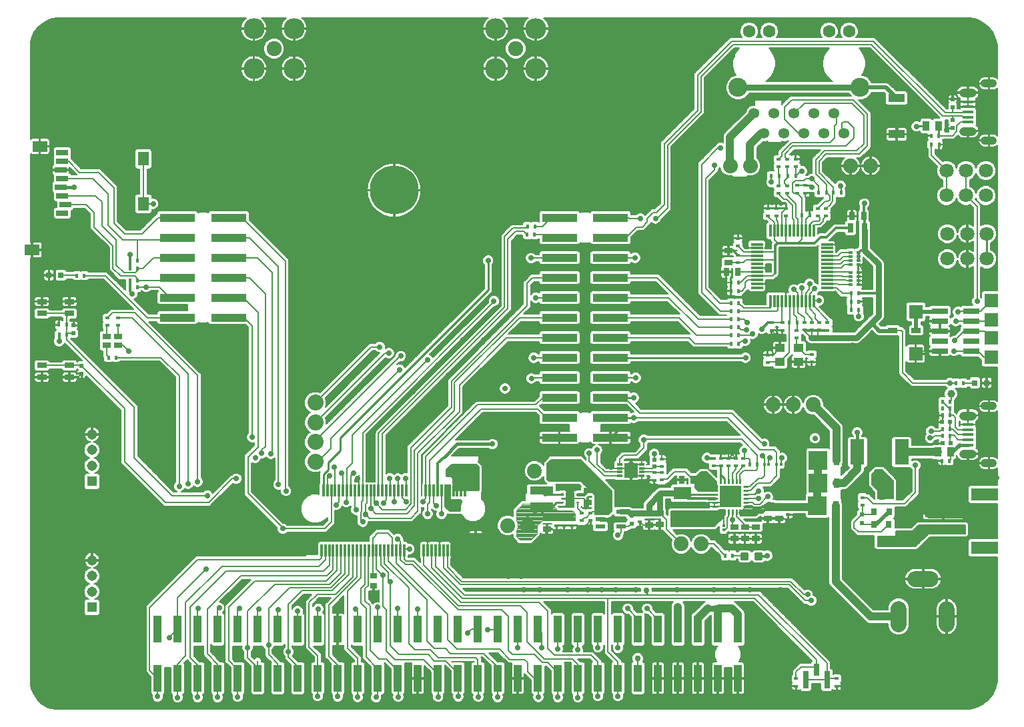
<source format=gtl>
G75*
%MOIN*%
%OFA0B0*%
%FSLAX25Y25*%
%IPPOS*%
%LPD*%
%AMOC8*
5,1,8,0,0,1.08239X$1,22.5*
%
%ADD10R,0.05000X0.02500*%
%ADD11R,0.02400X0.01800*%
%ADD12R,0.01600X0.01400*%
%ADD13R,0.01800X0.02400*%
%ADD14R,0.08071X0.04331*%
%ADD15R,0.04100X0.02800*%
%ADD16R,0.02800X0.04100*%
%ADD17R,0.01772X0.02165*%
%ADD18R,0.03000X0.05000*%
%ADD19R,0.09200X0.09700*%
%ADD20C,0.01181*%
%ADD21R,0.08268X0.02756*%
%ADD22R,0.03346X0.04921*%
%ADD23R,0.01181X0.06102*%
%ADD24R,0.04724X0.10827*%
%ADD25R,0.18110X0.03937*%
%ADD26R,0.13386X0.06299*%
%ADD27R,0.03346X0.02756*%
%ADD28R,0.11811X0.03937*%
%ADD29R,0.03150X0.04724*%
%ADD30R,0.09055X0.06496*%
%ADD31R,0.02756X0.03150*%
%ADD32R,0.03150X0.08661*%
%ADD33R,0.02874X0.05906*%
%ADD34R,0.03150X0.03740*%
%ADD35R,0.03150X0.04921*%
%ADD36R,0.02165X0.01772*%
%ADD37R,0.01400X0.01600*%
%ADD38R,0.07087X0.12598*%
%ADD39R,0.02362X0.02362*%
%ADD40R,0.03937X0.03150*%
%ADD41C,0.06299*%
%ADD42C,0.09449*%
%ADD43C,0.05346*%
%ADD44R,0.01969X0.01575*%
%ADD45R,0.01969X0.01181*%
%ADD46C,0.07087*%
%ADD47C,0.03937*%
%ADD48R,0.07000X0.07000*%
%ADD49R,0.01181X0.05906*%
%ADD50R,0.05906X0.01181*%
%ADD51C,0.01102*%
%ADD52R,0.10630X0.10630*%
%ADD53C,0.03181*%
%ADD54R,0.04724X0.02165*%
%ADD55R,0.01772X0.01378*%
%ADD56R,0.01772X0.00984*%
%ADD57C,0.00039*%
%ADD58R,0.04000X0.04000*%
%ADD59R,0.05512X0.01575*%
%ADD60C,0.04362*%
%ADD61C,0.03969*%
%ADD62C,0.07500*%
%ADD63C,0.10500*%
%ADD64R,0.05906X0.03150*%
%ADD65R,0.07480X0.05512*%
%ADD66R,0.05512X0.07087*%
%ADD67R,0.04724X0.04331*%
%ADD68C,0.07400*%
%ADD69C,0.07874*%
%ADD70R,0.03937X0.13780*%
%ADD71C,0.08000*%
%ADD72R,0.06811X0.07402*%
%ADD73R,0.03150X0.01181*%
%ADD74R,0.02362X0.02165*%
%ADD75R,0.05150X0.05150*%
%ADD76C,0.05150*%
%ADD77R,0.17717X0.04016*%
%ADD78C,0.24409*%
%ADD79R,0.04724X0.02756*%
%ADD80R,0.01969X0.01969*%
%ADD81C,0.00800*%
%ADD82C,0.02978*%
%ADD83C,0.02800*%
%ADD84C,0.01000*%
%ADD85C,0.01500*%
%ADD86C,0.00600*%
%ADD87C,0.23622*%
%ADD88C,0.01200*%
%ADD89C,0.02000*%
%ADD90C,0.03000*%
%ADD91C,0.00400*%
%ADD92C,0.01800*%
%ADD93C,0.04000*%
%ADD94C,0.02500*%
%ADD95C,0.01600*%
D10*
X0011433Y0172441D03*
X0011433Y0178367D03*
X0025213Y0178367D03*
X0025213Y0172441D03*
X0025213Y0204331D03*
X0025213Y0210256D03*
X0011433Y0210256D03*
X0011433Y0204331D03*
D11*
X0268611Y0102082D03*
X0268611Y0098282D03*
X0272411Y0098282D03*
X0272411Y0102082D03*
X0276311Y0102082D03*
X0276311Y0098282D03*
X0281011Y0100682D03*
X0281011Y0104482D03*
X0285611Y0104482D03*
X0285611Y0100682D03*
X0310311Y0100082D03*
X0310311Y0103882D03*
X0317397Y0120923D03*
X0321111Y0120982D03*
X0321111Y0124782D03*
X0321177Y0127641D03*
X0321177Y0131441D03*
X0317397Y0124723D03*
X0347211Y0128082D03*
X0350811Y0128082D03*
X0354511Y0128082D03*
X0358311Y0128082D03*
X0361911Y0128082D03*
X0361911Y0131882D03*
X0358311Y0131882D03*
X0354511Y0131882D03*
X0350811Y0131882D03*
X0347211Y0131882D03*
X0384311Y0107482D03*
X0384311Y0103682D03*
X0374111Y0179782D03*
X0374111Y0183582D03*
X0376011Y0195882D03*
X0376011Y0199682D03*
X0381411Y0199682D03*
X0381411Y0195882D03*
X0392498Y0196082D03*
X0396270Y0196007D03*
X0399894Y0195984D03*
X0399894Y0199784D03*
X0396270Y0199807D03*
X0392498Y0199882D03*
X0403993Y0199682D03*
X0403993Y0195882D03*
X0396011Y0183882D03*
X0396011Y0180082D03*
X0359211Y0229682D03*
X0359211Y0233482D03*
X0359211Y0238082D03*
X0359211Y0241882D03*
X0374211Y0253082D03*
X0374211Y0256882D03*
X0378411Y0256882D03*
X0378411Y0253082D03*
X0383211Y0253082D03*
X0383211Y0256882D03*
X0383811Y0264482D03*
X0383811Y0268282D03*
X0379611Y0268282D03*
X0379611Y0264482D03*
X0388911Y0264582D03*
X0388911Y0268382D03*
X0392811Y0268382D03*
X0392811Y0264582D03*
X0399211Y0256782D03*
X0399211Y0252982D03*
X0403211Y0252982D03*
X0403211Y0256782D03*
X0388011Y0277682D03*
X0388011Y0281482D03*
X0383811Y0281482D03*
X0383811Y0277682D03*
X0379611Y0277682D03*
X0379611Y0281482D03*
D12*
X0352011Y0098282D03*
X0352011Y0096082D03*
D13*
X0352811Y0083282D03*
X0356611Y0083282D03*
X0365194Y0128787D03*
X0368994Y0128787D03*
X0359511Y0189224D03*
X0355711Y0189224D03*
X0355711Y0193348D03*
X0359511Y0193348D03*
X0359511Y0197436D03*
X0355711Y0197436D03*
X0355799Y0201388D03*
X0359599Y0201388D03*
X0359511Y0205382D03*
X0355711Y0205382D03*
X0355711Y0209582D03*
X0359511Y0209582D03*
X0359511Y0215582D03*
X0355711Y0215582D03*
X0355711Y0219782D03*
X0359511Y0219782D03*
X0384911Y0199682D03*
X0388711Y0199682D03*
X0415811Y0206082D03*
X0419611Y0206082D03*
X0419511Y0210182D03*
X0415711Y0210182D03*
X0415711Y0214382D03*
X0419511Y0214382D03*
X0395111Y0253382D03*
X0391311Y0253382D03*
X0399611Y0264682D03*
X0403411Y0264682D03*
X0406911Y0264682D03*
X0410711Y0264682D03*
X0388111Y0273182D03*
X0384311Y0273182D03*
X0379711Y0273182D03*
X0375911Y0273182D03*
X0455911Y0288782D03*
X0459711Y0288782D03*
X0023666Y0198625D03*
X0019866Y0198625D03*
D14*
X0438523Y0293962D03*
X0438523Y0311954D03*
D15*
X0354511Y0235732D03*
X0354511Y0229832D03*
X0284211Y0115632D03*
X0284211Y0109732D03*
X0263811Y0102232D03*
X0263811Y0096332D03*
X0314711Y0098532D03*
X0320111Y0098632D03*
X0320111Y0104532D03*
X0314711Y0104432D03*
X0357411Y0097532D03*
X0362694Y0097532D03*
X0368211Y0097532D03*
X0368211Y0091632D03*
X0362694Y0091632D03*
X0357411Y0091632D03*
X0374076Y0101687D03*
X0379876Y0101687D03*
X0379876Y0107587D03*
X0374076Y0107587D03*
D16*
X0336961Y0121182D03*
X0331061Y0121182D03*
X0353361Y0225182D03*
X0359261Y0225182D03*
X0416161Y0252982D03*
X0422061Y0252982D03*
D17*
X0455861Y0293282D03*
X0459561Y0293282D03*
X0468161Y0169482D03*
X0471861Y0169482D03*
X0465261Y0160182D03*
X0465261Y0156782D03*
X0465261Y0153382D03*
X0461561Y0153382D03*
X0461561Y0156782D03*
X0461561Y0160182D03*
X0461461Y0146582D03*
X0461461Y0143082D03*
X0465161Y0143082D03*
X0465161Y0146582D03*
X0464861Y0130582D03*
X0461161Y0130582D03*
X0257621Y0243698D03*
X0253920Y0243698D03*
X0254020Y0247877D03*
X0257721Y0247877D03*
X0059214Y0230634D03*
X0055513Y0230634D03*
X0055513Y0226773D03*
X0059214Y0226773D03*
X0059114Y0220747D03*
X0059158Y0217468D03*
X0055457Y0217468D03*
X0055413Y0220747D03*
X0032658Y0223284D03*
X0028957Y0223284D03*
X0023717Y0193625D03*
X0020016Y0193625D03*
X0044716Y0182239D03*
X0048417Y0182239D03*
D18*
X0408160Y0108223D03*
X0408419Y0119588D03*
X0408395Y0130812D03*
D19*
X0399145Y0130812D03*
X0399169Y0119588D03*
X0398910Y0108223D03*
D20*
X0368086Y0084160D02*
X0368086Y0081404D01*
X0368086Y0084160D02*
X0370842Y0084160D01*
X0370842Y0081404D01*
X0368086Y0081404D01*
X0368086Y0082526D02*
X0370842Y0082526D01*
X0370842Y0083648D02*
X0368086Y0083648D01*
X0361180Y0084160D02*
X0361180Y0081404D01*
X0361180Y0084160D02*
X0363936Y0084160D01*
X0363936Y0081404D01*
X0361180Y0081404D01*
X0361180Y0082526D02*
X0363936Y0082526D01*
X0363936Y0083648D02*
X0361180Y0083648D01*
D21*
X0460063Y0185495D03*
X0460063Y0190495D03*
X0460063Y0195495D03*
X0460063Y0200495D03*
X0460063Y0205495D03*
X0475811Y0205495D03*
X0475811Y0200495D03*
X0475811Y0195495D03*
X0475811Y0190495D03*
X0475811Y0185495D03*
D22*
X0465361Y0134982D03*
X0459061Y0134982D03*
X0459561Y0298182D03*
X0453261Y0298182D03*
D23*
X0222929Y0115621D03*
X0220961Y0115621D03*
X0218992Y0115621D03*
X0217024Y0115621D03*
X0215055Y0115621D03*
X0213087Y0115621D03*
X0211118Y0115621D03*
X0209150Y0115621D03*
X0207181Y0115621D03*
X0205213Y0115621D03*
X0203244Y0115621D03*
X0193402Y0115621D03*
X0191433Y0115621D03*
X0189465Y0115621D03*
X0187496Y0115621D03*
X0185528Y0115621D03*
X0183559Y0115621D03*
X0181591Y0115621D03*
X0179622Y0115621D03*
X0177654Y0115621D03*
X0175685Y0115621D03*
X0173717Y0115621D03*
X0171748Y0115621D03*
X0169780Y0115621D03*
X0167811Y0115621D03*
X0165843Y0115621D03*
X0163874Y0115621D03*
X0161906Y0115621D03*
X0159937Y0115621D03*
X0157969Y0115621D03*
X0156000Y0115621D03*
X0154031Y0115621D03*
X0152063Y0115621D03*
X0151079Y0085896D03*
X0153047Y0085896D03*
X0155016Y0085896D03*
X0156984Y0085896D03*
X0158953Y0085896D03*
X0160921Y0085896D03*
X0162890Y0085896D03*
X0164858Y0085896D03*
X0166827Y0085896D03*
X0168795Y0085896D03*
X0170764Y0085896D03*
X0172732Y0085896D03*
X0174701Y0085896D03*
X0176669Y0085896D03*
X0178638Y0085896D03*
X0180606Y0085896D03*
X0182575Y0085896D03*
X0184543Y0085896D03*
X0186512Y0085896D03*
X0188480Y0085896D03*
X0190449Y0085896D03*
X0192417Y0085896D03*
X0202260Y0085896D03*
X0204228Y0085896D03*
X0206197Y0085896D03*
X0208165Y0085896D03*
X0210134Y0085896D03*
X0212102Y0085896D03*
X0214071Y0085896D03*
X0216039Y0085896D03*
X0218008Y0085896D03*
X0219976Y0085896D03*
X0221945Y0085896D03*
X0223913Y0085896D03*
D24*
X0228244Y0088947D03*
X0146748Y0088947D03*
D25*
X0461872Y0096434D03*
X0461872Y0104308D03*
D26*
X0482344Y0113757D03*
X0482344Y0086985D03*
D27*
X0177043Y0073122D03*
X0177043Y0068004D03*
D28*
X0261008Y0107932D03*
X0261008Y0115806D03*
D29*
X0415468Y0246982D03*
X0422554Y0246982D03*
D30*
X0331480Y0114401D03*
X0331480Y0101409D03*
D31*
X0477658Y0169582D03*
X0483564Y0169582D03*
X0020880Y0223472D03*
X0014975Y0223472D03*
D32*
X0393056Y0021114D03*
X0403686Y0021114D03*
D33*
X0398371Y0026154D03*
D34*
X0427180Y0098662D03*
X0427271Y0105145D03*
X0434751Y0105145D03*
X0434661Y0098662D03*
D35*
X0430920Y0090198D03*
X0431011Y0113610D03*
D36*
X0421411Y0112232D03*
X0421411Y0108532D03*
X0388611Y0192132D03*
X0388611Y0195832D03*
X0388311Y0021620D03*
X0388311Y0017919D03*
X0408557Y0017919D03*
X0408557Y0021620D03*
X0049619Y0198353D03*
X0049619Y0202054D03*
X0044107Y0202054D03*
X0044107Y0198353D03*
D37*
X0372394Y0128777D03*
X0374594Y0128777D03*
X0378594Y0128816D03*
X0380794Y0128816D03*
D38*
X0418973Y0134977D03*
X0441020Y0134977D03*
D39*
X0421311Y0103847D03*
X0421311Y0099517D03*
X0306011Y0099117D03*
X0306011Y0103447D03*
D40*
X0049616Y0188443D03*
X0049616Y0192774D03*
X0043710Y0192774D03*
X0043710Y0188443D03*
D41*
X0364898Y0345443D03*
X0374898Y0345443D03*
X0404702Y0345443D03*
X0414702Y0345443D03*
D42*
X0420312Y0317373D03*
X0359288Y0317373D03*
D43*
X0367300Y0304420D03*
X0377300Y0304420D03*
X0387300Y0304420D03*
X0397300Y0304420D03*
X0407300Y0304420D03*
X0402300Y0294420D03*
X0392300Y0294420D03*
X0382300Y0294420D03*
X0372300Y0294420D03*
X0412300Y0294420D03*
D44*
X0415443Y0234932D03*
X0419380Y0234932D03*
X0419380Y0228632D03*
X0419380Y0224932D03*
X0415443Y0224932D03*
X0415443Y0228632D03*
X0415443Y0218632D03*
X0419380Y0218632D03*
D45*
X0419380Y0220798D03*
X0419380Y0222766D03*
X0415443Y0222766D03*
X0415443Y0220798D03*
X0415443Y0230798D03*
X0415443Y0232766D03*
X0419380Y0232766D03*
X0419380Y0230798D03*
D46*
X0463926Y0231637D03*
X0473769Y0231637D03*
X0483611Y0231637D03*
X0483611Y0244236D03*
X0473769Y0244236D03*
X0463926Y0244236D03*
X0463411Y0263288D03*
X0473254Y0263288D03*
X0483096Y0263288D03*
X0483096Y0275886D03*
X0473254Y0275886D03*
X0463411Y0275886D03*
D47*
X0465711Y0164182D03*
D48*
X0448011Y0184182D03*
X0448211Y0205182D03*
X0485911Y0200982D03*
X0485911Y0210782D03*
X0485911Y0191982D03*
X0485911Y0182382D03*
D49*
X0397022Y0210582D03*
X0395054Y0210582D03*
X0393085Y0210582D03*
X0391117Y0210582D03*
X0389148Y0210582D03*
X0387180Y0210582D03*
X0385211Y0210582D03*
X0383243Y0210582D03*
X0381274Y0210582D03*
X0379306Y0210582D03*
X0377337Y0210582D03*
X0375369Y0210582D03*
X0375369Y0245621D03*
X0377337Y0245621D03*
X0379306Y0245621D03*
X0381274Y0245621D03*
X0383243Y0245621D03*
X0385211Y0245621D03*
X0387180Y0245621D03*
X0389148Y0245621D03*
X0391117Y0245621D03*
X0393085Y0245621D03*
X0395054Y0245621D03*
X0397022Y0245621D03*
D50*
X0403715Y0238928D03*
X0403715Y0236960D03*
X0403715Y0234991D03*
X0403715Y0233023D03*
X0403715Y0231054D03*
X0403715Y0229086D03*
X0403715Y0227117D03*
X0403715Y0225149D03*
X0403715Y0223180D03*
X0403715Y0221212D03*
X0403715Y0219243D03*
X0403715Y0217275D03*
X0368676Y0217275D03*
X0368676Y0219243D03*
X0368676Y0221212D03*
X0368676Y0223180D03*
X0368676Y0225149D03*
X0368676Y0227117D03*
X0368676Y0229086D03*
X0368676Y0231054D03*
X0368676Y0233023D03*
X0368676Y0234991D03*
X0368676Y0236960D03*
X0368676Y0238928D03*
D51*
X0360331Y0121610D02*
X0360331Y0119366D01*
X0358362Y0119366D02*
X0358362Y0121610D01*
X0356394Y0121610D02*
X0356394Y0119366D01*
X0354425Y0119366D02*
X0354425Y0121610D01*
X0352457Y0121610D02*
X0352457Y0119366D01*
X0350488Y0119366D02*
X0350488Y0121610D01*
X0348756Y0117634D02*
X0346512Y0117634D01*
X0346512Y0115666D02*
X0348756Y0115666D01*
X0348756Y0113697D02*
X0346512Y0113697D01*
X0346512Y0111728D02*
X0348756Y0111728D01*
X0348756Y0109760D02*
X0346512Y0109760D01*
X0346512Y0107791D02*
X0348756Y0107791D01*
X0350488Y0106059D02*
X0350488Y0103815D01*
X0352457Y0103815D02*
X0352457Y0106059D01*
X0354425Y0106059D02*
X0354425Y0103815D01*
X0356394Y0103815D02*
X0356394Y0106059D01*
X0358362Y0106059D02*
X0358362Y0103815D01*
X0360331Y0103815D02*
X0360331Y0106059D01*
X0362063Y0107791D02*
X0364307Y0107791D01*
X0364307Y0109760D02*
X0362063Y0109760D01*
X0362063Y0111728D02*
X0364307Y0111728D01*
X0364307Y0113697D02*
X0362063Y0113697D01*
X0362063Y0115666D02*
X0364307Y0115666D01*
X0364307Y0117634D02*
X0362063Y0117634D01*
D52*
X0355409Y0112713D03*
D53*
X0355409Y0112713D03*
X0351866Y0112713D03*
X0351866Y0116256D03*
X0355409Y0116256D03*
X0358953Y0116256D03*
X0358953Y0112713D03*
X0358953Y0109169D03*
X0355409Y0109169D03*
X0351866Y0109169D03*
D54*
X0300729Y0105122D03*
X0300729Y0097642D03*
X0290493Y0097642D03*
X0290493Y0101382D03*
X0290493Y0105122D03*
D55*
X0271372Y0113947D03*
D56*
X0271372Y0111782D03*
X0271372Y0109814D03*
X0279050Y0109814D03*
X0279050Y0111782D03*
X0279050Y0113751D03*
D57*
X0277180Y0113736D02*
X0273243Y0113736D01*
X0273243Y0113699D02*
X0277180Y0113699D01*
X0277180Y0113661D02*
X0273243Y0113661D01*
X0273243Y0113623D02*
X0277180Y0113623D01*
X0277180Y0113585D02*
X0273243Y0113585D01*
X0273243Y0113547D02*
X0277180Y0113547D01*
X0277180Y0113509D02*
X0273243Y0113509D01*
X0273243Y0113471D02*
X0277180Y0113471D01*
X0277180Y0113433D02*
X0273243Y0113433D01*
X0273243Y0113396D02*
X0277180Y0113396D01*
X0277180Y0113358D02*
X0273243Y0113358D01*
X0273243Y0113320D02*
X0277180Y0113320D01*
X0277180Y0113282D02*
X0273243Y0113282D01*
X0273243Y0113244D02*
X0277180Y0113244D01*
X0277180Y0113206D02*
X0273243Y0113206D01*
X0273243Y0113168D02*
X0277180Y0113168D01*
X0277180Y0113130D02*
X0273243Y0113130D01*
X0273243Y0113092D02*
X0277180Y0113092D01*
X0277180Y0113055D02*
X0273243Y0113055D01*
X0273243Y0113017D02*
X0277180Y0113017D01*
X0277180Y0112979D02*
X0273243Y0112979D01*
X0273243Y0112941D02*
X0277180Y0112941D01*
X0277180Y0112903D02*
X0273243Y0112903D01*
X0273243Y0112865D02*
X0277180Y0112865D01*
X0277180Y0112827D02*
X0273243Y0112827D01*
X0273243Y0112789D02*
X0277180Y0112789D01*
X0277180Y0112752D02*
X0273243Y0112752D01*
X0273243Y0112714D02*
X0277180Y0112714D01*
X0277180Y0112676D02*
X0273243Y0112676D01*
X0273243Y0112638D02*
X0277180Y0112638D01*
X0277180Y0112600D02*
X0273243Y0112600D01*
X0273243Y0112562D02*
X0277180Y0112562D01*
X0277180Y0112524D02*
X0273243Y0112524D01*
X0273243Y0112486D02*
X0277180Y0112486D01*
X0277180Y0112448D02*
X0273243Y0112448D01*
X0273243Y0112411D02*
X0277180Y0112411D01*
X0277180Y0112373D02*
X0273243Y0112373D01*
X0273243Y0112335D02*
X0277180Y0112335D01*
X0277180Y0112297D02*
X0273243Y0112297D01*
X0273243Y0112259D02*
X0277180Y0112259D01*
X0277180Y0112221D02*
X0273243Y0112221D01*
X0273243Y0112183D02*
X0277180Y0112183D01*
X0277180Y0112145D02*
X0273243Y0112145D01*
X0273243Y0112108D02*
X0277180Y0112108D01*
X0277180Y0112070D02*
X0273243Y0112070D01*
X0273243Y0112032D02*
X0277180Y0112032D01*
X0277180Y0111994D02*
X0273243Y0111994D01*
X0273243Y0111956D02*
X0277180Y0111956D01*
X0277180Y0111918D02*
X0273243Y0111918D01*
X0273243Y0111880D02*
X0277180Y0111880D01*
X0277180Y0111842D02*
X0273243Y0111842D01*
X0273243Y0111805D02*
X0277180Y0111805D01*
X0277180Y0111767D02*
X0273243Y0111767D01*
X0273243Y0111729D02*
X0277180Y0111729D01*
X0277180Y0111691D02*
X0273243Y0111691D01*
X0273243Y0111653D02*
X0277180Y0111653D01*
X0277180Y0111615D02*
X0273243Y0111615D01*
X0273243Y0111577D02*
X0277180Y0111577D01*
X0277180Y0111539D02*
X0273243Y0111539D01*
X0273243Y0111501D02*
X0277180Y0111501D01*
X0277180Y0111464D02*
X0273243Y0111464D01*
X0273243Y0111426D02*
X0277180Y0111426D01*
X0277180Y0111388D02*
X0273243Y0111388D01*
X0273243Y0111350D02*
X0277180Y0111350D01*
X0277180Y0111312D02*
X0273243Y0111312D01*
X0273243Y0111274D02*
X0277180Y0111274D01*
X0277180Y0111236D02*
X0273243Y0111236D01*
X0273243Y0111198D02*
X0277180Y0111198D01*
X0277180Y0111161D02*
X0273243Y0111161D01*
X0273243Y0111123D02*
X0277180Y0111123D01*
X0277180Y0111085D02*
X0273243Y0111085D01*
X0273243Y0111047D02*
X0277180Y0111047D01*
X0277180Y0111009D02*
X0273243Y0111009D01*
X0273243Y0110971D02*
X0277180Y0110971D01*
X0277180Y0110933D02*
X0273243Y0110933D01*
X0273243Y0110895D02*
X0277180Y0110895D01*
X0277180Y0110857D02*
X0273243Y0110857D01*
X0273243Y0110820D02*
X0277180Y0110820D01*
X0277180Y0110782D02*
X0273243Y0110782D01*
X0273243Y0110744D02*
X0277180Y0110744D01*
X0277180Y0110706D02*
X0273243Y0110706D01*
X0273243Y0110668D02*
X0277180Y0110668D01*
X0277180Y0110630D02*
X0273243Y0110630D01*
X0273243Y0110592D02*
X0277180Y0110592D01*
X0277180Y0110554D02*
X0273243Y0110554D01*
X0273243Y0110517D02*
X0277180Y0110517D01*
X0277180Y0110479D02*
X0273243Y0110479D01*
X0273243Y0110441D02*
X0277180Y0110441D01*
X0277180Y0110403D02*
X0273243Y0110403D01*
X0273243Y0110365D02*
X0277180Y0110365D01*
X0277180Y0110327D02*
X0273243Y0110327D01*
X0273243Y0110289D02*
X0277180Y0110289D01*
X0277180Y0110251D02*
X0273243Y0110251D01*
X0273243Y0110213D02*
X0277180Y0110213D01*
X0277180Y0110176D02*
X0273243Y0110176D01*
X0273243Y0110138D02*
X0277180Y0110138D01*
X0277180Y0110100D02*
X0273243Y0110100D01*
X0273243Y0110062D02*
X0277180Y0110062D01*
X0277180Y0110024D02*
X0273243Y0110024D01*
X0273243Y0109986D02*
X0277180Y0109986D01*
X0277180Y0109948D02*
X0273243Y0109948D01*
X0273243Y0109910D02*
X0277180Y0109910D01*
X0277180Y0109873D02*
X0273243Y0109873D01*
X0273243Y0109835D02*
X0277180Y0109835D01*
X0277180Y0109797D02*
X0273243Y0109797D01*
X0273243Y0109759D02*
X0277180Y0109759D01*
X0277180Y0109721D02*
X0273243Y0109721D01*
X0273243Y0109683D02*
X0277180Y0109683D01*
X0277180Y0109645D02*
X0273243Y0109645D01*
X0273243Y0109607D02*
X0277180Y0109607D01*
X0277180Y0109570D02*
X0273243Y0109570D01*
X0273243Y0109532D02*
X0277180Y0109532D01*
X0277180Y0109494D02*
X0273243Y0109494D01*
X0273243Y0109456D02*
X0277180Y0109456D01*
X0277180Y0109418D02*
X0273243Y0109418D01*
X0273243Y0109380D02*
X0277180Y0109380D01*
X0277180Y0109342D02*
X0273243Y0109342D01*
X0273243Y0109304D02*
X0277180Y0109304D01*
X0277180Y0109266D02*
X0273243Y0109266D01*
X0273243Y0109229D02*
X0277180Y0109229D01*
X0277180Y0109191D02*
X0273243Y0109191D01*
X0273243Y0109153D02*
X0277180Y0109153D01*
X0277180Y0109115D02*
X0273243Y0109115D01*
X0273243Y0109077D02*
X0277180Y0109077D01*
X0277180Y0109039D02*
X0273243Y0109039D01*
X0273243Y0109001D02*
X0277180Y0109001D01*
X0277180Y0108963D02*
X0273243Y0108963D01*
X0273243Y0108926D02*
X0277180Y0108926D01*
X0277180Y0108888D02*
X0273243Y0108888D01*
X0273243Y0108850D02*
X0277180Y0108850D01*
X0277180Y0108812D02*
X0273243Y0108812D01*
X0273243Y0108774D02*
X0277180Y0108774D01*
X0277180Y0108736D02*
X0273243Y0108736D01*
X0273243Y0108698D02*
X0277180Y0108698D01*
X0277180Y0108660D02*
X0273243Y0108660D01*
X0273243Y0108632D02*
X0273439Y0108632D01*
X0273439Y0108239D01*
X0276983Y0108239D01*
X0276983Y0108632D01*
X0277180Y0108632D01*
X0277180Y0114932D01*
X0276983Y0114932D01*
X0276983Y0115325D01*
X0273439Y0115325D01*
X0273439Y0114932D01*
X0273243Y0114932D01*
X0273243Y0108632D01*
X0273439Y0108622D02*
X0276983Y0108622D01*
X0276983Y0108585D02*
X0273439Y0108585D01*
X0273439Y0108547D02*
X0276983Y0108547D01*
X0276983Y0108509D02*
X0273439Y0108509D01*
X0273439Y0108471D02*
X0276983Y0108471D01*
X0276983Y0108433D02*
X0273439Y0108433D01*
X0273439Y0108395D02*
X0276983Y0108395D01*
X0276983Y0108357D02*
X0273439Y0108357D01*
X0273439Y0108319D02*
X0276983Y0108319D01*
X0276983Y0108282D02*
X0273439Y0108282D01*
X0273439Y0108244D02*
X0276983Y0108244D01*
X0277180Y0113774D02*
X0273243Y0113774D01*
X0273243Y0113812D02*
X0277180Y0113812D01*
X0277180Y0113850D02*
X0273243Y0113850D01*
X0273243Y0113888D02*
X0277180Y0113888D01*
X0277180Y0113926D02*
X0273243Y0113926D01*
X0273243Y0113964D02*
X0277180Y0113964D01*
X0277180Y0114002D02*
X0273243Y0114002D01*
X0273243Y0114040D02*
X0277180Y0114040D01*
X0277180Y0114077D02*
X0273243Y0114077D01*
X0273243Y0114115D02*
X0277180Y0114115D01*
X0277180Y0114153D02*
X0273243Y0114153D01*
X0273243Y0114191D02*
X0277180Y0114191D01*
X0277180Y0114229D02*
X0273243Y0114229D01*
X0273243Y0114267D02*
X0277180Y0114267D01*
X0277180Y0114305D02*
X0273243Y0114305D01*
X0273243Y0114343D02*
X0277180Y0114343D01*
X0277180Y0114380D02*
X0273243Y0114380D01*
X0273243Y0114418D02*
X0277180Y0114418D01*
X0277180Y0114456D02*
X0273243Y0114456D01*
X0273243Y0114494D02*
X0277180Y0114494D01*
X0277180Y0114532D02*
X0273243Y0114532D01*
X0273243Y0114570D02*
X0277180Y0114570D01*
X0277180Y0114608D02*
X0273243Y0114608D01*
X0273243Y0114646D02*
X0277180Y0114646D01*
X0277180Y0114683D02*
X0273243Y0114683D01*
X0273243Y0114721D02*
X0277180Y0114721D01*
X0277180Y0114759D02*
X0273243Y0114759D01*
X0273243Y0114797D02*
X0277180Y0114797D01*
X0277180Y0114835D02*
X0273243Y0114835D01*
X0273243Y0114873D02*
X0277180Y0114873D01*
X0277180Y0114911D02*
X0273243Y0114911D01*
X0273439Y0114949D02*
X0276983Y0114949D01*
X0276983Y0114987D02*
X0273439Y0114987D01*
X0273439Y0115024D02*
X0276983Y0115024D01*
X0276983Y0115062D02*
X0273439Y0115062D01*
X0273439Y0115100D02*
X0276983Y0115100D01*
X0276983Y0115138D02*
X0273439Y0115138D01*
X0273439Y0115176D02*
X0276983Y0115176D01*
X0276983Y0115214D02*
X0273439Y0115214D01*
X0273439Y0115252D02*
X0276983Y0115252D01*
X0276983Y0115290D02*
X0273439Y0115290D01*
D58*
X0275211Y0111782D03*
D59*
X0474131Y0138596D03*
X0474131Y0141155D03*
X0474131Y0143714D03*
X0474131Y0146273D03*
X0474131Y0148832D03*
X0474131Y0300014D03*
X0474131Y0302573D03*
X0474131Y0305132D03*
X0474131Y0307691D03*
X0474131Y0310250D03*
D60*
X0471950Y0314679D02*
X0476312Y0314679D01*
X0476312Y0295584D02*
X0471950Y0295584D01*
X0471950Y0153262D02*
X0476312Y0153262D01*
X0476312Y0134167D02*
X0471950Y0134167D01*
D61*
X0482580Y0129443D02*
X0486548Y0129443D01*
X0486548Y0157986D02*
X0482580Y0157986D01*
X0482580Y0290860D02*
X0486548Y0290860D01*
X0486548Y0319403D02*
X0482580Y0319403D01*
D62*
X0248200Y0336821D03*
X0127400Y0336821D03*
D63*
X0117361Y0346860D03*
X0137439Y0346860D03*
X0137439Y0326782D03*
X0117361Y0326782D03*
X0238161Y0326782D03*
X0258239Y0326782D03*
X0258239Y0346860D03*
X0238161Y0346860D03*
D64*
X0021579Y0284823D03*
X0021579Y0280492D03*
X0020791Y0276162D03*
X0021579Y0271831D03*
X0020791Y0267500D03*
X0021579Y0263169D03*
X0023154Y0258839D03*
X0021579Y0254508D03*
D65*
X0006421Y0236162D03*
X0010358Y0287933D03*
D66*
X0062130Y0281634D03*
X0062130Y0259193D03*
D67*
X0380285Y0187127D03*
X0380285Y0180237D03*
X0389537Y0180237D03*
X0389537Y0187127D03*
D68*
X0386867Y0158685D03*
X0396867Y0158685D03*
X0376867Y0158685D03*
X0340911Y0089082D03*
X0330911Y0089082D03*
X0267611Y0125582D03*
X0257611Y0125582D03*
X0254111Y0098282D03*
X0244111Y0098282D03*
X0355367Y0278185D03*
X0365367Y0278185D03*
X0415489Y0278185D03*
X0425489Y0278185D03*
D69*
X0447763Y0071561D02*
X0455637Y0071561D01*
X0463511Y0056600D02*
X0463511Y0048726D01*
X0439495Y0048726D02*
X0439495Y0056600D01*
D70*
X0359268Y0046321D03*
X0349268Y0046321D03*
X0339268Y0046321D03*
X0329268Y0046321D03*
X0319268Y0046321D03*
X0309268Y0046321D03*
X0299268Y0046321D03*
X0289268Y0046321D03*
X0279268Y0046321D03*
X0269268Y0046321D03*
X0259268Y0046321D03*
X0249268Y0046321D03*
X0239268Y0046321D03*
X0229268Y0046321D03*
X0219268Y0046321D03*
X0209268Y0046321D03*
X0199268Y0046321D03*
X0189268Y0046321D03*
X0179268Y0046321D03*
X0169268Y0046321D03*
X0159268Y0046321D03*
X0149268Y0046321D03*
X0139268Y0046321D03*
X0129268Y0046321D03*
X0119268Y0046321D03*
X0109268Y0046321D03*
X0099268Y0046321D03*
X0089268Y0046321D03*
X0079268Y0046321D03*
X0069268Y0046321D03*
X0069268Y0021810D03*
X0079268Y0021810D03*
X0089268Y0021810D03*
X0099268Y0021810D03*
X0109268Y0021810D03*
X0119268Y0021810D03*
X0129268Y0021810D03*
X0139268Y0021810D03*
X0149268Y0021810D03*
X0159268Y0021810D03*
X0169268Y0021810D03*
X0179268Y0021810D03*
X0189268Y0021810D03*
X0199268Y0021810D03*
X0209268Y0021810D03*
X0219268Y0021810D03*
X0229268Y0021810D03*
X0239268Y0021810D03*
X0249268Y0021810D03*
X0259268Y0021810D03*
X0269268Y0021810D03*
X0279268Y0021810D03*
X0289268Y0021810D03*
X0299268Y0021810D03*
X0309268Y0021810D03*
X0319268Y0021810D03*
X0329268Y0021810D03*
X0339268Y0021810D03*
X0349268Y0021810D03*
X0359268Y0021810D03*
D71*
X0148051Y0130128D03*
X0148051Y0139971D03*
X0148051Y0149814D03*
X0148051Y0159656D03*
D72*
X0305700Y0125948D03*
D73*
X0300188Y0124964D03*
X0300188Y0126932D03*
X0300188Y0128901D03*
X0300188Y0122995D03*
X0311212Y0122995D03*
X0311212Y0124964D03*
X0311212Y0126932D03*
X0311212Y0128901D03*
D74*
X0317425Y0127828D03*
X0317425Y0130978D03*
D75*
X0036433Y0120286D03*
X0036433Y0057294D03*
D76*
X0036433Y0065168D03*
X0036433Y0073042D03*
X0036433Y0080916D03*
X0036433Y0128160D03*
X0036433Y0136034D03*
X0036433Y0143908D03*
D77*
X0079150Y0202176D03*
X0079150Y0212176D03*
X0079150Y0222176D03*
X0079150Y0232176D03*
X0079150Y0242176D03*
X0079150Y0252176D03*
X0104740Y0252176D03*
X0104740Y0242176D03*
X0104740Y0232176D03*
X0104740Y0222176D03*
X0104740Y0212176D03*
X0104740Y0202176D03*
X0270028Y0202176D03*
X0270028Y0212176D03*
X0270028Y0222176D03*
X0270028Y0232176D03*
X0270028Y0242176D03*
X0270028Y0252176D03*
X0295619Y0252176D03*
X0295619Y0242176D03*
X0295619Y0232176D03*
X0295619Y0222176D03*
X0295619Y0212176D03*
X0295619Y0202176D03*
X0295619Y0192176D03*
X0295619Y0182176D03*
X0295619Y0172176D03*
X0295619Y0162176D03*
X0295619Y0152176D03*
X0295619Y0142176D03*
X0270028Y0142176D03*
X0270028Y0152176D03*
X0270028Y0162176D03*
X0270028Y0172176D03*
X0270028Y0182176D03*
X0270028Y0192176D03*
D78*
X0187421Y0265955D03*
D79*
X0436506Y0195882D03*
X0448317Y0195882D03*
D80*
X0461311Y0149982D03*
X0465311Y0149982D03*
X0465411Y0139382D03*
X0461411Y0139382D03*
X0466511Y0296982D03*
X0466511Y0300982D03*
X0466511Y0307482D03*
X0466511Y0311482D03*
X0031280Y0178200D03*
X0031280Y0174200D03*
X0027199Y0194325D03*
X0027199Y0198325D03*
D81*
X0030651Y0198325D01*
X0030700Y0198276D01*
X0027199Y0194325D02*
X0024417Y0194325D01*
X0023717Y0193625D01*
X0023717Y0191242D01*
X0036983Y0177976D01*
X0057583Y0157376D01*
X0057600Y0157376D01*
X0057600Y0132176D01*
X0076500Y0113276D01*
X0094200Y0113276D01*
X0094700Y0109776D02*
X0073200Y0109776D01*
X0052800Y0130176D01*
X0052800Y0156680D01*
X0031280Y0178200D01*
X0031114Y0178367D01*
X0025213Y0178367D01*
X0011433Y0178367D01*
X0011433Y0172441D02*
X0025213Y0172441D01*
X0025000Y0172229D01*
X0025000Y0169076D01*
X0025213Y0172441D02*
X0029522Y0172441D01*
X0031280Y0174200D01*
X0036983Y0177976D02*
X0037000Y0177976D01*
X0043710Y0183413D02*
X0044716Y0182239D01*
X0043710Y0183413D02*
X0043710Y0188443D01*
X0043710Y0192774D02*
X0043710Y0197956D01*
X0044107Y0198353D01*
X0044107Y0202054D02*
X0046763Y0204710D01*
X0057866Y0204710D01*
X0089200Y0173376D01*
X0089200Y0120176D01*
X0084600Y0119176D02*
X0084600Y0173976D01*
X0056522Y0202054D01*
X0049619Y0202054D01*
X0049619Y0198353D02*
X0049616Y0198350D01*
X0049616Y0192774D01*
X0049616Y0188443D02*
X0051699Y0188443D01*
X0054833Y0185310D01*
X0048417Y0182239D02*
X0070937Y0182239D01*
X0080000Y0173176D01*
X0080000Y0117776D01*
X0094700Y0109776D02*
X0106600Y0121676D01*
X0108600Y0121676D01*
X0114400Y0114376D02*
X0131700Y0097076D01*
X0131700Y0096676D01*
X0152700Y0096676D01*
X0156000Y0099976D01*
X0156000Y0115621D01*
X0157969Y0115621D02*
X0157969Y0127207D01*
X0157600Y0127576D01*
X0161200Y0124376D02*
X0161906Y0123670D01*
X0161906Y0115621D01*
X0163874Y0115621D02*
X0163874Y0126950D01*
X0166500Y0129576D01*
X0166500Y0143476D01*
X0204200Y0181176D01*
X0190700Y0182976D02*
X0190444Y0182720D01*
X0190000Y0182720D01*
X0148051Y0140771D01*
X0148051Y0139971D01*
X0155699Y0141877D02*
X0155699Y0136675D01*
X0149153Y0130128D01*
X0148051Y0130128D01*
X0155200Y0123176D02*
X0154031Y0122007D01*
X0154031Y0115621D01*
X0154031Y0115089D01*
X0152063Y0115621D02*
X0152063Y0119976D01*
X0159937Y0115621D02*
X0159937Y0110013D01*
X0158500Y0108576D01*
X0163600Y0109876D02*
X0163874Y0110150D01*
X0163874Y0115621D01*
X0165843Y0115621D02*
X0165843Y0123218D01*
X0167100Y0124476D01*
X0169300Y0121676D02*
X0169780Y0121196D01*
X0169780Y0115621D01*
X0171600Y0115473D02*
X0171748Y0115621D01*
X0171748Y0110724D01*
X0171200Y0110176D01*
X0171200Y0105396D01*
X0170711Y0104907D01*
X0170711Y0101165D01*
X0171700Y0100176D01*
X0175150Y0101926D02*
X0173200Y0103876D01*
X0173200Y0109076D01*
X0173717Y0109592D01*
X0173717Y0115621D01*
X0175685Y0115621D02*
X0175685Y0106891D01*
X0175700Y0106876D01*
X0175700Y0106776D01*
X0178200Y0104276D01*
X0193700Y0104276D01*
X0197600Y0108176D01*
X0197600Y0135876D01*
X0217600Y0155876D01*
X0217600Y0169776D01*
X0250000Y0202176D01*
X0270028Y0202176D01*
X0270028Y0212176D02*
X0258200Y0212176D01*
X0253800Y0208238D02*
X0216000Y0170438D01*
X0216000Y0157376D01*
X0195800Y0137176D01*
X0195800Y0108976D01*
X0193100Y0106276D01*
X0181500Y0106276D01*
X0178400Y0109376D01*
X0177654Y0110122D01*
X0177654Y0115621D01*
X0179622Y0115621D02*
X0179622Y0144429D01*
X0242600Y0207407D01*
X0242600Y0242776D01*
X0246800Y0246976D01*
X0253119Y0246976D01*
X0254020Y0247877D01*
X0252242Y0245376D02*
X0253920Y0243698D01*
X0252242Y0245376D02*
X0248200Y0245376D01*
X0244200Y0241376D01*
X0244200Y0206744D01*
X0181591Y0144135D01*
X0181591Y0115621D01*
X0183559Y0115621D02*
X0183559Y0111035D01*
X0182000Y0109476D01*
X0187496Y0110180D02*
X0187496Y0115621D01*
X0185528Y0115621D02*
X0185528Y0121648D01*
X0185300Y0121876D01*
X0189300Y0121776D02*
X0189465Y0121611D01*
X0189465Y0115621D01*
X0191433Y0115621D02*
X0191433Y0112143D01*
X0193400Y0110176D01*
X0193402Y0115621D02*
X0193402Y0121674D01*
X0193200Y0121876D01*
X0203244Y0115621D02*
X0203244Y0132720D01*
X0229200Y0158676D01*
X0258200Y0158676D01*
X0261700Y0162176D01*
X0270028Y0162176D01*
X0270028Y0172176D02*
X0256400Y0172176D01*
X0256000Y0171776D01*
X0257200Y0182176D02*
X0270028Y0182176D01*
X0270028Y0192176D02*
X0243600Y0192176D01*
X0220000Y0168576D01*
X0220000Y0155138D01*
X0199200Y0134338D01*
X0199200Y0105376D01*
X0195750Y0101926D01*
X0175150Y0101926D01*
X0168400Y0106176D02*
X0167811Y0106765D01*
X0167811Y0115621D01*
X0171748Y0115621D02*
X0171748Y0144524D01*
X0237300Y0210076D01*
X0237300Y0210576D01*
X0253800Y0208238D02*
X0253800Y0219376D01*
X0256600Y0222176D01*
X0270028Y0222176D01*
X0269828Y0231976D02*
X0255800Y0231976D01*
X0257621Y0243698D02*
X0268506Y0243698D01*
X0270028Y0242176D01*
X0270028Y0252176D02*
X0265900Y0252176D01*
X0261601Y0247877D01*
X0257721Y0247877D01*
X0270028Y0232176D02*
X0269828Y0231976D01*
X0295619Y0232176D02*
X0307800Y0232176D01*
X0318800Y0222176D02*
X0295619Y0222176D01*
X0295619Y0212176D02*
X0324600Y0212176D01*
X0339340Y0197436D01*
X0355711Y0197436D01*
X0359511Y0197436D02*
X0360971Y0195976D01*
X0363400Y0195976D01*
X0365772Y0193348D02*
X0359511Y0193348D01*
X0360863Y0190576D02*
X0362800Y0190576D01*
X0360863Y0190576D02*
X0359511Y0189224D01*
X0355711Y0189224D02*
X0337752Y0189224D01*
X0334800Y0192176D01*
X0295619Y0192176D01*
X0295619Y0202176D02*
X0329800Y0202176D01*
X0338628Y0193348D01*
X0355711Y0193348D01*
X0355799Y0201388D02*
X0339587Y0201388D01*
X0318800Y0222176D01*
X0341011Y0214882D02*
X0341011Y0278882D01*
X0349311Y0287182D01*
X0350511Y0287182D01*
X0347511Y0278482D02*
X0347511Y0276182D01*
X0343011Y0271682D01*
X0343011Y0216682D01*
X0350111Y0209582D01*
X0355711Y0209582D01*
X0359511Y0209582D02*
X0362111Y0206982D01*
X0375211Y0206982D01*
X0375369Y0207140D01*
X0375369Y0210582D01*
X0379306Y0210582D02*
X0379306Y0206277D01*
X0378411Y0205382D01*
X0359511Y0205382D01*
X0355711Y0205382D02*
X0350511Y0205382D01*
X0341011Y0214882D01*
X0350811Y0215582D02*
X0355711Y0215582D01*
X0359511Y0215582D02*
X0361011Y0215582D01*
X0362811Y0217382D01*
X0362811Y0219782D01*
X0364241Y0221212D01*
X0368676Y0221212D01*
X0368714Y0219282D02*
X0374211Y0219282D01*
X0376409Y0223180D02*
X0368676Y0223180D01*
X0363809Y0223180D01*
X0360511Y0219882D01*
X0359611Y0219882D01*
X0359511Y0219782D01*
X0355711Y0219782D02*
X0351411Y0219782D01*
X0349911Y0225182D02*
X0353361Y0225182D01*
X0354511Y0229832D02*
X0359061Y0229832D01*
X0359211Y0229682D01*
X0361911Y0229682D01*
X0363283Y0231054D01*
X0368676Y0231054D01*
X0377339Y0231054D01*
X0377511Y0230882D01*
X0377511Y0231482D01*
X0377511Y0230882D02*
X0377811Y0230582D01*
X0377811Y0224582D01*
X0376409Y0223180D01*
X0374211Y0226982D02*
X0374076Y0227117D01*
X0368676Y0227117D01*
X0368643Y0225182D02*
X0368676Y0225149D01*
X0368643Y0225182D02*
X0359261Y0225182D01*
X0359670Y0233023D02*
X0368676Y0233023D01*
X0368676Y0234991D02*
X0362302Y0234991D01*
X0359211Y0238082D01*
X0359211Y0241882D02*
X0361811Y0241882D01*
X0363011Y0240682D01*
X0363011Y0237882D01*
X0363933Y0236960D01*
X0368676Y0236960D01*
X0368676Y0234991D02*
X0377720Y0234991D01*
X0377811Y0235082D01*
X0379011Y0239582D02*
X0377337Y0241256D01*
X0377337Y0245621D01*
X0377337Y0249656D01*
X0374211Y0252782D01*
X0374211Y0253082D01*
X0374211Y0256882D02*
X0374111Y0256982D01*
X0370611Y0256982D01*
X0374211Y0256882D02*
X0378411Y0256882D01*
X0383211Y0256882D01*
X0381011Y0254682D01*
X0381011Y0251768D01*
X0381274Y0251505D01*
X0381274Y0245621D01*
X0383211Y0245653D02*
X0383211Y0253082D01*
X0386611Y0251851D02*
X0386611Y0258451D01*
X0383480Y0261582D01*
X0382011Y0261582D01*
X0379611Y0263982D01*
X0379611Y0264482D01*
X0379611Y0268282D02*
X0379711Y0268382D01*
X0379711Y0273182D01*
X0379611Y0273282D01*
X0379611Y0277682D01*
X0379611Y0281482D02*
X0381211Y0283082D01*
X0381211Y0284913D01*
X0386080Y0289782D01*
X0405100Y0289782D01*
X0407400Y0292082D01*
X0407400Y0298076D01*
X0408400Y0299076D01*
X0408400Y0303320D01*
X0407300Y0304420D01*
X0411950Y0300226D02*
X0414251Y0300226D01*
X0417201Y0297276D01*
X0417201Y0292277D01*
X0413006Y0288082D01*
X0386642Y0288082D01*
X0382811Y0284251D01*
X0382811Y0282482D01*
X0383811Y0281482D01*
X0383811Y0277682D02*
X0383811Y0273682D01*
X0384311Y0273182D01*
X0384311Y0272482D01*
X0382611Y0270782D01*
X0382611Y0269482D01*
X0383811Y0268282D01*
X0386411Y0269396D02*
X0386411Y0265182D01*
X0387011Y0264582D01*
X0388911Y0264582D01*
X0391311Y0262182D01*
X0391311Y0253382D01*
X0391117Y0253188D01*
X0391117Y0245621D01*
X0391117Y0241488D01*
X0389211Y0239582D01*
X0383211Y0239582D01*
X0383243Y0239614D01*
X0383243Y0245621D01*
X0383211Y0245653D01*
X0379306Y0245621D02*
X0379306Y0250070D01*
X0378411Y0250965D01*
X0378411Y0253082D01*
X0386611Y0251851D02*
X0387180Y0251282D01*
X0387180Y0245621D01*
X0389148Y0245621D02*
X0389148Y0251576D01*
X0388211Y0252513D01*
X0388211Y0259113D01*
X0383811Y0263513D01*
X0383811Y0264482D01*
X0388911Y0268382D02*
X0392411Y0268382D01*
X0393011Y0268382D01*
X0392811Y0268382D02*
X0395311Y0268382D01*
X0395411Y0268282D02*
X0396111Y0267582D01*
X0399611Y0268282D02*
X0396211Y0271682D01*
X0393311Y0271682D01*
X0392311Y0270682D01*
X0387697Y0270682D01*
X0386411Y0269396D01*
X0388111Y0273182D02*
X0390511Y0275582D01*
X0391111Y0275582D01*
X0388011Y0277682D02*
X0388011Y0273282D01*
X0388111Y0273182D01*
X0388011Y0281482D02*
X0391311Y0281482D01*
X0398111Y0281213D02*
X0402580Y0285682D01*
X0418606Y0285682D01*
X0422200Y0289276D01*
X0422200Y0303476D01*
X0416100Y0309576D01*
X0392456Y0309576D01*
X0387300Y0304420D01*
X0382400Y0301476D02*
X0382400Y0307476D01*
X0386100Y0311176D01*
X0416763Y0311176D01*
X0423800Y0304138D01*
X0423800Y0303576D01*
X0423900Y0303476D01*
X0423900Y0288076D01*
X0419806Y0283982D01*
X0403142Y0283982D01*
X0399711Y0280551D01*
X0399711Y0274813D01*
X0406911Y0267613D01*
X0406911Y0264682D01*
X0406611Y0264382D01*
X0406611Y0260451D01*
X0405377Y0259216D01*
X0405377Y0258948D01*
X0403211Y0256782D01*
X0402777Y0260348D02*
X0404245Y0260348D01*
X0405011Y0261113D01*
X0405011Y0263082D01*
X0403411Y0264682D01*
X0403411Y0268851D01*
X0398111Y0274151D01*
X0398111Y0281213D01*
X0392300Y0294420D02*
X0389456Y0294420D01*
X0382400Y0301476D01*
X0411200Y0299476D02*
X0411200Y0295520D01*
X0412300Y0294420D01*
X0411200Y0299476D02*
X0411950Y0300226D01*
X0375911Y0273182D02*
X0375911Y0269987D01*
X0375900Y0269976D01*
X0392811Y0264582D02*
X0392811Y0262945D01*
X0395211Y0260545D01*
X0395211Y0257582D01*
X0395111Y0257482D01*
X0395111Y0253382D01*
X0393085Y0251356D01*
X0393085Y0245621D01*
X0395054Y0245621D02*
X0395054Y0248856D01*
X0396680Y0250482D01*
X0399380Y0250482D01*
X0400145Y0251248D01*
X0400145Y0252048D01*
X0399211Y0252982D01*
X0398845Y0253348D01*
X0401745Y0251516D02*
X0403211Y0252982D01*
X0401745Y0251516D02*
X0401745Y0250585D01*
X0400042Y0248882D01*
X0397742Y0248882D01*
X0397022Y0248162D01*
X0397022Y0245621D01*
X0403715Y0238928D02*
X0409557Y0238928D01*
X0409611Y0238982D01*
X0410961Y0234932D02*
X0409052Y0233023D01*
X0403715Y0233023D01*
X0403715Y0231054D02*
X0410221Y0231054D01*
X0411933Y0232766D01*
X0415443Y0232766D01*
X0415443Y0230798D02*
X0412227Y0230798D01*
X0410515Y0229086D01*
X0403715Y0229086D01*
X0403715Y0227117D02*
X0410946Y0227117D01*
X0412461Y0228632D01*
X0415443Y0228632D01*
X0415225Y0225149D02*
X0415443Y0224932D01*
X0415225Y0225149D02*
X0403715Y0225149D01*
X0403715Y0223180D02*
X0411131Y0223180D01*
X0411500Y0222812D01*
X0415397Y0222812D01*
X0415443Y0222766D01*
X0415443Y0220798D02*
X0413395Y0220798D01*
X0412981Y0221212D01*
X0403715Y0221212D01*
X0403715Y0219243D02*
X0408812Y0219243D01*
X0409423Y0218632D01*
X0415443Y0218632D01*
X0419380Y0218632D02*
X0419380Y0220798D01*
X0419380Y0222766D01*
X0419395Y0222782D01*
X0422811Y0222782D01*
X0419380Y0222766D02*
X0419380Y0224932D01*
X0419380Y0228632D01*
X0421030Y0226982D01*
X0422811Y0226982D01*
X0422811Y0218582D02*
X0419430Y0218582D01*
X0419380Y0218632D01*
X0415711Y0214382D02*
X0415711Y0210182D01*
X0415711Y0206182D01*
X0415811Y0206082D01*
X0419611Y0206082D02*
X0419611Y0202882D01*
X0421211Y0195882D02*
X0422611Y0195882D01*
X0436506Y0195882D02*
X0440761Y0195882D01*
X0441411Y0195232D01*
X0441411Y0174782D01*
X0446611Y0169582D01*
X0465211Y0169582D01*
X0468061Y0169582D01*
X0468161Y0169482D01*
X0471861Y0169482D02*
X0477558Y0169482D01*
X0477658Y0169582D01*
X0483564Y0169582D02*
X0487211Y0169582D01*
X0487311Y0169482D01*
X0485911Y0182382D02*
X0482213Y0182382D01*
X0479100Y0185495D01*
X0475811Y0185495D01*
X0467198Y0185495D01*
X0467111Y0185582D01*
X0467411Y0190682D02*
X0472224Y0195495D01*
X0475811Y0195495D01*
X0482398Y0195495D01*
X0485911Y0191982D01*
X0485424Y0200495D02*
X0475811Y0200495D01*
X0468024Y0200495D01*
X0468011Y0200482D01*
X0469211Y0205082D02*
X0469624Y0205495D01*
X0475811Y0205495D01*
X0480624Y0205495D01*
X0485911Y0210782D01*
X0478700Y0210376D02*
X0478700Y0257841D01*
X0473254Y0263288D01*
X0473254Y0275886D01*
X0463411Y0275886D02*
X0463411Y0263288D01*
X0463411Y0275886D02*
X0455911Y0283386D01*
X0455911Y0288782D01*
X0459711Y0288782D02*
X0462911Y0288782D01*
X0459561Y0293282D02*
X0466411Y0293282D01*
X0468595Y0295466D01*
X0468595Y0298166D01*
X0470443Y0300014D01*
X0474131Y0300014D01*
X0474131Y0302573D02*
X0471720Y0302573D01*
X0471111Y0303182D01*
X0466600Y0303182D01*
X0466511Y0303093D01*
X0466511Y0300982D01*
X0466511Y0303182D01*
X0461610Y0303182D01*
X0425910Y0338882D01*
X0356742Y0338882D01*
X0340711Y0322851D01*
X0340711Y0305251D01*
X0324011Y0288551D01*
X0324011Y0257003D01*
X0318799Y0251791D01*
X0318012Y0251791D01*
X0318411Y0254776D02*
X0316892Y0254776D01*
X0313992Y0251876D01*
X0313992Y0250176D01*
X0311392Y0247576D01*
X0308400Y0247576D01*
X0303000Y0242176D01*
X0295619Y0242176D01*
X0295619Y0252176D02*
X0304508Y0252176D01*
X0304893Y0251791D01*
X0310393Y0251791D01*
X0318411Y0254776D02*
X0322411Y0258776D01*
X0322411Y0289213D01*
X0339111Y0305913D01*
X0339111Y0323513D01*
X0356180Y0340582D01*
X0426867Y0340582D01*
X0462667Y0304782D01*
X0466511Y0304782D01*
X0466511Y0307482D01*
X0466511Y0304782D02*
X0471311Y0304782D01*
X0471661Y0305132D01*
X0474131Y0305132D01*
X0474131Y0307691D02*
X0472902Y0307691D01*
X0474131Y0307691D02*
X0479720Y0307691D01*
X0480411Y0308382D01*
X0480411Y0308891D01*
X0479052Y0310250D01*
X0474131Y0310250D01*
X0474015Y0310134D01*
X0470459Y0310134D01*
X0469111Y0311482D01*
X0466511Y0311482D01*
X0474131Y0310250D02*
X0474131Y0314679D01*
X0466511Y0296982D02*
X0464411Y0296982D01*
X0463411Y0295982D01*
X0455861Y0293282D02*
X0452511Y0293282D01*
X0410711Y0268082D02*
X0410511Y0268282D01*
X0410711Y0268082D02*
X0410711Y0264682D01*
X0402777Y0260348D02*
X0399211Y0256782D01*
X0399611Y0264682D02*
X0399611Y0268282D01*
X0422411Y0259382D02*
X0422557Y0259236D01*
X0415443Y0234932D02*
X0410961Y0234932D01*
X0408518Y0217275D02*
X0403715Y0217275D01*
X0408518Y0217275D02*
X0411411Y0214382D01*
X0415711Y0214382D01*
X0419511Y0210182D02*
X0424011Y0210182D01*
X0403993Y0201000D02*
X0403993Y0199682D01*
X0403993Y0201000D02*
X0397011Y0207982D01*
X0397011Y0210571D01*
X0397022Y0210582D01*
X0397222Y0210782D01*
X0399711Y0210782D01*
X0395054Y0210582D02*
X0395054Y0206722D01*
X0397870Y0203906D01*
X0397870Y0201808D01*
X0399894Y0199784D01*
X0396270Y0199807D02*
X0396270Y0201506D01*
X0393085Y0204691D01*
X0393085Y0210582D01*
X0393085Y0214524D01*
X0394950Y0216388D01*
X0394950Y0219226D01*
X0395000Y0219276D01*
X0397600Y0216776D02*
X0395054Y0214229D01*
X0395054Y0210582D01*
X0391117Y0210582D02*
X0391117Y0216859D01*
X0391000Y0216976D01*
X0389148Y0214428D02*
X0387200Y0216376D01*
X0389148Y0214428D02*
X0389148Y0210582D01*
X0389148Y0204828D01*
X0391000Y0202976D01*
X0391600Y0202976D01*
X0392498Y0202078D01*
X0392498Y0199882D01*
X0388711Y0199682D02*
X0388711Y0195932D01*
X0388611Y0195832D01*
X0388611Y0192132D02*
X0388611Y0188053D01*
X0389537Y0187127D01*
X0392782Y0183882D01*
X0396011Y0183882D01*
X0396011Y0180082D02*
X0399511Y0180082D01*
X0399611Y0179982D01*
X0399356Y0180237D01*
X0389537Y0180237D01*
X0384911Y0184863D02*
X0380285Y0180237D01*
X0374566Y0180237D01*
X0374111Y0179782D01*
X0374111Y0183582D02*
X0374111Y0187182D01*
X0373911Y0187382D01*
X0374111Y0183582D02*
X0376740Y0183582D01*
X0380285Y0187127D01*
X0381411Y0191382D02*
X0381411Y0195882D01*
X0381411Y0199682D02*
X0376011Y0199682D01*
X0376011Y0195882D02*
X0377611Y0194282D01*
X0377611Y0191782D01*
X0381411Y0199682D02*
X0381274Y0199819D01*
X0381274Y0210582D01*
X0383243Y0210582D02*
X0383243Y0216151D01*
X0383211Y0216182D01*
X0385211Y0210582D02*
X0385211Y0199982D01*
X0384911Y0199682D01*
X0384911Y0184863D01*
X0392498Y0195495D02*
X0395759Y0192234D01*
X0399159Y0192234D01*
X0399159Y0195248D01*
X0399894Y0195984D01*
X0402806Y0195882D02*
X0403993Y0195882D01*
X0396270Y0196007D02*
X0396270Y0192746D01*
X0395759Y0192234D01*
X0392498Y0195495D02*
X0392498Y0196082D01*
X0388711Y0199682D02*
X0388650Y0199732D01*
X0388650Y0202312D01*
X0387180Y0203782D01*
X0387180Y0210582D01*
X0368737Y0219182D02*
X0368676Y0219243D01*
X0368714Y0219282D01*
X0359670Y0233023D02*
X0359211Y0233482D01*
X0354511Y0235732D02*
X0354511Y0239382D01*
X0359211Y0241882D02*
X0359311Y0241882D01*
X0380811Y0239582D02*
X0383211Y0239582D01*
X0362187Y0201388D02*
X0359599Y0201388D01*
X0362187Y0201388D02*
X0363800Y0199776D01*
X0366600Y0194176D02*
X0365772Y0193348D01*
X0356000Y0154576D02*
X0370941Y0139634D01*
X0371859Y0139634D01*
X0372359Y0139134D01*
X0370211Y0136182D02*
X0377287Y0136182D01*
X0378594Y0134876D01*
X0378594Y0128816D01*
X0378594Y0122965D01*
X0375011Y0119382D01*
X0369111Y0119382D01*
X0365394Y0115666D01*
X0363185Y0115666D01*
X0363185Y0117634D02*
X0365100Y0117634D01*
X0369348Y0121882D01*
X0371311Y0121882D01*
X0372394Y0122965D01*
X0372394Y0128777D01*
X0372394Y0132199D01*
X0371511Y0133082D01*
X0368994Y0133499D02*
X0361011Y0141482D01*
X0312511Y0141482D01*
X0312211Y0141182D01*
X0312211Y0136987D01*
X0308600Y0133376D01*
X0302105Y0133376D01*
X0300188Y0131459D01*
X0300188Y0128901D01*
X0300188Y0126932D02*
X0296461Y0126932D01*
X0295911Y0127482D01*
X0292729Y0124964D02*
X0288811Y0128882D01*
X0288811Y0136082D01*
X0284911Y0134382D02*
X0284911Y0130519D01*
X0292435Y0122995D01*
X0300188Y0122995D01*
X0300188Y0124964D02*
X0292729Y0124964D01*
X0300188Y0126932D02*
X0304716Y0126932D01*
X0305700Y0125948D01*
X0308653Y0122995D01*
X0311212Y0122995D01*
X0311212Y0124964D02*
X0317156Y0124964D01*
X0317397Y0124723D01*
X0321052Y0124723D01*
X0321111Y0124782D01*
X0321177Y0127641D02*
X0317613Y0127641D01*
X0317425Y0127828D01*
X0316529Y0126932D01*
X0314400Y0126932D01*
X0311212Y0126932D01*
X0311212Y0128901D02*
X0305892Y0128901D01*
X0305811Y0128982D01*
X0317425Y0130978D02*
X0317425Y0134068D01*
X0317411Y0134082D01*
X0321177Y0131441D02*
X0324352Y0131441D01*
X0324411Y0131382D01*
X0327511Y0125182D02*
X0332961Y0125182D01*
X0336961Y0121182D01*
X0340111Y0118032D01*
X0340111Y0117682D01*
X0342911Y0117682D01*
X0343611Y0116982D01*
X0343759Y0117634D02*
X0345911Y0119786D01*
X0345911Y0120182D01*
X0343011Y0123082D01*
X0341111Y0121182D01*
X0336961Y0121182D01*
X0331061Y0121182D02*
X0327611Y0121182D01*
X0326811Y0120382D01*
X0323715Y0121386D02*
X0321515Y0121386D01*
X0321111Y0120982D01*
X0323715Y0121386D02*
X0327511Y0125182D01*
X0317397Y0120923D02*
X0317397Y0118096D01*
X0317511Y0117982D01*
X0323511Y0114401D02*
X0323611Y0114301D01*
X0320111Y0104532D02*
X0323611Y0101032D01*
X0323611Y0096382D01*
X0330911Y0089082D01*
X0340911Y0089082D02*
X0347011Y0089082D01*
X0352811Y0083282D01*
X0356611Y0083282D02*
X0362058Y0083282D01*
X0362558Y0082782D01*
X0361858Y0082082D01*
X0362811Y0087782D02*
X0362694Y0087899D01*
X0362694Y0091632D01*
X0357411Y0091632D02*
X0357411Y0087782D01*
X0352725Y0096082D02*
X0352011Y0096082D01*
X0352725Y0096082D02*
X0353811Y0097168D01*
X0353811Y0102182D01*
X0354425Y0102796D01*
X0354425Y0104937D01*
X0352457Y0104937D02*
X0352211Y0104691D01*
X0352211Y0101782D01*
X0352011Y0101582D01*
X0352011Y0098282D01*
X0356394Y0098549D02*
X0357411Y0097532D01*
X0356411Y0098532D01*
X0356411Y0101182D01*
X0356411Y0104920D01*
X0356394Y0104937D01*
X0358362Y0104937D02*
X0358362Y0102625D01*
X0362028Y0098959D01*
X0362028Y0098199D01*
X0362694Y0097532D01*
X0368211Y0097532D01*
X0374076Y0098117D02*
X0374211Y0097982D01*
X0374076Y0098117D02*
X0374076Y0101687D01*
X0379611Y0101423D02*
X0379611Y0097982D01*
X0379611Y0101423D02*
X0379876Y0101687D01*
X0384311Y0100482D02*
X0384311Y0103682D01*
X0374111Y0112682D02*
X0373911Y0112682D01*
X0370011Y0108782D01*
X0367611Y0108782D01*
X0366633Y0109760D01*
X0363185Y0109760D01*
X0363185Y0111728D02*
X0363239Y0111782D01*
X0369411Y0111782D01*
X0367726Y0113697D02*
X0367626Y0113697D01*
X0369611Y0115682D01*
X0369611Y0115582D02*
X0367726Y0113697D01*
X0367626Y0113697D02*
X0363185Y0113697D01*
X0360331Y0120488D02*
X0360331Y0123839D01*
X0362174Y0125682D01*
X0368294Y0125682D01*
X0368300Y0125676D01*
X0368994Y0126369D01*
X0368994Y0128787D01*
X0368994Y0133499D01*
X0370211Y0136182D02*
X0354217Y0152176D01*
X0307300Y0152176D01*
X0310200Y0154576D02*
X0356000Y0154576D01*
X0356011Y0134782D02*
X0356011Y0134182D01*
X0358311Y0131882D01*
X0356011Y0133382D02*
X0354511Y0131882D01*
X0356011Y0133382D02*
X0356011Y0134782D01*
X0350811Y0134882D02*
X0350811Y0131882D01*
X0350811Y0128082D02*
X0350911Y0127982D01*
X0351011Y0128082D01*
X0350011Y0128082D01*
X0347211Y0128082D01*
X0350488Y0127559D02*
X0350488Y0123782D01*
X0350488Y0127559D02*
X0350911Y0127982D01*
X0354425Y0127996D02*
X0354425Y0120488D01*
X0356394Y0120488D02*
X0356394Y0124565D01*
X0358311Y0126482D01*
X0358311Y0128082D01*
X0361911Y0128082D02*
X0361911Y0127682D01*
X0358362Y0124133D01*
X0358362Y0120488D01*
X0354425Y0127996D02*
X0354511Y0128082D01*
X0361911Y0131882D02*
X0364494Y0131882D01*
X0365194Y0131182D01*
X0365194Y0128787D01*
X0361911Y0131882D02*
X0362411Y0132382D01*
X0362411Y0135682D01*
X0374594Y0131769D02*
X0375100Y0132276D01*
X0374594Y0131769D02*
X0374594Y0128777D01*
X0380794Y0128816D02*
X0380794Y0131569D01*
X0381300Y0132076D01*
X0351866Y0109169D02*
X0350488Y0107791D01*
X0347634Y0107791D01*
X0344202Y0107791D01*
X0343411Y0108582D01*
X0344589Y0109760D01*
X0347634Y0109760D01*
X0351276Y0109760D01*
X0351866Y0109169D01*
X0368211Y0091632D02*
X0368211Y0087782D01*
X0385611Y0070282D02*
X0221225Y0070282D01*
X0214000Y0077507D01*
X0214000Y0082176D01*
X0214071Y0082247D01*
X0214071Y0085896D01*
X0216039Y0085896D02*
X0216039Y0089236D01*
X0214300Y0090976D01*
X0209100Y0090976D01*
X0210134Y0089942D01*
X0210134Y0085896D01*
X0212102Y0085896D02*
X0212102Y0081878D01*
X0212100Y0081876D01*
X0212100Y0082843D01*
X0212102Y0082845D01*
X0212100Y0081876D02*
X0212100Y0077144D01*
X0220562Y0068682D01*
X0384811Y0068682D01*
X0392811Y0060682D01*
X0395911Y0060682D01*
X0394011Y0063682D02*
X0392211Y0063682D01*
X0385611Y0070282D01*
X0369594Y0063482D02*
X0403686Y0029390D01*
X0403686Y0021114D01*
X0393056Y0021114D01*
X0388311Y0021620D02*
X0388311Y0024987D01*
X0390900Y0027576D01*
X0398371Y0027576D01*
X0398371Y0026154D01*
X0398371Y0027576D02*
X0398371Y0031105D01*
X0367594Y0061882D01*
X0294400Y0061882D01*
X0294300Y0061782D01*
X0294300Y0034976D01*
X0299268Y0030008D01*
X0299268Y0021810D01*
X0299268Y0012908D01*
X0299300Y0012876D01*
X0289300Y0012876D02*
X0289268Y0012908D01*
X0289268Y0021810D01*
X0289268Y0030008D01*
X0285900Y0033376D01*
X0267600Y0033376D01*
X0264200Y0036776D01*
X0264200Y0055376D01*
X0259900Y0059676D01*
X0220900Y0059676D01*
X0202260Y0078316D01*
X0202260Y0085896D01*
X0204228Y0085896D02*
X0204228Y0089804D01*
X0205400Y0090976D01*
X0209100Y0090976D01*
X0208165Y0085896D02*
X0208165Y0077810D01*
X0222494Y0063482D01*
X0314500Y0063482D01*
X0313400Y0064582D01*
X0313400Y0065776D01*
X0314500Y0063482D02*
X0369594Y0063482D01*
X0417311Y0097182D02*
X0419511Y0094982D01*
X0430980Y0094982D01*
X0434661Y0098662D01*
X0427180Y0098662D02*
X0422165Y0098662D01*
X0421311Y0099517D01*
X0417311Y0099882D02*
X0421276Y0103847D01*
X0421311Y0103847D01*
X0421411Y0103947D01*
X0421411Y0108532D01*
X0421411Y0112232D02*
X0423961Y0112232D01*
X0426911Y0109282D01*
X0442394Y0109282D01*
X0447911Y0114799D01*
X0447911Y0128382D01*
X0457811Y0129882D02*
X0458511Y0130582D01*
X0461161Y0130582D01*
X0464861Y0130582D02*
X0465361Y0131081D01*
X0465361Y0134982D01*
X0465411Y0139382D02*
X0465286Y0139507D01*
X0465286Y0142957D01*
X0465161Y0143082D01*
X0465461Y0143382D01*
X0467061Y0143382D01*
X0469288Y0141155D01*
X0474131Y0141155D01*
X0474131Y0143714D02*
X0469229Y0143714D01*
X0466361Y0146582D01*
X0465161Y0146582D01*
X0465161Y0149832D01*
X0465311Y0149982D01*
X0465261Y0153382D02*
X0466800Y0153382D01*
X0467900Y0152282D01*
X0467900Y0147576D01*
X0469202Y0146273D01*
X0474131Y0146273D01*
X0474131Y0148832D02*
X0474131Y0153262D01*
X0474131Y0157762D01*
X0474011Y0157882D01*
X0465711Y0160632D02*
X0465261Y0160182D01*
X0465711Y0160632D02*
X0465711Y0164182D01*
X0461561Y0160182D02*
X0464961Y0156782D01*
X0465261Y0156782D01*
X0465261Y0153382D01*
X0461561Y0153382D02*
X0458211Y0153382D01*
X0458011Y0153582D01*
X0459011Y0150082D02*
X0458211Y0149282D01*
X0459011Y0150082D02*
X0461211Y0150082D01*
X0461311Y0149982D01*
X0461461Y0146582D02*
X0460261Y0145382D01*
X0455811Y0145382D01*
X0455711Y0145482D01*
X0457611Y0142982D02*
X0456611Y0141982D01*
X0455311Y0141982D01*
X0457611Y0142982D02*
X0461361Y0142982D01*
X0461461Y0143082D01*
X0461411Y0139382D02*
X0458611Y0139382D01*
X0458111Y0139882D01*
X0434511Y0116982D02*
X0433111Y0118382D01*
X0434511Y0116982D02*
X0434511Y0114882D01*
X0434511Y0114482D01*
X0431883Y0114482D01*
X0431011Y0113610D01*
X0431011Y0116682D01*
X0429511Y0118182D01*
X0429511Y0119082D01*
X0427511Y0121082D01*
X0434511Y0114882D02*
X0435611Y0114882D01*
X0427271Y0105145D02*
X0425973Y0103847D01*
X0421311Y0103847D01*
X0417311Y0099882D02*
X0417311Y0097182D01*
X0470600Y0104682D02*
X0472811Y0106893D01*
X0472811Y0108282D01*
X0448011Y0184182D02*
X0449324Y0185495D01*
X0453198Y0185495D01*
X0452411Y0186282D01*
X0452411Y0189482D01*
X0453198Y0185495D02*
X0460063Y0185495D01*
X0460063Y0195495D02*
X0456598Y0195495D01*
X0453111Y0198982D01*
X0454624Y0200495D01*
X0460063Y0200495D01*
X0448211Y0205182D02*
X0448061Y0205032D01*
X0485424Y0200495D02*
X0485911Y0200982D01*
X0320411Y0098332D02*
X0320411Y0094382D01*
X0320411Y0098332D02*
X0320111Y0098632D01*
X0314711Y0098532D02*
X0314711Y0094382D01*
X0314711Y0098532D02*
X0311861Y0098532D01*
X0310311Y0100082D01*
X0306011Y0099117D02*
X0304536Y0097642D01*
X0300729Y0097642D01*
X0300729Y0094800D01*
X0299311Y0093382D01*
X0290493Y0105122D02*
X0286251Y0105122D01*
X0285611Y0104482D01*
X0283411Y0102282D01*
X0282611Y0102282D01*
X0281011Y0100682D01*
X0284211Y0099282D02*
X0284211Y0097582D01*
X0284211Y0099282D02*
X0285611Y0100682D01*
X0285611Y0104482D02*
X0285161Y0104932D01*
X0283611Y0107682D02*
X0284211Y0108282D01*
X0284211Y0109732D01*
X0282161Y0111782D01*
X0279050Y0111782D01*
X0275211Y0111782D01*
X0279050Y0109814D02*
X0279050Y0106843D01*
X0281011Y0104882D01*
X0281011Y0104482D01*
X0276311Y0098282D02*
X0276311Y0094982D01*
X0276411Y0094882D01*
X0272411Y0094882D02*
X0272411Y0098282D01*
X0268611Y0098282D02*
X0268611Y0095082D01*
X0268811Y0094882D01*
X0263811Y0096332D02*
X0263111Y0095632D01*
X0263111Y0092282D01*
X0254211Y0098382D02*
X0254111Y0098282D01*
X0261561Y0107379D02*
X0261008Y0107932D01*
X0228244Y0090732D02*
X0228244Y0088947D01*
X0228244Y0090732D02*
X0227500Y0091476D01*
X0224300Y0091476D01*
X0223913Y0091089D01*
X0223913Y0085896D01*
X0218008Y0085896D01*
X0218008Y0089684D01*
X0219850Y0091526D01*
X0219976Y0091399D01*
X0219976Y0085896D01*
X0219976Y0087652D02*
X0220000Y0087676D01*
X0218100Y0087676D02*
X0218008Y0087584D01*
X0218008Y0085896D02*
X0216039Y0085896D01*
X0214071Y0082845D02*
X0214000Y0082774D01*
X0214000Y0082176D01*
X0206197Y0085896D02*
X0206197Y0077279D01*
X0221594Y0061882D01*
X0294400Y0061882D01*
X0304200Y0056676D02*
X0309268Y0051608D01*
X0309268Y0046321D01*
X0299300Y0046289D02*
X0299300Y0037076D01*
X0299300Y0046289D02*
X0299268Y0046321D01*
X0289300Y0046289D02*
X0289300Y0037276D01*
X0289300Y0046289D02*
X0289268Y0046321D01*
X0279268Y0046321D02*
X0279268Y0036043D01*
X0279200Y0035976D01*
X0276400Y0031576D02*
X0279268Y0028708D01*
X0279268Y0021810D01*
X0279300Y0021777D01*
X0279300Y0012276D01*
X0269300Y0012376D02*
X0269268Y0012408D01*
X0269268Y0021810D01*
X0269300Y0021842D01*
X0269300Y0024776D01*
X0264300Y0029776D01*
X0261500Y0029776D01*
X0257500Y0033776D01*
X0246500Y0033776D01*
X0244500Y0035776D01*
X0244500Y0052776D01*
X0241300Y0055976D01*
X0219337Y0055976D01*
X0196637Y0078676D01*
X0193000Y0078676D01*
X0190449Y0081227D01*
X0190449Y0085896D01*
X0190449Y0090286D01*
X0189189Y0091546D01*
X0186512Y0092164D02*
X0184200Y0094476D01*
X0179200Y0094476D01*
X0176669Y0091945D01*
X0176669Y0085896D01*
X0176669Y0081976D01*
X0176669Y0073495D01*
X0177043Y0073122D01*
X0178638Y0076538D02*
X0181600Y0073576D01*
X0181800Y0073576D01*
X0181800Y0057876D01*
X0183500Y0056176D01*
X0183500Y0035476D01*
X0187700Y0031276D01*
X0202200Y0031276D01*
X0209268Y0024208D01*
X0209268Y0021810D01*
X0209400Y0021677D01*
X0209400Y0012576D01*
X0219500Y0012676D02*
X0219500Y0021577D01*
X0219268Y0021810D01*
X0219268Y0024508D01*
X0213200Y0030576D01*
X0207400Y0030576D01*
X0204350Y0033626D01*
X0189950Y0033626D01*
X0185500Y0038076D01*
X0185500Y0070176D01*
X0184600Y0071076D01*
X0184600Y0074913D01*
X0180975Y0078538D01*
X0180975Y0085528D01*
X0180606Y0085896D01*
X0178638Y0085896D02*
X0178638Y0076538D01*
X0182575Y0079201D02*
X0194700Y0067076D01*
X0194700Y0039276D01*
X0197800Y0036176D01*
X0205600Y0036176D01*
X0209600Y0032176D01*
X0228300Y0032176D01*
X0229268Y0031208D01*
X0229268Y0021810D01*
X0229500Y0021577D01*
X0229500Y0012576D01*
X0239200Y0012376D02*
X0239268Y0012443D01*
X0239268Y0021810D01*
X0239268Y0027308D01*
X0232300Y0034276D01*
X0215600Y0034276D01*
X0213000Y0036876D01*
X0207400Y0036876D01*
X0203900Y0040376D01*
X0203900Y0061238D01*
X0184543Y0080595D01*
X0184543Y0085896D01*
X0182575Y0085896D02*
X0182575Y0079201D01*
X0188480Y0079495D02*
X0214200Y0053776D01*
X0214200Y0041117D01*
X0218841Y0036476D01*
X0240100Y0036476D01*
X0245300Y0031276D01*
X0252600Y0031276D01*
X0254200Y0029676D01*
X0254200Y0025176D01*
X0257566Y0021810D01*
X0259268Y0021810D01*
X0259500Y0021577D01*
X0259500Y0012476D01*
X0249600Y0012476D02*
X0249600Y0021477D01*
X0249268Y0021810D01*
X0262400Y0031576D02*
X0253900Y0040076D01*
X0253900Y0054676D01*
X0250500Y0058076D01*
X0219500Y0058076D01*
X0197050Y0080526D01*
X0193413Y0080526D01*
X0192417Y0081521D01*
X0192417Y0085896D01*
X0192949Y0086428D01*
X0195094Y0086428D01*
X0188480Y0085896D02*
X0188480Y0079495D01*
X0186512Y0085896D02*
X0186512Y0092164D01*
X0186512Y0088984D02*
X0186512Y0085896D01*
X0176669Y0085896D02*
X0176669Y0086664D01*
X0174701Y0085896D02*
X0174701Y0082845D01*
X0174332Y0082477D01*
X0174332Y0068245D01*
X0172981Y0066894D01*
X0172981Y0060594D01*
X0175500Y0058076D01*
X0175500Y0035876D01*
X0179900Y0031476D01*
X0183600Y0031476D01*
X0189268Y0025808D01*
X0189268Y0021810D01*
X0189500Y0021577D01*
X0189500Y0012576D01*
X0199268Y0012508D02*
X0199268Y0021810D01*
X0199268Y0012508D02*
X0199300Y0012476D01*
X0179268Y0013243D02*
X0178400Y0012376D01*
X0179268Y0013243D02*
X0179268Y0021810D01*
X0179268Y0026608D01*
X0173400Y0032476D01*
X0173400Y0056776D01*
X0170700Y0059476D01*
X0170700Y0066876D01*
X0172732Y0068908D01*
X0172732Y0085896D01*
X0170764Y0085896D02*
X0170764Y0072014D01*
X0164100Y0065350D01*
X0164100Y0036876D01*
X0169268Y0031708D01*
X0169268Y0021810D01*
X0169268Y0012508D01*
X0169300Y0012476D01*
X0159300Y0012676D02*
X0159268Y0012708D01*
X0159268Y0021810D01*
X0159268Y0028408D01*
X0154800Y0032876D01*
X0154800Y0058313D01*
X0168795Y0072308D01*
X0168795Y0085896D01*
X0166827Y0085896D02*
X0166827Y0072603D01*
X0158100Y0063876D01*
X0149100Y0063876D01*
X0144900Y0059676D01*
X0144900Y0037576D01*
X0149268Y0033208D01*
X0149268Y0021810D01*
X0149300Y0021777D01*
X0149300Y0012876D01*
X0139268Y0021810D02*
X0139268Y0027708D01*
X0134600Y0032376D01*
X0134600Y0035176D01*
X0134600Y0058776D01*
X0141500Y0065676D01*
X0156625Y0065676D01*
X0164858Y0073909D01*
X0164858Y0085896D01*
X0162890Y0085896D02*
X0162890Y0074203D01*
X0155963Y0067276D01*
X0135300Y0067276D01*
X0124700Y0056676D01*
X0124700Y0038476D01*
X0124700Y0033776D01*
X0129268Y0029208D01*
X0129268Y0021810D01*
X0119268Y0021810D02*
X0119200Y0021877D01*
X0119200Y0030576D01*
X0119268Y0027008D02*
X0114200Y0032076D01*
X0114200Y0037176D01*
X0114200Y0055376D01*
X0127700Y0068876D01*
X0155300Y0068876D01*
X0160921Y0074497D01*
X0160921Y0085896D01*
X0158953Y0085896D02*
X0158953Y0082809D01*
X0158953Y0085896D02*
X0158953Y0075803D01*
X0153625Y0070476D01*
X0117800Y0070476D01*
X0104800Y0057476D01*
X0104800Y0030676D01*
X0109268Y0026208D01*
X0109268Y0021810D01*
X0109268Y0012608D01*
X0109300Y0012576D01*
X0099300Y0012376D02*
X0099268Y0012408D01*
X0099268Y0021810D01*
X0099268Y0028908D01*
X0094000Y0034176D01*
X0094000Y0056376D01*
X0110700Y0073076D01*
X0153963Y0073076D01*
X0156984Y0076097D01*
X0156984Y0085896D01*
X0155016Y0085896D02*
X0155016Y0078476D01*
X0152016Y0075476D01*
X0103500Y0075476D01*
X0085500Y0057476D01*
X0085500Y0032176D01*
X0089268Y0028408D01*
X0089268Y0021810D01*
X0089268Y0012408D01*
X0089300Y0012376D01*
X0079300Y0012276D02*
X0079268Y0012308D01*
X0079268Y0021810D01*
X0079268Y0028943D01*
X0083300Y0032976D01*
X0083300Y0059776D01*
X0101400Y0077876D01*
X0149947Y0077876D01*
X0153047Y0080976D01*
X0153047Y0085896D01*
X0151079Y0085896D02*
X0151079Y0082145D01*
X0150109Y0081176D01*
X0089200Y0081176D01*
X0065250Y0057226D01*
X0065250Y0025827D01*
X0069268Y0021810D01*
X0069268Y0012708D01*
X0069300Y0012676D01*
X0075300Y0042176D02*
X0075300Y0042354D01*
X0079268Y0046321D01*
X0079268Y0062243D01*
X0093600Y0076576D01*
X0089600Y0056676D02*
X0089268Y0056343D01*
X0089268Y0046321D01*
X0099268Y0046321D02*
X0099268Y0056343D01*
X0100000Y0057076D01*
X0109268Y0055943D02*
X0110200Y0056876D01*
X0109268Y0055943D02*
X0109268Y0046321D01*
X0119268Y0046321D02*
X0119268Y0055943D01*
X0119900Y0056576D01*
X0129268Y0055843D02*
X0129500Y0056076D01*
X0129268Y0055843D02*
X0129268Y0046321D01*
X0139268Y0046321D02*
X0139268Y0055443D01*
X0139300Y0055476D01*
X0149268Y0056343D02*
X0149268Y0046321D01*
X0159268Y0046321D02*
X0159500Y0046089D01*
X0159500Y0036076D01*
X0169268Y0046321D02*
X0169268Y0055108D01*
X0168000Y0056376D01*
X0175843Y0064341D02*
X0177043Y0065541D01*
X0177043Y0068004D01*
X0179200Y0057376D02*
X0179268Y0057308D01*
X0179268Y0046321D01*
X0189268Y0046321D02*
X0189268Y0056643D01*
X0189300Y0056676D01*
X0199268Y0056543D02*
X0199300Y0056576D01*
X0199268Y0056543D02*
X0199268Y0046321D01*
X0224300Y0044376D02*
X0226246Y0046321D01*
X0229268Y0046321D01*
X0234300Y0046276D02*
X0239222Y0046276D01*
X0239268Y0046321D01*
X0249268Y0046321D02*
X0249268Y0037208D01*
X0249300Y0037176D01*
X0261200Y0037176D02*
X0261200Y0044389D01*
X0259268Y0046321D01*
X0269268Y0046321D02*
X0269300Y0046289D01*
X0269300Y0036576D01*
X0262400Y0031576D02*
X0276400Y0031576D01*
X0309100Y0031776D02*
X0309100Y0021977D01*
X0309268Y0021810D01*
X0319268Y0046321D02*
X0319268Y0051208D01*
X0313800Y0056676D01*
X0388311Y0017919D02*
X0388311Y0014887D01*
X0388300Y0014876D01*
X0403686Y0021114D02*
X0404191Y0021620D01*
X0408557Y0021620D01*
X0408557Y0017919D02*
X0408557Y0014918D01*
X0408600Y0014876D01*
X0270028Y0152176D02*
X0263400Y0152176D01*
X0259000Y0156576D01*
X0230900Y0156576D01*
X0205200Y0130876D01*
X0205200Y0115633D01*
X0205213Y0115621D01*
X0205213Y0109888D01*
X0204200Y0108876D01*
X0204200Y0103976D01*
X0211100Y0103976D02*
X0211118Y0103994D01*
X0211118Y0115621D01*
X0209150Y0115621D02*
X0209150Y0119276D01*
X0207181Y0115621D02*
X0207181Y0109495D01*
X0208400Y0108276D01*
X0203244Y0111720D02*
X0203244Y0115621D01*
X0203244Y0111720D02*
X0201700Y0110176D01*
X0187500Y0110176D02*
X0187496Y0110180D01*
X0216000Y0089776D02*
X0216039Y0089736D01*
X0219850Y0091526D02*
X0220400Y0092076D01*
X0222100Y0092076D01*
X0221945Y0091921D01*
X0221945Y0085896D01*
X0221945Y0087621D02*
X0222000Y0087676D01*
X0222100Y0092076D02*
X0223700Y0092076D01*
X0224300Y0091476D01*
X0223900Y0082858D02*
X0223913Y0082845D01*
X0149500Y0056576D02*
X0149268Y0056343D01*
X0119268Y0027008D02*
X0119268Y0021810D01*
X0114400Y0114376D02*
X0114400Y0132576D01*
X0119400Y0137576D01*
X0119400Y0204776D01*
X0112000Y0212176D01*
X0104740Y0212176D01*
X0104740Y0202176D02*
X0112400Y0202176D01*
X0116400Y0198176D01*
X0116400Y0142576D01*
X0116500Y0142476D01*
X0123000Y0137776D02*
X0121200Y0135976D01*
X0121200Y0134376D01*
X0123000Y0137776D02*
X0123000Y0214176D01*
X0115000Y0222176D01*
X0104740Y0222176D01*
X0104740Y0232176D02*
X0119000Y0232176D01*
X0126400Y0224776D01*
X0126400Y0134776D01*
X0125800Y0134176D01*
X0129600Y0118776D02*
X0129600Y0227776D01*
X0115200Y0242176D01*
X0104740Y0242176D01*
X0104740Y0252176D02*
X0111400Y0252176D01*
X0133000Y0230576D01*
X0133000Y0115976D01*
X0133400Y0115576D01*
X0133400Y0115376D01*
X0155699Y0141877D02*
X0190098Y0176276D01*
X0190200Y0176276D01*
X0184800Y0184476D02*
X0182713Y0184476D01*
X0148051Y0149814D01*
X0148051Y0159656D02*
X0175971Y0187576D01*
X0180300Y0187576D01*
X0079150Y0202176D02*
X0064200Y0202176D01*
X0062500Y0203876D01*
X0043091Y0223284D01*
X0032658Y0223284D01*
X0028957Y0223284D02*
X0028770Y0223472D01*
X0020880Y0223472D01*
X0011999Y0213925D02*
X0011433Y0213358D01*
X0011433Y0210256D01*
X0025213Y0210256D01*
X0028031Y0210256D01*
X0029899Y0212125D01*
X0027599Y0209825D01*
X0025299Y0204331D02*
X0025213Y0204245D01*
X0025126Y0204331D01*
X0011433Y0204331D01*
X0016700Y0198476D02*
X0019717Y0198476D01*
X0019866Y0198625D01*
X0023666Y0198625D02*
X0023666Y0202698D01*
X0025213Y0204245D01*
X0025213Y0204331D01*
X0025299Y0204331D01*
X0023666Y0198625D02*
X0023717Y0198574D01*
X0023717Y0193625D01*
X0050746Y0223029D02*
X0057793Y0223029D01*
X0058846Y0221976D01*
X0058846Y0221014D01*
X0059114Y0220747D01*
X0077720Y0220747D01*
X0079150Y0222176D01*
X0078820Y0220747D02*
X0077720Y0220747D01*
X0070496Y0217272D02*
X0070300Y0217468D01*
X0070192Y0217576D01*
X0063600Y0217576D01*
X0059266Y0217576D01*
X0059158Y0217468D01*
X0050746Y0223029D02*
X0046900Y0226876D01*
X0046900Y0238176D01*
X0037500Y0247576D01*
X0037500Y0254876D01*
X0033537Y0258839D01*
X0023154Y0258839D01*
X0021579Y0263169D02*
X0038306Y0263169D01*
X0041500Y0259976D01*
X0041500Y0248276D01*
X0048500Y0241276D01*
X0048500Y0228576D01*
X0052446Y0224629D01*
X0058054Y0224629D01*
X0059214Y0225790D01*
X0059214Y0226773D01*
X0061798Y0226773D01*
X0067200Y0232176D01*
X0079150Y0232176D01*
X0078150Y0241176D02*
X0059300Y0241176D01*
X0059214Y0241090D01*
X0059214Y0230634D01*
X0059300Y0241176D02*
X0051800Y0241176D01*
X0044400Y0248576D01*
X0044400Y0264276D01*
X0036845Y0271831D01*
X0021579Y0271831D01*
X0020406Y0275776D02*
X0015000Y0275776D01*
X0020406Y0275776D02*
X0020791Y0276162D01*
X0021579Y0280492D02*
X0024683Y0280492D01*
X0030300Y0274876D01*
X0039700Y0274876D01*
X0047400Y0267176D01*
X0047400Y0249576D01*
X0052800Y0244176D01*
X0061400Y0244176D01*
X0069400Y0252176D01*
X0079150Y0252176D01*
X0079150Y0242176D02*
X0078150Y0241176D01*
X0067000Y0259176D02*
X0066983Y0259193D01*
X0062130Y0259193D01*
X0062130Y0281634D01*
X0070300Y0217468D02*
X0070308Y0217468D01*
X0070496Y0217272D02*
X0075592Y0212176D01*
X0079150Y0212176D01*
X0295619Y0172176D02*
X0308200Y0172176D01*
X0302600Y0162176D02*
X0295619Y0162176D01*
X0302600Y0162176D02*
X0310200Y0154576D01*
D82*
X0343011Y0123082D03*
X0342511Y0119982D03*
X0343611Y0116982D03*
X0340111Y0117682D03*
X0345911Y0120182D03*
X0313400Y0065776D03*
X0309100Y0031776D03*
X0178400Y0109376D03*
X0173200Y0103876D03*
X0030700Y0198276D03*
D83*
X0035700Y0194076D03*
X0036200Y0186776D03*
X0024900Y0185876D03*
X0020000Y0190376D03*
X0015700Y0185576D03*
X0014900Y0192576D03*
X0016700Y0198476D03*
X0029899Y0212125D03*
X0011999Y0213925D03*
X0056600Y0214176D03*
X0062811Y0210382D03*
X0063600Y0217576D03*
X0055600Y0233776D03*
X0067000Y0259176D03*
X0080900Y0261476D03*
X0098500Y0261276D03*
X0113600Y0261676D03*
X0125600Y0251976D03*
X0135700Y0243676D03*
X0151600Y0236776D03*
X0141500Y0226276D03*
X0151600Y0216676D03*
X0141200Y0204276D03*
X0151500Y0194276D03*
X0140200Y0189176D03*
X0147400Y0180376D03*
X0158100Y0176576D03*
X0164500Y0171176D03*
X0158400Y0165276D03*
X0152111Y0170182D03*
X0142000Y0172176D03*
X0138800Y0163676D03*
X0137100Y0145976D03*
X0136300Y0141776D03*
X0125800Y0134176D03*
X0121200Y0134376D03*
X0118000Y0131976D03*
X0109200Y0126376D03*
X0108600Y0121676D03*
X0101500Y0126376D03*
X0093000Y0126476D03*
X0089200Y0120176D03*
X0084600Y0119176D03*
X0080000Y0117776D03*
X0075000Y0119376D03*
X0067600Y0110276D03*
X0061100Y0115076D03*
X0051011Y0112782D03*
X0051011Y0104682D03*
X0050911Y0096882D03*
X0051011Y0088482D03*
X0046000Y0083876D03*
X0055811Y0073482D03*
X0063411Y0069782D03*
X0072311Y0072482D03*
X0075811Y0082282D03*
X0075311Y0094482D03*
X0075611Y0104082D03*
X0062411Y0103082D03*
X0062011Y0092382D03*
X0061311Y0081982D03*
X0057900Y0056276D03*
X0059200Y0044876D03*
X0047200Y0046676D03*
X0049800Y0035676D03*
X0059100Y0029576D03*
X0045400Y0022076D03*
X0048500Y0012676D03*
X0037200Y0013776D03*
X0036800Y0032276D03*
X0028200Y0040076D03*
X0059900Y0015676D03*
X0069300Y0012676D03*
X0065100Y0007876D03*
X0079300Y0012276D03*
X0089300Y0012376D03*
X0099300Y0012376D03*
X0109300Y0012576D03*
X0114200Y0037176D03*
X0124700Y0038476D03*
X0134600Y0035176D03*
X0139300Y0055476D03*
X0129500Y0056076D03*
X0119900Y0056576D03*
X0110200Y0056876D03*
X0100000Y0057076D03*
X0089600Y0056676D03*
X0075300Y0042176D03*
X0093600Y0076576D03*
X0095111Y0085382D03*
X0109511Y0086582D03*
X0116011Y0093482D03*
X0122511Y0099982D03*
X0113911Y0103282D03*
X0110411Y0111482D03*
X0124011Y0118482D03*
X0129600Y0118776D03*
X0133400Y0115576D03*
X0138800Y0110076D03*
X0130211Y0105682D03*
X0124611Y0111382D03*
X0131700Y0096676D03*
X0138111Y0100182D03*
X0138200Y0092776D03*
X0137900Y0089276D03*
X0137900Y0085976D03*
X0141700Y0086076D03*
X0141800Y0089676D03*
X0141900Y0092876D03*
X0151400Y0093276D03*
X0168400Y0106176D03*
X0163600Y0109876D03*
X0158500Y0108576D03*
X0155200Y0123176D03*
X0157600Y0127576D03*
X0161200Y0124376D03*
X0167100Y0124476D03*
X0169300Y0121676D03*
X0182000Y0109476D03*
X0187500Y0110176D03*
X0193400Y0110176D03*
X0201700Y0110176D03*
X0208400Y0108276D03*
X0213900Y0109676D03*
X0216800Y0109976D03*
X0216100Y0107376D03*
X0219200Y0107576D03*
X0219700Y0110276D03*
X0211100Y0103976D03*
X0204200Y0103976D03*
X0223700Y0092076D03*
X0232600Y0092976D03*
X0232700Y0089776D03*
X0232700Y0086476D03*
X0236300Y0086276D03*
X0236200Y0089576D03*
X0236100Y0092876D03*
X0236100Y0082776D03*
X0232600Y0082776D03*
X0241100Y0083076D03*
X0244611Y0082382D03*
X0245211Y0077182D03*
X0244411Y0072782D03*
X0239611Y0076382D03*
X0250911Y0072882D03*
X0252011Y0066082D03*
X0260311Y0065982D03*
X0274211Y0065982D03*
X0284111Y0065982D03*
X0291011Y0065982D03*
X0298011Y0066082D03*
X0308311Y0066282D03*
X0304200Y0056676D03*
X0313800Y0056676D03*
X0329300Y0057476D03*
X0328911Y0066082D03*
X0321900Y0073976D03*
X0315200Y0078776D03*
X0308200Y0079476D03*
X0299400Y0079676D03*
X0293100Y0081076D03*
X0287700Y0080576D03*
X0287811Y0085382D03*
X0282511Y0087982D03*
X0281511Y0083682D03*
X0281811Y0080082D03*
X0274511Y0082682D03*
X0269711Y0083682D03*
X0268311Y0079482D03*
X0264600Y0081676D03*
X0260911Y0086682D03*
X0256200Y0085176D03*
X0263111Y0092282D03*
X0268811Y0094882D03*
X0272411Y0094882D03*
X0276411Y0094882D03*
X0280811Y0096882D03*
X0284211Y0097582D03*
X0282011Y0092482D03*
X0271511Y0088782D03*
X0283611Y0107682D03*
X0275211Y0109682D03*
X0275111Y0114282D03*
X0289411Y0112682D03*
X0292111Y0111182D03*
X0289411Y0109282D03*
X0295311Y0101282D03*
X0299311Y0093382D03*
X0308700Y0092776D03*
X0314711Y0094382D03*
X0317600Y0090376D03*
X0320411Y0094382D03*
X0309500Y0109376D03*
X0304111Y0111482D03*
X0311500Y0114976D03*
X0317511Y0117982D03*
X0326811Y0120382D03*
X0324411Y0131382D03*
X0329811Y0133082D03*
X0335511Y0134182D03*
X0343711Y0132082D03*
X0350811Y0134882D03*
X0356011Y0134782D03*
X0362411Y0135682D03*
X0371511Y0133082D03*
X0375100Y0132276D03*
X0381300Y0132076D03*
X0388211Y0133682D03*
X0385811Y0138382D03*
X0380911Y0137382D03*
X0372359Y0139134D03*
X0365711Y0153082D03*
X0362311Y0158082D03*
X0361511Y0162482D03*
X0368511Y0162782D03*
X0353911Y0160382D03*
X0350211Y0170082D03*
X0342911Y0175582D03*
X0338911Y0171482D03*
X0342111Y0164982D03*
X0342711Y0157582D03*
X0334711Y0157782D03*
X0326911Y0158182D03*
X0332611Y0166182D03*
X0320300Y0168776D03*
X0327000Y0177676D03*
X0330500Y0186576D03*
X0320300Y0186476D03*
X0311400Y0186576D03*
X0312900Y0177476D03*
X0308200Y0172176D03*
X0307200Y0162176D03*
X0315711Y0159782D03*
X0307300Y0152176D03*
X0301900Y0146776D03*
X0312211Y0141182D03*
X0317411Y0134082D03*
X0305811Y0128982D03*
X0305711Y0122682D03*
X0303811Y0117782D03*
X0296300Y0119476D03*
X0295911Y0127482D03*
X0288811Y0136082D03*
X0284911Y0134382D03*
X0278511Y0135282D03*
X0257900Y0143276D03*
X0255300Y0147476D03*
X0249400Y0145776D03*
X0250100Y0152576D03*
X0255800Y0153776D03*
X0252200Y0164276D03*
X0256000Y0171776D03*
X0252500Y0177376D03*
X0257200Y0182176D03*
X0257200Y0187076D03*
X0250200Y0186576D03*
X0242300Y0186476D03*
X0237700Y0177276D03*
X0232400Y0172976D03*
X0227700Y0168376D03*
X0224100Y0162376D03*
X0212500Y0163876D03*
X0209455Y0167906D03*
X0205124Y0162788D03*
X0200400Y0157276D03*
X0196200Y0152476D03*
X0200600Y0149076D03*
X0206100Y0153376D03*
X0211000Y0158176D03*
X0202700Y0171476D03*
X0196800Y0165276D03*
X0190900Y0159676D03*
X0185900Y0154676D03*
X0181800Y0150676D03*
X0177300Y0145276D03*
X0175700Y0139176D03*
X0184600Y0137776D03*
X0187000Y0142076D03*
X0189100Y0145376D03*
X0192100Y0148576D03*
X0195900Y0144276D03*
X0190200Y0135376D03*
X0189400Y0126276D03*
X0189300Y0121776D03*
X0193200Y0121876D03*
X0185300Y0121876D03*
X0175700Y0106876D03*
X0171700Y0100176D03*
X0189189Y0091546D03*
X0195094Y0086428D03*
X0181800Y0073576D03*
X0185500Y0070176D03*
X0175843Y0064341D03*
X0179200Y0057376D03*
X0168000Y0056376D03*
X0149500Y0056576D03*
X0159500Y0036076D03*
X0184100Y0020876D03*
X0184300Y0013276D03*
X0189500Y0012576D03*
X0194400Y0019676D03*
X0199300Y0012476D03*
X0209400Y0012576D03*
X0219500Y0012676D03*
X0229500Y0012576D03*
X0239200Y0012376D03*
X0249600Y0012476D03*
X0259500Y0012476D03*
X0269300Y0012376D03*
X0279300Y0012276D03*
X0289300Y0012876D03*
X0294200Y0021376D03*
X0299300Y0012876D03*
X0304200Y0021276D03*
X0314300Y0021076D03*
X0324300Y0021276D03*
X0334200Y0021276D03*
X0344200Y0021576D03*
X0354300Y0021376D03*
X0365111Y0015782D03*
X0369111Y0013382D03*
X0382811Y0017382D03*
X0383111Y0021882D03*
X0382811Y0026882D03*
X0390411Y0033482D03*
X0394111Y0030482D03*
X0385411Y0038682D03*
X0379711Y0043482D03*
X0375311Y0048782D03*
X0383111Y0055582D03*
X0380011Y0060982D03*
X0380511Y0065982D03*
X0385411Y0063282D03*
X0389911Y0058782D03*
X0389211Y0054082D03*
X0391011Y0049282D03*
X0396611Y0046082D03*
X0400111Y0040882D03*
X0405211Y0036382D03*
X0408811Y0030482D03*
X0414411Y0025982D03*
X0414011Y0017782D03*
X0408600Y0014876D03*
X0414000Y0010076D03*
X0427700Y0011676D03*
X0447211Y0023582D03*
X0455443Y0019482D03*
X0457400Y0010476D03*
X0465311Y0029482D03*
X0456611Y0034082D03*
X0450511Y0043282D03*
X0440411Y0038782D03*
X0433911Y0032782D03*
X0440911Y0030982D03*
X0427411Y0037582D03*
X0426011Y0047082D03*
X0419411Y0050682D03*
X0414111Y0054782D03*
X0411611Y0058982D03*
X0405611Y0057982D03*
X0398111Y0057082D03*
X0395911Y0060682D03*
X0394011Y0063682D03*
X0398611Y0067282D03*
X0404111Y0066882D03*
X0396111Y0073882D03*
X0401611Y0078882D03*
X0401111Y0082982D03*
X0396411Y0080782D03*
X0396511Y0085482D03*
X0400711Y0091082D03*
X0397011Y0094282D03*
X0400811Y0097882D03*
X0413111Y0095582D03*
X0418911Y0091482D03*
X0424811Y0089082D03*
X0430711Y0083482D03*
X0437011Y0077882D03*
X0431611Y0072982D03*
X0425211Y0070182D03*
X0421411Y0067182D03*
X0417911Y0071682D03*
X0414111Y0078382D03*
X0419011Y0083082D03*
X0413311Y0087882D03*
X0413311Y0102882D03*
X0413911Y0112682D03*
X0416811Y0116382D03*
X0423511Y0116082D03*
X0429511Y0118182D03*
X0427511Y0121082D03*
X0429611Y0124182D03*
X0432511Y0121782D03*
X0433111Y0118382D03*
X0435611Y0114882D03*
X0440811Y0112682D03*
X0441211Y0116882D03*
X0441011Y0123182D03*
X0447911Y0128382D03*
X0457811Y0129882D03*
X0460311Y0122682D03*
X0456500Y0119676D03*
X0460111Y0116282D03*
X0467611Y0122082D03*
X0477811Y0121982D03*
X0488511Y0121982D03*
X0485000Y0135776D03*
X0484700Y0140976D03*
X0484300Y0148676D03*
X0474011Y0157882D03*
X0465211Y0169582D03*
X0471800Y0174876D03*
X0478500Y0175276D03*
X0486100Y0175076D03*
X0487311Y0169482D03*
X0467111Y0185582D03*
X0467411Y0190682D03*
X0468011Y0200482D03*
X0469211Y0205082D03*
X0478700Y0210376D03*
X0473811Y0216582D03*
X0461311Y0216582D03*
X0455911Y0211782D03*
X0453111Y0198982D03*
X0453011Y0193182D03*
X0452411Y0189482D03*
X0445711Y0190382D03*
X0438111Y0190782D03*
X0433911Y0190782D03*
X0426711Y0188482D03*
X0426311Y0192782D03*
X0416611Y0188582D03*
X0409411Y0188282D03*
X0407211Y0184282D03*
X0409511Y0179582D03*
X0404011Y0179582D03*
X0399611Y0179982D03*
X0401711Y0187782D03*
X0399011Y0191982D03*
X0395811Y0192182D03*
X0396211Y0187982D03*
X0381411Y0191382D03*
X0377611Y0191782D03*
X0373911Y0187382D03*
X0366600Y0194176D03*
X0363400Y0195976D03*
X0363800Y0199776D03*
X0371111Y0196582D03*
X0362800Y0190576D03*
X0363000Y0182176D03*
X0343100Y0206476D03*
X0336600Y0211976D03*
X0330500Y0217876D03*
X0336011Y0221882D03*
X0336900Y0228176D03*
X0336211Y0235082D03*
X0337400Y0240976D03*
X0333311Y0243782D03*
X0325700Y0244476D03*
X0319911Y0237682D03*
X0314200Y0235476D03*
X0307800Y0232176D03*
X0309800Y0226276D03*
X0316900Y0225876D03*
X0317500Y0216776D03*
X0309500Y0216676D03*
X0310000Y0205276D03*
X0316900Y0205076D03*
X0323800Y0204976D03*
X0350811Y0215582D03*
X0351411Y0219782D03*
X0349911Y0225182D03*
X0354511Y0239382D03*
X0363011Y0237882D03*
X0367711Y0243682D03*
X0367011Y0251582D03*
X0359411Y0251082D03*
X0354100Y0259176D03*
X0355600Y0266976D03*
X0365000Y0266976D03*
X0364000Y0260076D03*
X0370611Y0256982D03*
X0375900Y0269976D03*
X0391111Y0275582D03*
X0396211Y0271682D03*
X0396111Y0267582D03*
X0394211Y0261582D03*
X0395211Y0257582D03*
X0407711Y0250882D03*
X0412411Y0252982D03*
X0417111Y0258582D03*
X0422411Y0259382D03*
X0418700Y0264476D03*
X0424811Y0267082D03*
X0425011Y0270982D03*
X0417111Y0270682D03*
X0410511Y0268282D03*
X0406211Y0274282D03*
X0405911Y0280782D03*
X0391311Y0281482D03*
X0410111Y0260082D03*
X0427911Y0252182D03*
X0427711Y0244682D03*
X0428711Y0238082D03*
X0434011Y0241482D03*
X0434411Y0250482D03*
X0434111Y0257982D03*
X0444311Y0260882D03*
X0444411Y0276182D03*
X0439211Y0275482D03*
X0439611Y0281882D03*
X0446011Y0283382D03*
X0441411Y0288282D03*
X0446011Y0292682D03*
X0448511Y0297882D03*
X0452511Y0293282D03*
X0451311Y0304282D03*
X0456311Y0304182D03*
X0451311Y0308982D03*
X0446411Y0308982D03*
X0445911Y0313882D03*
X0440811Y0318382D03*
X0436711Y0321782D03*
X0443911Y0329382D03*
X0448598Y0328931D03*
X0448311Y0324682D03*
X0455100Y0331476D03*
X0460100Y0325976D03*
X0458823Y0318019D03*
X0453511Y0320482D03*
X0462461Y0312732D03*
X0466100Y0319376D03*
X0480411Y0308382D03*
X0463411Y0295982D03*
X0462911Y0288782D03*
X0470011Y0283982D03*
X0440411Y0299982D03*
X0428311Y0298582D03*
X0428511Y0306882D03*
X0428111Y0289682D03*
X0397200Y0325276D03*
X0394811Y0335482D03*
X0395511Y0343882D03*
X0389211Y0343882D03*
X0384711Y0334982D03*
X0381211Y0329382D03*
X0386200Y0325276D03*
X0375400Y0313176D03*
X0351011Y0312782D03*
X0350711Y0319682D03*
X0344011Y0321182D03*
X0343774Y0315128D03*
X0343411Y0308714D03*
X0336211Y0308514D03*
X0332211Y0303982D03*
X0328311Y0299682D03*
X0322011Y0295482D03*
X0319011Y0290082D03*
X0319111Y0283182D03*
X0327111Y0282082D03*
X0330511Y0287282D03*
X0334711Y0294282D03*
X0340611Y0300282D03*
X0344411Y0294682D03*
X0343511Y0287582D03*
X0350511Y0287182D03*
X0347511Y0278482D03*
X0334900Y0277276D03*
X0327411Y0276082D03*
X0327111Y0269382D03*
X0318911Y0269182D03*
X0318211Y0276182D03*
X0313111Y0277682D03*
X0305011Y0275882D03*
X0301311Y0271782D03*
X0308311Y0270582D03*
X0305311Y0262282D03*
X0300311Y0258682D03*
X0293611Y0264082D03*
X0290900Y0258576D03*
X0310393Y0251791D03*
X0318012Y0251791D03*
X0314611Y0257982D03*
X0319011Y0263482D03*
X0326811Y0262582D03*
X0326311Y0254782D03*
X0334300Y0254976D03*
X0334700Y0264976D03*
X0349611Y0251282D03*
X0347711Y0241182D03*
X0327911Y0235082D03*
X0374211Y0226982D03*
X0374211Y0219282D03*
X0383211Y0216182D03*
X0387200Y0216376D03*
X0391000Y0216976D03*
X0395000Y0219276D03*
X0397600Y0216776D03*
X0394711Y0224182D03*
X0390311Y0228782D03*
X0395011Y0233082D03*
X0384611Y0233582D03*
X0384711Y0223482D03*
X0399711Y0210782D03*
X0406811Y0210782D03*
X0411511Y0210282D03*
X0407911Y0202982D03*
X0409011Y0197082D03*
X0416511Y0197382D03*
X0414311Y0202582D03*
X0419611Y0202882D03*
X0423611Y0205882D03*
X0424011Y0210182D03*
X0422811Y0218582D03*
X0422811Y0222782D03*
X0422811Y0226982D03*
X0434611Y0223882D03*
X0434711Y0217882D03*
X0434811Y0212482D03*
X0438811Y0210282D03*
X0435211Y0206682D03*
X0435311Y0200582D03*
X0440911Y0201282D03*
X0436711Y0178582D03*
X0426811Y0179082D03*
X0417911Y0179182D03*
X0427511Y0164782D03*
X0427511Y0156882D03*
X0436911Y0154582D03*
X0438011Y0145082D03*
X0429711Y0146682D03*
X0424211Y0147482D03*
X0418811Y0144882D03*
X0418111Y0153182D03*
X0417511Y0159382D03*
X0409411Y0158582D03*
X0406011Y0164682D03*
X0397702Y0141873D03*
X0391811Y0138682D03*
X0388911Y0117182D03*
X0388011Y0112482D03*
X0380611Y0112782D03*
X0382011Y0117382D03*
X0376111Y0116482D03*
X0374111Y0112682D03*
X0369411Y0111782D03*
X0369611Y0115582D03*
X0356411Y0101182D03*
X0343411Y0108582D03*
X0357411Y0087782D03*
X0362811Y0087782D03*
X0368211Y0087782D03*
X0373911Y0083182D03*
X0380811Y0087482D03*
X0382311Y0082382D03*
X0387111Y0080682D03*
X0387611Y0085282D03*
X0387911Y0093082D03*
X0379611Y0097982D03*
X0384311Y0100482D03*
X0374211Y0097982D03*
X0374011Y0073482D03*
X0380811Y0073682D03*
X0386711Y0073482D03*
X0373011Y0065882D03*
X0365111Y0065982D03*
X0357511Y0066082D03*
X0357211Y0074182D03*
X0365911Y0073682D03*
X0347111Y0074182D03*
X0339911Y0074482D03*
X0346511Y0082382D03*
X0347011Y0066182D03*
X0348400Y0056476D03*
X0352000Y0056376D03*
X0344100Y0056676D03*
X0365111Y0050282D03*
X0367011Y0054982D03*
X0365911Y0041582D03*
X0366611Y0026382D03*
X0384100Y0010976D03*
X0388300Y0014876D03*
X0403311Y0013482D03*
X0474511Y0033382D03*
X0468511Y0073282D03*
X0473411Y0079482D03*
X0481411Y0073182D03*
X0487811Y0079182D03*
X0481011Y0095082D03*
X0478911Y0104682D03*
X0485211Y0104582D03*
X0472811Y0108282D03*
X0469511Y0108382D03*
X0466411Y0108482D03*
X0463311Y0108382D03*
X0460111Y0108382D03*
X0456811Y0108482D03*
X0447900Y0108576D03*
X0441700Y0105276D03*
X0440611Y0099682D03*
X0446111Y0100082D03*
X0457011Y0090482D03*
X0463811Y0090382D03*
X0458611Y0079182D03*
X0442511Y0083182D03*
X0458111Y0139882D03*
X0455311Y0141982D03*
X0455711Y0145482D03*
X0458211Y0149282D03*
X0458011Y0153582D03*
X0457311Y0159382D03*
X0445911Y0163882D03*
X0441211Y0164182D03*
X0444211Y0144482D03*
X0444111Y0226382D03*
X0453311Y0228982D03*
X0450311Y0245382D03*
X0435000Y0232176D03*
X0417911Y0241282D03*
X0409611Y0238982D03*
X0350811Y0306082D03*
X0335837Y0315277D03*
X0336011Y0321682D03*
X0338411Y0328982D03*
X0344111Y0334682D03*
X0352611Y0329082D03*
X0356411Y0333182D03*
X0352911Y0342082D03*
X0357811Y0345482D03*
X0344385Y0341067D03*
X0340200Y0345676D03*
X0332000Y0337076D03*
X0320300Y0330876D03*
X0320200Y0318876D03*
X0304700Y0330876D03*
X0303200Y0319576D03*
X0286300Y0319576D03*
X0286500Y0331076D03*
X0285900Y0344376D03*
X0271500Y0344476D03*
X0271400Y0332076D03*
X0270200Y0320476D03*
X0279400Y0300476D03*
X0284100Y0284176D03*
X0306111Y0282682D03*
X0310711Y0287882D03*
X0312911Y0295382D03*
X0301800Y0303176D03*
X0260800Y0284976D03*
X0261000Y0267776D03*
X0253111Y0253682D03*
X0247511Y0252182D03*
X0242900Y0250176D03*
X0239100Y0241876D03*
X0247400Y0240276D03*
X0247500Y0235776D03*
X0239400Y0236076D03*
X0234400Y0230776D03*
X0239500Y0227476D03*
X0239800Y0222376D03*
X0239400Y0216476D03*
X0247500Y0215176D03*
X0247800Y0220776D03*
X0247600Y0225976D03*
X0255000Y0225676D03*
X0255800Y0231976D03*
X0258200Y0212176D03*
X0245300Y0203876D03*
X0235700Y0204676D03*
X0237300Y0210576D03*
X0230124Y0219302D03*
X0222100Y0213376D03*
X0217500Y0222476D03*
X0211600Y0232376D03*
X0228300Y0235676D03*
X0213600Y0244676D03*
X0190600Y0235876D03*
X0189000Y0225376D03*
X0197800Y0219676D03*
X0197600Y0209376D03*
X0187800Y0213276D03*
X0188800Y0202476D03*
X0180200Y0195876D03*
X0180300Y0187576D03*
X0184800Y0184476D03*
X0190700Y0182976D03*
X0190200Y0176276D03*
X0204200Y0181176D03*
X0209300Y0178376D03*
X0214573Y0173417D03*
X0220479Y0178929D03*
X0216800Y0185876D03*
X0221800Y0190976D03*
X0226384Y0185228D03*
X0232290Y0191134D03*
X0209400Y0212076D03*
X0175500Y0182276D03*
X0171300Y0178076D03*
X0166300Y0185176D03*
X0172200Y0190276D03*
X0168700Y0202376D03*
X0169600Y0218976D03*
X0166800Y0245176D03*
X0151600Y0262576D03*
X0128000Y0272676D03*
X0113700Y0285176D03*
X0111900Y0301776D03*
X0108500Y0319476D03*
X0097100Y0319476D03*
X0085900Y0319476D03*
X0075200Y0319476D03*
X0074000Y0332676D03*
X0061100Y0332676D03*
X0047800Y0332676D03*
X0037100Y0333476D03*
X0037400Y0345276D03*
X0047800Y0344976D03*
X0060800Y0345176D03*
X0074800Y0344976D03*
X0086700Y0344676D03*
X0096600Y0344976D03*
X0106900Y0345476D03*
X0107800Y0332076D03*
X0097200Y0332076D03*
X0085500Y0332076D03*
X0060300Y0318776D03*
X0063300Y0301776D03*
X0044300Y0295376D03*
X0038400Y0305576D03*
X0026800Y0313176D03*
X0022400Y0319076D03*
X0030000Y0323876D03*
X0042900Y0318776D03*
X0024100Y0302376D03*
X0012700Y0303676D03*
X0012900Y0295176D03*
X0012500Y0312776D03*
X0013300Y0319876D03*
X0036800Y0283076D03*
X0051000Y0281676D03*
X0052900Y0271676D03*
X0027600Y0267476D03*
X0015000Y0275776D03*
X0083000Y0280276D03*
X0088300Y0301776D03*
X0134000Y0317876D03*
X0145700Y0317876D03*
X0154200Y0322476D03*
X0152600Y0333076D03*
X0152500Y0344576D03*
X0167600Y0344576D03*
X0183200Y0344676D03*
X0184500Y0334376D03*
X0197300Y0335276D03*
X0196600Y0344576D03*
X0209000Y0344576D03*
X0209500Y0335076D03*
X0221400Y0334876D03*
X0222100Y0344576D03*
X0221900Y0324176D03*
X0217200Y0319976D03*
X0208700Y0320476D03*
X0198200Y0320476D03*
X0184600Y0320976D03*
X0171200Y0320976D03*
X0175000Y0302476D03*
X0190200Y0285176D03*
X0203900Y0300876D03*
X0228300Y0284676D03*
X0229100Y0267076D03*
X0214400Y0266376D03*
X0167000Y0284176D03*
X0151100Y0284676D03*
X0140300Y0301476D03*
X0111000Y0194576D03*
X0111400Y0185276D03*
X0111100Y0175276D03*
X0111600Y0163976D03*
X0104100Y0163676D03*
X0097400Y0163976D03*
X0097500Y0154376D03*
X0105100Y0154176D03*
X0111800Y0150876D03*
X0108400Y0145376D03*
X0107900Y0138776D03*
X0102000Y0139576D03*
X0096000Y0142676D03*
X0076400Y0141676D03*
X0075700Y0133576D03*
X0069100Y0128476D03*
X0061300Y0147776D03*
X0066000Y0152376D03*
X0070500Y0163476D03*
X0065600Y0167576D03*
X0060400Y0172376D03*
X0056011Y0176282D03*
X0051500Y0179276D03*
X0054833Y0185310D03*
X0034200Y0166276D03*
X0025000Y0169076D03*
X0022600Y0164576D03*
X0013300Y0165576D03*
X0043400Y0159076D03*
X0047500Y0139576D03*
X0094200Y0113276D03*
X0094211Y0103782D03*
X0094011Y0096782D03*
X0121911Y0085582D03*
X0126900Y0085876D03*
X0131700Y0085076D03*
X0130800Y0090076D03*
X0189300Y0056676D03*
X0199300Y0056576D03*
X0224300Y0044376D03*
X0234300Y0046276D03*
X0249300Y0037176D03*
X0261200Y0037176D03*
X0269300Y0036576D03*
X0279200Y0035976D03*
X0289300Y0037276D03*
X0299300Y0037076D03*
X0234200Y0108976D03*
X0228300Y0120576D03*
X0225600Y0121276D03*
X0227200Y0123676D03*
X0227400Y0126576D03*
X0224400Y0126976D03*
X0223800Y0123676D03*
X0220100Y0123976D03*
X0221000Y0127076D03*
X0217500Y0126976D03*
X0215300Y0124676D03*
X0236600Y0138976D03*
X0237700Y0144976D03*
X0235000Y0151976D03*
X0230600Y0148676D03*
X0226300Y0144576D03*
X0235000Y0163976D03*
X0242800Y0166776D03*
X0158600Y0155476D03*
X0116500Y0142476D03*
X0097500Y0173876D03*
X0097400Y0184576D03*
X0097400Y0193076D03*
X0304800Y0344476D03*
X0320200Y0345076D03*
X0423211Y0335582D03*
X0427911Y0331882D03*
X0433711Y0339782D03*
X0440536Y0334550D03*
X0446400Y0338776D03*
X0450000Y0347076D03*
X0455411Y0341282D03*
X0428211Y0346082D03*
X0178400Y0012376D03*
X0169300Y0012476D03*
X0159300Y0012676D03*
X0149300Y0012876D03*
D84*
X0265461Y0106932D02*
X0268343Y0109814D01*
X0271372Y0109814D01*
X0271372Y0111782D02*
X0275111Y0111782D01*
X0275211Y0111682D01*
X0271372Y0113947D02*
X0262867Y0113947D01*
X0259000Y0142176D02*
X0257900Y0143276D01*
X0259000Y0142176D02*
X0270028Y0142176D01*
X0295619Y0142176D02*
X0300219Y0146776D01*
X0301900Y0146776D01*
X0307300Y0152176D02*
X0295619Y0152176D01*
X0295619Y0162176D02*
X0307200Y0162176D01*
X0295619Y0182176D02*
X0363000Y0182176D01*
X0353261Y0225082D02*
X0353361Y0225182D01*
X0353161Y0225382D01*
X0359211Y0233482D02*
X0356961Y0235732D01*
X0354511Y0235732D01*
X0392411Y0268382D02*
X0395311Y0268382D01*
X0396111Y0267582D01*
X0412411Y0252982D02*
X0416161Y0252982D01*
X0422061Y0252982D02*
X0422554Y0252489D01*
X0422554Y0246182D01*
X0422061Y0252982D02*
X0422061Y0253482D01*
X0422061Y0258739D01*
X0459561Y0293282D02*
X0459561Y0298183D01*
X0459561Y0298182D01*
X0453261Y0298182D02*
X0448811Y0298182D01*
X0448511Y0297882D01*
X0473769Y0244236D02*
X0473769Y0231637D01*
X0483611Y0231637D02*
X0483611Y0244236D01*
X0350488Y0127605D02*
X0350011Y0128082D01*
X0350488Y0127605D02*
X0350488Y0123782D01*
X0352457Y0121814D01*
X0352457Y0120488D01*
X0350488Y0120488D02*
X0350488Y0123782D01*
X0347634Y0113697D02*
X0335296Y0113697D01*
X0334711Y0114282D01*
X0333911Y0114282D01*
X0332755Y0113126D01*
X0379876Y0107587D02*
X0384206Y0107587D01*
X0384311Y0107482D01*
X0234400Y0215976D02*
X0160550Y0142126D01*
X0160550Y0135926D01*
X0154400Y0129776D01*
X0154400Y0126276D01*
X0152063Y0123939D01*
X0152063Y0119976D01*
X0152063Y0118672D01*
X0217024Y0115621D02*
X0217024Y0122952D01*
X0234400Y0215976D02*
X0234400Y0230776D01*
D85*
X0236600Y0138976D02*
X0218800Y0138976D01*
X0212400Y0132576D01*
X0214100Y0117976D02*
X0214100Y0116576D01*
X0214874Y0115802D01*
X0214874Y0115621D01*
X0213900Y0117776D02*
X0213900Y0109676D01*
X0216100Y0107476D01*
X0216100Y0107376D01*
X0216300Y0107576D01*
X0219200Y0107576D01*
X0219200Y0109776D01*
X0219700Y0110276D01*
X0217100Y0110276D01*
X0216800Y0109976D01*
X0214200Y0109976D01*
X0213900Y0109676D01*
X0214200Y0109976D02*
X0215055Y0110831D01*
X0213900Y0117776D02*
X0214100Y0117976D01*
X0257111Y0106782D02*
X0258261Y0107932D01*
X0261008Y0107932D01*
X0261611Y0106932D02*
X0265461Y0106932D01*
X0262867Y0113947D02*
X0261008Y0115806D01*
X0257111Y0106782D02*
X0257139Y0106754D01*
X0279050Y0113751D02*
X0282330Y0113751D01*
X0284211Y0115632D01*
X0287411Y0118832D01*
X0287411Y0120182D01*
X0306011Y0103447D02*
X0306446Y0103882D01*
X0310311Y0103882D01*
X0314161Y0103882D01*
X0314711Y0104432D01*
X0331480Y0114401D02*
X0332184Y0113697D01*
X0336961Y0121182D02*
X0340211Y0121182D01*
X0343759Y0117634D01*
X0344380Y0111728D02*
X0347634Y0111728D01*
X0418973Y0134977D02*
X0418973Y0144720D01*
X0418811Y0144882D01*
X0426461Y0199032D02*
X0425961Y0199532D01*
X0438523Y0293962D02*
X0438523Y0298094D01*
X0440411Y0299982D01*
X0027600Y0267476D02*
X0027576Y0267500D01*
X0020791Y0267500D01*
D86*
X0007658Y0013675D02*
X0009806Y0010982D01*
X0012500Y0008834D01*
X0015604Y0007339D01*
X0018962Y0006572D01*
X0020685Y0006476D01*
X0473441Y0006476D01*
X0475164Y0006572D01*
X0478522Y0007339D01*
X0481626Y0008834D01*
X0481626Y0008834D01*
X0484320Y0010982D01*
X0486468Y0013675D01*
X0487963Y0016779D01*
X0488729Y0020138D01*
X0488826Y0021861D01*
X0488826Y0082336D01*
X0475030Y0082336D01*
X0474151Y0083214D01*
X0474151Y0090756D01*
X0475030Y0091635D01*
X0488826Y0091635D01*
X0488826Y0109107D01*
X0475030Y0109107D01*
X0474151Y0109986D01*
X0474151Y0117528D01*
X0475030Y0118406D01*
X0488826Y0118406D01*
X0488826Y0127076D01*
X0488642Y0126892D01*
X0488104Y0126532D01*
X0487506Y0126285D01*
X0486872Y0126158D01*
X0484756Y0126158D01*
X0484756Y0129250D01*
X0484372Y0129250D01*
X0484372Y0126158D01*
X0482256Y0126158D01*
X0481622Y0126285D01*
X0481024Y0126532D01*
X0480486Y0126892D01*
X0480028Y0127349D01*
X0479669Y0127887D01*
X0479421Y0128485D01*
X0479295Y0129119D01*
X0479295Y0129251D01*
X0484372Y0129251D01*
X0484372Y0129635D01*
X0484372Y0132727D01*
X0482256Y0132727D01*
X0481622Y0132601D01*
X0481024Y0132353D01*
X0480486Y0131994D01*
X0480028Y0131536D01*
X0479669Y0130998D01*
X0479421Y0130401D01*
X0479295Y0129766D01*
X0479295Y0129635D01*
X0484372Y0129635D01*
X0484756Y0129635D01*
X0484756Y0132727D01*
X0486872Y0132727D01*
X0487506Y0132601D01*
X0488104Y0132353D01*
X0488642Y0131994D01*
X0488826Y0131809D01*
X0488826Y0155619D01*
X0488642Y0155435D01*
X0488104Y0155076D01*
X0487506Y0154828D01*
X0486872Y0154702D01*
X0484756Y0154702D01*
X0484756Y0157794D01*
X0484372Y0157794D01*
X0484372Y0154702D01*
X0482256Y0154702D01*
X0481622Y0154828D01*
X0481024Y0155076D01*
X0480486Y0155435D01*
X0480028Y0155892D01*
X0479669Y0156430D01*
X0479421Y0157028D01*
X0479295Y0157662D01*
X0479295Y0157794D01*
X0484372Y0157794D01*
X0484372Y0158178D01*
X0484372Y0161270D01*
X0482256Y0161270D01*
X0481622Y0161144D01*
X0481024Y0160896D01*
X0480486Y0160537D01*
X0480028Y0160080D01*
X0479669Y0159542D01*
X0479421Y0158944D01*
X0479295Y0158309D01*
X0479295Y0158178D01*
X0484372Y0158178D01*
X0484756Y0158178D01*
X0484756Y0161270D01*
X0486872Y0161270D01*
X0487506Y0161144D01*
X0488104Y0160896D01*
X0488642Y0160537D01*
X0488826Y0160353D01*
X0488826Y0177382D01*
X0481790Y0177382D01*
X0480911Y0178261D01*
X0480911Y0180997D01*
X0479291Y0182617D01*
X0471056Y0182617D01*
X0470177Y0183496D01*
X0470177Y0183595D01*
X0469226Y0183595D01*
X0468754Y0183124D01*
X0467688Y0182682D01*
X0466534Y0182682D01*
X0465468Y0183124D01*
X0465250Y0183342D01*
X0465237Y0183319D01*
X0464995Y0183077D01*
X0464699Y0182906D01*
X0464368Y0182817D01*
X0460363Y0182817D01*
X0460363Y0185195D01*
X0459763Y0185195D01*
X0459763Y0182817D01*
X0455758Y0182817D01*
X0455427Y0182906D01*
X0455131Y0183077D01*
X0454889Y0183319D01*
X0454718Y0183616D01*
X0454629Y0183946D01*
X0454629Y0185195D01*
X0459763Y0185195D01*
X0459763Y0185795D01*
X0454629Y0185795D01*
X0454629Y0187045D01*
X0454718Y0187375D01*
X0454889Y0187672D01*
X0455071Y0187854D01*
X0454429Y0188496D01*
X0454429Y0192495D01*
X0455071Y0193137D01*
X0454889Y0193319D01*
X0454718Y0193616D01*
X0454629Y0193946D01*
X0454629Y0195195D01*
X0459763Y0195195D01*
X0459763Y0195795D01*
X0454629Y0195795D01*
X0454629Y0197045D01*
X0454718Y0197375D01*
X0454889Y0197672D01*
X0455131Y0197914D01*
X0455273Y0197995D01*
X0455131Y0198077D01*
X0454889Y0198319D01*
X0454718Y0198616D01*
X0454629Y0198946D01*
X0454629Y0200195D01*
X0459763Y0200195D01*
X0460363Y0200195D01*
X0460363Y0195795D01*
X0465497Y0195795D01*
X0465497Y0197045D01*
X0465408Y0197375D01*
X0465237Y0197672D01*
X0464995Y0197914D01*
X0464853Y0197995D01*
X0464995Y0198077D01*
X0465237Y0198319D01*
X0465408Y0198616D01*
X0465497Y0198946D01*
X0465497Y0198974D01*
X0465553Y0198839D01*
X0466368Y0198024D01*
X0467434Y0197582D01*
X0468588Y0197582D01*
X0469654Y0198024D01*
X0470177Y0198547D01*
X0470177Y0198496D01*
X0470678Y0197995D01*
X0470177Y0197495D01*
X0470177Y0196135D01*
X0467624Y0193582D01*
X0466834Y0193582D01*
X0465768Y0193141D01*
X0465410Y0192782D01*
X0465055Y0193137D01*
X0465237Y0193319D01*
X0465408Y0193616D01*
X0465497Y0193946D01*
X0465497Y0195195D01*
X0460363Y0195195D01*
X0460363Y0195795D01*
X0459763Y0195795D01*
X0459763Y0198173D01*
X0459763Y0200195D01*
X0459763Y0200795D01*
X0454629Y0200795D01*
X0454629Y0202045D01*
X0454718Y0202375D01*
X0454889Y0202672D01*
X0454899Y0202682D01*
X0453211Y0202682D01*
X0453211Y0201061D01*
X0452332Y0200182D01*
X0450817Y0200182D01*
X0450817Y0198760D01*
X0451300Y0198760D01*
X0452179Y0197881D01*
X0452179Y0193883D01*
X0451300Y0193004D01*
X0445333Y0193004D01*
X0444454Y0193883D01*
X0444454Y0197881D01*
X0445333Y0198760D01*
X0445817Y0198760D01*
X0445817Y0200182D01*
X0444090Y0200182D01*
X0443211Y0201061D01*
X0443211Y0209303D01*
X0444090Y0210182D01*
X0452332Y0210182D01*
X0453211Y0209303D01*
X0453211Y0207682D01*
X0454616Y0207682D01*
X0455308Y0208373D01*
X0464818Y0208373D01*
X0465697Y0207495D01*
X0465697Y0203496D01*
X0465055Y0202854D01*
X0465237Y0202672D01*
X0465408Y0202375D01*
X0465497Y0202045D01*
X0465497Y0201990D01*
X0465553Y0202125D01*
X0466368Y0202941D01*
X0466993Y0203199D01*
X0466753Y0203439D01*
X0466311Y0204505D01*
X0466311Y0205659D01*
X0466753Y0206725D01*
X0467568Y0207541D01*
X0468634Y0207982D01*
X0469788Y0207982D01*
X0470408Y0207725D01*
X0471056Y0208373D01*
X0476601Y0208373D01*
X0476241Y0208733D01*
X0475800Y0209799D01*
X0475800Y0210953D01*
X0476241Y0212018D01*
X0476800Y0212577D01*
X0476800Y0227853D01*
X0476307Y0227495D01*
X0475628Y0227149D01*
X0474903Y0226913D01*
X0474150Y0226794D01*
X0474068Y0226794D01*
X0474068Y0231337D01*
X0473469Y0231337D01*
X0473469Y0226794D01*
X0473387Y0226794D01*
X0472634Y0226913D01*
X0471909Y0227149D01*
X0471230Y0227495D01*
X0470613Y0227943D01*
X0470074Y0228482D01*
X0469626Y0229099D01*
X0469280Y0229778D01*
X0469044Y0230503D01*
X0468969Y0230978D01*
X0468969Y0230634D01*
X0468201Y0228780D01*
X0466783Y0227362D01*
X0464929Y0226594D01*
X0462923Y0226594D01*
X0461069Y0227362D01*
X0459650Y0228780D01*
X0458883Y0230634D01*
X0458883Y0232640D01*
X0459650Y0234494D01*
X0461069Y0235913D01*
X0462923Y0236680D01*
X0464929Y0236680D01*
X0466783Y0235913D01*
X0468201Y0234494D01*
X0468969Y0232640D01*
X0468969Y0232297D01*
X0469044Y0232771D01*
X0469280Y0233496D01*
X0469626Y0234176D01*
X0470074Y0234792D01*
X0470613Y0235331D01*
X0471230Y0235780D01*
X0471909Y0236126D01*
X0472634Y0236361D01*
X0473387Y0236480D01*
X0473469Y0236480D01*
X0473469Y0231937D01*
X0474068Y0231937D01*
X0474068Y0236480D01*
X0474150Y0236480D01*
X0474903Y0236361D01*
X0475628Y0236126D01*
X0476307Y0235780D01*
X0476800Y0235421D01*
X0476800Y0240451D01*
X0476307Y0240093D01*
X0475628Y0239747D01*
X0474903Y0239512D01*
X0474150Y0239392D01*
X0474068Y0239392D01*
X0474068Y0243936D01*
X0473469Y0243936D01*
X0473469Y0239392D01*
X0473387Y0239392D01*
X0472634Y0239512D01*
X0471909Y0239747D01*
X0471230Y0240093D01*
X0470613Y0240541D01*
X0470074Y0241080D01*
X0469626Y0241697D01*
X0469280Y0242376D01*
X0469044Y0243101D01*
X0468969Y0243576D01*
X0468969Y0243232D01*
X0468201Y0241379D01*
X0466783Y0239960D01*
X0464929Y0239192D01*
X0462923Y0239192D01*
X0461069Y0239960D01*
X0459650Y0241379D01*
X0458883Y0243232D01*
X0458883Y0245239D01*
X0459650Y0247092D01*
X0461069Y0248511D01*
X0462923Y0249279D01*
X0464929Y0249279D01*
X0466783Y0248511D01*
X0468201Y0247092D01*
X0468969Y0245239D01*
X0468969Y0244895D01*
X0469044Y0245370D01*
X0469280Y0246095D01*
X0469626Y0246774D01*
X0470074Y0247391D01*
X0470613Y0247930D01*
X0471230Y0248378D01*
X0471909Y0248724D01*
X0472634Y0248960D01*
X0473387Y0249079D01*
X0473469Y0249079D01*
X0473469Y0244536D01*
X0474068Y0244536D01*
X0474068Y0249079D01*
X0474150Y0249079D01*
X0474903Y0248960D01*
X0475628Y0248724D01*
X0476307Y0248378D01*
X0476800Y0248020D01*
X0476800Y0257054D01*
X0475214Y0258641D01*
X0474257Y0258244D01*
X0472250Y0258244D01*
X0470397Y0259012D01*
X0468978Y0260431D01*
X0468332Y0261990D01*
X0467687Y0260431D01*
X0466268Y0259012D01*
X0464414Y0258244D01*
X0462408Y0258244D01*
X0460554Y0259012D01*
X0459136Y0260431D01*
X0458368Y0262284D01*
X0458368Y0264291D01*
X0459136Y0266144D01*
X0460554Y0267563D01*
X0461511Y0267959D01*
X0461511Y0271214D01*
X0460554Y0271610D01*
X0459136Y0273029D01*
X0458368Y0274883D01*
X0458368Y0276889D01*
X0458764Y0277846D01*
X0454011Y0282599D01*
X0454011Y0286461D01*
X0453511Y0286961D01*
X0453511Y0290603D01*
X0454122Y0291214D01*
X0453935Y0291401D01*
X0453763Y0291698D01*
X0453675Y0292028D01*
X0453675Y0293139D01*
X0455718Y0293139D01*
X0455718Y0293425D01*
X0453675Y0293425D01*
X0453675Y0294221D01*
X0450967Y0294221D01*
X0450088Y0295100D01*
X0450088Y0295396D01*
X0449088Y0294982D01*
X0447934Y0294982D01*
X0446868Y0295424D01*
X0446053Y0296239D01*
X0445611Y0297305D01*
X0445611Y0298459D01*
X0446053Y0299525D01*
X0446868Y0300341D01*
X0447934Y0300782D01*
X0449088Y0300782D01*
X0450088Y0300368D01*
X0450088Y0301264D01*
X0450967Y0302143D01*
X0455556Y0302143D01*
X0456411Y0301288D01*
X0457266Y0302143D01*
X0459963Y0302143D01*
X0459710Y0302395D01*
X0425123Y0336982D01*
X0419827Y0336982D01*
X0420860Y0335949D01*
X0422269Y0333510D01*
X0422998Y0330789D01*
X0422998Y0327972D01*
X0422269Y0325251D01*
X0421313Y0323597D01*
X0421550Y0323597D01*
X0423838Y0322649D01*
X0425589Y0320898D01*
X0426014Y0319873D01*
X0433601Y0319873D01*
X0434520Y0319492D01*
X0435223Y0318789D01*
X0438393Y0315619D01*
X0443180Y0315619D01*
X0444058Y0314740D01*
X0444058Y0309167D01*
X0443180Y0308288D01*
X0433866Y0308288D01*
X0432987Y0309167D01*
X0432987Y0313954D01*
X0432068Y0314873D01*
X0426014Y0314873D01*
X0425589Y0313847D01*
X0423838Y0312096D01*
X0421550Y0311148D01*
X0419477Y0311148D01*
X0425700Y0304925D01*
X0425700Y0304363D01*
X0425800Y0304263D01*
X0425800Y0287289D01*
X0424687Y0286176D01*
X0420593Y0282082D01*
X0418632Y0282082D01*
X0418746Y0281999D01*
X0419303Y0281442D01*
X0419765Y0280806D01*
X0420123Y0280105D01*
X0420366Y0279356D01*
X0420489Y0278579D01*
X0420489Y0278485D01*
X0425189Y0278485D01*
X0425189Y0277885D01*
X0425789Y0277885D01*
X0425789Y0273185D01*
X0425882Y0273185D01*
X0426660Y0273308D01*
X0427408Y0273552D01*
X0428110Y0273909D01*
X0428746Y0274371D01*
X0429303Y0274928D01*
X0429765Y0275565D01*
X0430123Y0276266D01*
X0430366Y0277014D01*
X0430489Y0277792D01*
X0430489Y0277885D01*
X0425789Y0277885D01*
X0425789Y0278485D01*
X0430489Y0278485D01*
X0430489Y0278579D01*
X0430366Y0279356D01*
X0430123Y0280105D01*
X0429765Y0280806D01*
X0429303Y0281442D01*
X0428746Y0281999D01*
X0428110Y0282462D01*
X0427408Y0282819D01*
X0426660Y0283062D01*
X0425882Y0283185D01*
X0425789Y0283185D01*
X0425789Y0278485D01*
X0425189Y0278485D01*
X0425189Y0283185D01*
X0425095Y0283185D01*
X0424318Y0283062D01*
X0423570Y0282819D01*
X0422868Y0282462D01*
X0422232Y0281999D01*
X0421675Y0281442D01*
X0421213Y0280806D01*
X0420855Y0280105D01*
X0420612Y0279356D01*
X0420489Y0278579D01*
X0420489Y0278485D01*
X0415789Y0278485D01*
X0415789Y0277885D01*
X0415789Y0273185D01*
X0415882Y0273185D01*
X0416660Y0273308D01*
X0417408Y0273552D01*
X0418110Y0273909D01*
X0418746Y0274371D01*
X0419303Y0274928D01*
X0419765Y0275565D01*
X0420123Y0276266D01*
X0420366Y0277014D01*
X0420489Y0277792D01*
X0420612Y0277014D01*
X0420855Y0276266D01*
X0421213Y0275565D01*
X0421675Y0274928D01*
X0422232Y0274371D01*
X0422868Y0273909D01*
X0423570Y0273552D01*
X0424318Y0273308D01*
X0425095Y0273185D01*
X0425189Y0273185D01*
X0425189Y0277885D01*
X0420489Y0277885D01*
X0420489Y0277792D01*
X0420489Y0277885D01*
X0415789Y0277885D01*
X0415189Y0277885D01*
X0415189Y0273185D01*
X0415095Y0273185D01*
X0414318Y0273308D01*
X0413570Y0273552D01*
X0412868Y0273909D01*
X0412232Y0274371D01*
X0411675Y0274928D01*
X0411213Y0275565D01*
X0410855Y0276266D01*
X0410612Y0277014D01*
X0410489Y0277792D01*
X0410489Y0277885D01*
X0415189Y0277885D01*
X0415189Y0278485D01*
X0410489Y0278485D01*
X0410489Y0278579D01*
X0410612Y0279356D01*
X0410855Y0280105D01*
X0411213Y0280806D01*
X0411675Y0281442D01*
X0412232Y0281999D01*
X0412346Y0282082D01*
X0403929Y0282082D01*
X0401611Y0279764D01*
X0401611Y0275600D01*
X0407828Y0269383D01*
X0408053Y0269925D01*
X0408868Y0270741D01*
X0409934Y0271182D01*
X0411088Y0271182D01*
X0412154Y0270741D01*
X0412970Y0269925D01*
X0413411Y0268859D01*
X0413411Y0267705D01*
X0412971Y0266643D01*
X0413111Y0266503D01*
X0413111Y0262861D01*
X0412232Y0261982D01*
X0409190Y0261982D01*
X0408811Y0262361D01*
X0408511Y0262061D01*
X0408511Y0259664D01*
X0407398Y0258551D01*
X0407277Y0258429D01*
X0407277Y0258161D01*
X0406164Y0257048D01*
X0405911Y0256795D01*
X0405911Y0255261D01*
X0405532Y0254882D01*
X0405911Y0254503D01*
X0405911Y0251461D01*
X0405032Y0250582D01*
X0403645Y0250582D01*
X0403645Y0249798D01*
X0400829Y0246982D01*
X0399113Y0246982D01*
X0399113Y0244053D01*
X0399741Y0244682D01*
X0402741Y0244682D01*
X0407141Y0249082D01*
X0412393Y0249082D01*
X0412393Y0249966D01*
X0413272Y0250844D01*
X0413461Y0250844D01*
X0413461Y0252682D01*
X0415861Y0252682D01*
X0415861Y0253282D01*
X0413461Y0253282D01*
X0413461Y0255203D01*
X0413550Y0255534D01*
X0413721Y0255830D01*
X0413963Y0256072D01*
X0414259Y0256243D01*
X0414590Y0256332D01*
X0415861Y0256332D01*
X0415861Y0253282D01*
X0416461Y0253282D01*
X0418861Y0253282D01*
X0418861Y0255203D01*
X0418772Y0255534D01*
X0418601Y0255830D01*
X0418359Y0256072D01*
X0418063Y0256243D01*
X0417732Y0256332D01*
X0416461Y0256332D01*
X0416461Y0253282D01*
X0416461Y0252682D01*
X0418861Y0252682D01*
X0418861Y0250761D01*
X0418772Y0250430D01*
X0418601Y0250134D01*
X0418488Y0250020D01*
X0418543Y0249966D01*
X0418543Y0243998D01*
X0417664Y0243120D01*
X0413272Y0243120D01*
X0412393Y0243998D01*
X0412393Y0244882D01*
X0408881Y0244882D01*
X0405711Y0241712D01*
X0404818Y0240819D01*
X0406839Y0240819D01*
X0407169Y0240730D01*
X0407466Y0240559D01*
X0407708Y0240317D01*
X0407879Y0240021D01*
X0407968Y0239690D01*
X0407968Y0238929D01*
X0407411Y0238929D01*
X0407411Y0238928D01*
X0407968Y0238928D01*
X0407968Y0238372D01*
X0408168Y0238172D01*
X0408168Y0234923D01*
X0408265Y0234923D01*
X0410174Y0236832D01*
X0413450Y0236832D01*
X0413837Y0237219D01*
X0417048Y0237219D01*
X0417411Y0236856D01*
X0417774Y0237219D01*
X0418697Y0237219D01*
X0419517Y0238039D01*
X0419554Y0238039D01*
X0419554Y0243924D01*
X0419480Y0243998D01*
X0419480Y0249966D01*
X0419493Y0249979D01*
X0419161Y0250311D01*
X0419161Y0255653D01*
X0419961Y0256453D01*
X0419961Y0257731D01*
X0419953Y0257739D01*
X0419511Y0258805D01*
X0419511Y0259959D01*
X0419953Y0261025D01*
X0420768Y0261841D01*
X0421834Y0262282D01*
X0422988Y0262282D01*
X0424054Y0261841D01*
X0424870Y0261025D01*
X0425311Y0259959D01*
X0425311Y0258805D01*
X0424870Y0257739D01*
X0424161Y0257031D01*
X0424161Y0256453D01*
X0424961Y0255653D01*
X0424961Y0250634D01*
X0425629Y0249966D01*
X0425629Y0243998D01*
X0425554Y0243924D01*
X0425554Y0237181D01*
X0431954Y0230781D01*
X0432411Y0229679D01*
X0432411Y0202385D01*
X0431954Y0201283D01*
X0431110Y0200439D01*
X0431110Y0200439D01*
X0429850Y0199178D01*
X0430947Y0198082D01*
X0432844Y0198082D01*
X0433522Y0198760D01*
X0439489Y0198760D01*
X0440368Y0197881D01*
X0440368Y0197782D01*
X0441548Y0197782D01*
X0443311Y0196019D01*
X0443311Y0188204D01*
X0443471Y0188480D01*
X0443713Y0188722D01*
X0444009Y0188893D01*
X0444340Y0188982D01*
X0447711Y0188982D01*
X0447711Y0184482D01*
X0448311Y0184482D01*
X0452811Y0184482D01*
X0452811Y0187853D01*
X0452722Y0188184D01*
X0452551Y0188480D01*
X0452309Y0188722D01*
X0452013Y0188893D01*
X0451682Y0188982D01*
X0448311Y0188982D01*
X0448311Y0184482D01*
X0448311Y0183882D01*
X0448311Y0179382D01*
X0451682Y0179382D01*
X0452013Y0179471D01*
X0452309Y0179642D01*
X0452551Y0179884D01*
X0452722Y0180180D01*
X0452811Y0180511D01*
X0452811Y0183882D01*
X0448311Y0183882D01*
X0447711Y0183882D01*
X0447711Y0179382D01*
X0444340Y0179382D01*
X0444009Y0179471D01*
X0443713Y0179642D01*
X0443471Y0179884D01*
X0443311Y0180161D01*
X0443311Y0175569D01*
X0447398Y0171482D01*
X0463010Y0171482D01*
X0463568Y0172041D01*
X0464634Y0172482D01*
X0465788Y0172482D01*
X0466795Y0172065D01*
X0469668Y0172065D01*
X0470011Y0171721D01*
X0470354Y0172065D01*
X0473369Y0172065D01*
X0474051Y0171382D01*
X0474780Y0171382D01*
X0474780Y0171778D01*
X0475659Y0172657D01*
X0479658Y0172657D01*
X0480536Y0171778D01*
X0480536Y0167386D01*
X0479658Y0166507D01*
X0475659Y0166507D01*
X0474780Y0167386D01*
X0474780Y0167582D01*
X0474051Y0167582D01*
X0473369Y0166899D01*
X0470354Y0166899D01*
X0470011Y0167243D01*
X0469668Y0166899D01*
X0467899Y0166899D01*
X0468651Y0166147D01*
X0469180Y0164872D01*
X0469180Y0163492D01*
X0468651Y0162217D01*
X0467676Y0161242D01*
X0467647Y0161230D01*
X0467647Y0155222D01*
X0468601Y0154268D01*
X0468602Y0154277D01*
X0468865Y0154910D01*
X0469246Y0155481D01*
X0469731Y0155966D01*
X0470301Y0156346D01*
X0470934Y0156609D01*
X0471607Y0156743D01*
X0473840Y0156743D01*
X0473840Y0153552D01*
X0474421Y0153552D01*
X0474421Y0156743D01*
X0476655Y0156743D01*
X0477327Y0156609D01*
X0477961Y0156346D01*
X0478531Y0155966D01*
X0479016Y0155481D01*
X0479397Y0154910D01*
X0479659Y0154277D01*
X0479793Y0153604D01*
X0479793Y0153552D01*
X0474421Y0153552D01*
X0474421Y0152971D01*
X0474421Y0150920D01*
X0474224Y0150920D01*
X0474224Y0148926D01*
X0474037Y0148926D01*
X0474037Y0148739D01*
X0470075Y0148739D01*
X0470075Y0148173D01*
X0469989Y0148173D01*
X0469800Y0148363D01*
X0469800Y0150511D01*
X0470225Y0150228D01*
X0470163Y0150122D01*
X0470075Y0149791D01*
X0470075Y0148926D01*
X0474037Y0148926D01*
X0474037Y0150920D01*
X0473840Y0150920D01*
X0473840Y0152971D01*
X0474421Y0152971D01*
X0479793Y0152971D01*
X0479793Y0152919D01*
X0479659Y0152246D01*
X0479397Y0151613D01*
X0479016Y0151042D01*
X0478531Y0150558D01*
X0478037Y0150228D01*
X0478098Y0150122D01*
X0478187Y0149791D01*
X0478187Y0148926D01*
X0474224Y0148926D01*
X0474224Y0148739D01*
X0478187Y0148739D01*
X0478187Y0147882D01*
X0478387Y0147682D01*
X0478387Y0137187D01*
X0478255Y0137056D01*
X0478531Y0136871D01*
X0479016Y0136386D01*
X0479397Y0135816D01*
X0479659Y0135182D01*
X0479793Y0134510D01*
X0479793Y0134458D01*
X0474421Y0134458D01*
X0474421Y0133877D01*
X0479793Y0133877D01*
X0479793Y0133824D01*
X0479659Y0133152D01*
X0479397Y0132518D01*
X0479016Y0131948D01*
X0478531Y0131463D01*
X0477961Y0131082D01*
X0477327Y0130820D01*
X0476655Y0130686D01*
X0474421Y0130686D01*
X0474421Y0133876D01*
X0473840Y0133876D01*
X0473840Y0130686D01*
X0471607Y0130686D01*
X0470934Y0130820D01*
X0470301Y0131082D01*
X0469731Y0131463D01*
X0469246Y0131948D01*
X0468865Y0132518D01*
X0468602Y0133152D01*
X0468534Y0133496D01*
X0468534Y0131900D01*
X0467655Y0131021D01*
X0467261Y0131021D01*
X0467261Y0130294D01*
X0467247Y0130281D01*
X0467247Y0128878D01*
X0466369Y0127999D01*
X0463354Y0127999D01*
X0462870Y0128484D01*
X0462845Y0128459D01*
X0462548Y0128288D01*
X0462218Y0128199D01*
X0461304Y0128199D01*
X0461304Y0130439D01*
X0461018Y0130439D01*
X0461018Y0128199D01*
X0460104Y0128199D01*
X0459773Y0128288D01*
X0459477Y0128459D01*
X0459235Y0128701D01*
X0459063Y0128998D01*
X0458975Y0129328D01*
X0458975Y0130439D01*
X0461018Y0130439D01*
X0461018Y0130725D01*
X0458975Y0130725D01*
X0458975Y0131021D01*
X0456767Y0131021D01*
X0456306Y0131482D01*
X0446064Y0131482D01*
X0446064Y0130636D01*
X0446268Y0130841D01*
X0447334Y0131282D01*
X0448488Y0131282D01*
X0449554Y0130841D01*
X0450370Y0130025D01*
X0450811Y0128959D01*
X0450811Y0127805D01*
X0450370Y0126739D01*
X0449811Y0126181D01*
X0449811Y0114012D01*
X0448698Y0112899D01*
X0448698Y0112899D01*
X0444294Y0108495D01*
X0444294Y0108495D01*
X0443181Y0107382D01*
X0437826Y0107382D01*
X0437826Y0102654D01*
X0437031Y0101858D01*
X0437735Y0101154D01*
X0437735Y0097182D01*
X0445765Y0097182D01*
X0447711Y0099128D01*
X0448765Y0100182D01*
X0473457Y0100182D01*
X0474511Y0099128D01*
X0474511Y0093536D01*
X0473457Y0092482D01*
X0455157Y0092482D01*
X0449711Y0087036D01*
X0448657Y0085982D01*
X0428365Y0085982D01*
X0427311Y0087036D01*
X0427311Y0093082D01*
X0418724Y0093082D01*
X0415411Y0096395D01*
X0415411Y0100669D01*
X0418630Y0103888D01*
X0418630Y0105650D01*
X0419416Y0106436D01*
X0418828Y0107024D01*
X0418828Y0110039D01*
X0419172Y0110382D01*
X0418828Y0110725D01*
X0418828Y0113740D01*
X0419707Y0114618D01*
X0423115Y0114618D01*
X0423601Y0114132D01*
X0424748Y0114132D01*
X0427511Y0111369D01*
X0427511Y0114936D01*
X0425465Y0116982D01*
X0424411Y0118036D01*
X0424411Y0124628D01*
X0426511Y0126728D01*
X0427565Y0127782D01*
X0432057Y0127782D01*
X0436457Y0123382D01*
X0437511Y0122328D01*
X0437511Y0122228D01*
X0437557Y0122182D01*
X0438611Y0121128D01*
X0438611Y0111182D01*
X0441607Y0111182D01*
X0446011Y0115586D01*
X0446011Y0126181D01*
X0445453Y0126739D01*
X0445246Y0127239D01*
X0445185Y0127178D01*
X0436856Y0127178D01*
X0435977Y0128057D01*
X0435977Y0141898D01*
X0436856Y0142777D01*
X0445185Y0142777D01*
X0446064Y0141898D01*
X0446064Y0138482D01*
X0456306Y0138482D01*
X0456767Y0138943D01*
X0459127Y0138943D01*
X0459127Y0139190D01*
X0461219Y0139190D01*
X0461219Y0139574D01*
X0459127Y0139574D01*
X0459127Y0140537D01*
X0459215Y0140868D01*
X0459339Y0141082D01*
X0458398Y0141082D01*
X0457850Y0140534D01*
X0457770Y0140339D01*
X0456954Y0139524D01*
X0455888Y0139082D01*
X0454734Y0139082D01*
X0453668Y0139524D01*
X0452853Y0140339D01*
X0452411Y0141405D01*
X0452411Y0142559D01*
X0452853Y0143625D01*
X0453198Y0143970D01*
X0452811Y0144905D01*
X0452811Y0146059D01*
X0453253Y0147125D01*
X0454068Y0147941D01*
X0455134Y0148382D01*
X0456288Y0148382D01*
X0457354Y0147941D01*
X0458012Y0147282D01*
X0459075Y0147282D01*
X0459075Y0148286D01*
X0459177Y0148389D01*
X0459115Y0148496D01*
X0459027Y0148827D01*
X0459027Y0149790D01*
X0461119Y0149790D01*
X0461119Y0150174D01*
X0459027Y0150174D01*
X0459027Y0151137D01*
X0459115Y0151468D01*
X0459287Y0151765D01*
X0459433Y0151911D01*
X0459375Y0152128D01*
X0459375Y0153239D01*
X0461418Y0153239D01*
X0461704Y0153239D01*
X0461704Y0152266D01*
X0461503Y0152266D01*
X0461503Y0150174D01*
X0461119Y0150174D01*
X0461119Y0150999D01*
X0461418Y0150999D01*
X0461418Y0153239D01*
X0461418Y0153525D01*
X0459375Y0153525D01*
X0459375Y0154636D01*
X0459426Y0154827D01*
X0459175Y0155078D01*
X0459175Y0161886D01*
X0460053Y0162765D01*
X0462544Y0162765D01*
X0462243Y0163492D01*
X0462243Y0164872D01*
X0462771Y0166147D01*
X0463695Y0167071D01*
X0463568Y0167124D01*
X0463010Y0167682D01*
X0445824Y0167682D01*
X0440624Y0172882D01*
X0440624Y0172882D01*
X0439511Y0173995D01*
X0439511Y0193026D01*
X0439489Y0193004D01*
X0433522Y0193004D01*
X0433444Y0193082D01*
X0429414Y0193082D01*
X0428495Y0193463D01*
X0427792Y0194166D01*
X0426315Y0195643D01*
X0424510Y0193839D01*
X0420310Y0189639D01*
X0419208Y0189182D01*
X0399829Y0189182D01*
X0399588Y0189082D01*
X0398434Y0189082D01*
X0398193Y0189182D01*
X0395214Y0189182D01*
X0394112Y0189639D01*
X0393268Y0190483D01*
X0392811Y0191585D01*
X0392811Y0192495D01*
X0391624Y0193682D01*
X0391150Y0193682D01*
X0391194Y0193639D01*
X0391194Y0190792D01*
X0392521Y0190792D01*
X0393399Y0189914D01*
X0393399Y0185952D01*
X0393569Y0185782D01*
X0393690Y0185782D01*
X0394190Y0186282D01*
X0397832Y0186282D01*
X0398711Y0185403D01*
X0398711Y0182361D01*
X0398191Y0181841D01*
X0398251Y0181780D01*
X0398422Y0181484D01*
X0398511Y0181153D01*
X0398511Y0180232D01*
X0396161Y0180232D01*
X0396161Y0179932D01*
X0396161Y0177882D01*
X0397382Y0177882D01*
X0397713Y0177971D01*
X0398009Y0178142D01*
X0398251Y0178384D01*
X0398422Y0178680D01*
X0398511Y0179011D01*
X0398511Y0179932D01*
X0396161Y0179932D01*
X0395861Y0179932D01*
X0395861Y0177882D01*
X0394640Y0177882D01*
X0394309Y0177971D01*
X0394013Y0178142D01*
X0393771Y0178384D01*
X0393600Y0178680D01*
X0393511Y0179011D01*
X0393511Y0179932D01*
X0395861Y0179932D01*
X0395861Y0180232D01*
X0393511Y0180232D01*
X0393511Y0181153D01*
X0393600Y0181484D01*
X0393771Y0181780D01*
X0393831Y0181841D01*
X0393690Y0181982D01*
X0393199Y0181982D01*
X0393199Y0180537D01*
X0389837Y0180537D01*
X0389837Y0179937D01*
X0389837Y0176772D01*
X0392070Y0176772D01*
X0392401Y0176860D01*
X0392697Y0177032D01*
X0392939Y0177274D01*
X0393111Y0177570D01*
X0393199Y0177901D01*
X0393199Y0179937D01*
X0389837Y0179937D01*
X0389237Y0179937D01*
X0389237Y0176772D01*
X0387004Y0176772D01*
X0386673Y0176860D01*
X0386377Y0177032D01*
X0386135Y0177274D01*
X0385963Y0177570D01*
X0385875Y0177901D01*
X0385875Y0179937D01*
X0389237Y0179937D01*
X0389237Y0180537D01*
X0385875Y0180537D01*
X0385875Y0182574D01*
X0385963Y0182904D01*
X0386135Y0183201D01*
X0386377Y0183443D01*
X0386501Y0183514D01*
X0386375Y0183640D01*
X0384147Y0181412D01*
X0384147Y0177450D01*
X0383269Y0176572D01*
X0377302Y0176572D01*
X0376423Y0177450D01*
X0376423Y0177873D01*
X0375932Y0177382D01*
X0372290Y0177382D01*
X0371411Y0178261D01*
X0371411Y0181303D01*
X0371931Y0181823D01*
X0371871Y0181884D01*
X0371700Y0182180D01*
X0371611Y0182511D01*
X0371611Y0183432D01*
X0373961Y0183432D01*
X0373961Y0183732D01*
X0371611Y0183732D01*
X0371611Y0184653D01*
X0371700Y0184984D01*
X0371871Y0185280D01*
X0372113Y0185522D01*
X0372409Y0185693D01*
X0372740Y0185782D01*
X0373961Y0185782D01*
X0373961Y0183732D01*
X0374261Y0183732D01*
X0376611Y0183732D01*
X0376611Y0184653D01*
X0376522Y0184984D01*
X0376351Y0185280D01*
X0376109Y0185522D01*
X0375813Y0185693D01*
X0375482Y0185782D01*
X0374261Y0185782D01*
X0374261Y0183732D01*
X0374261Y0183432D01*
X0376611Y0183432D01*
X0376611Y0183212D01*
X0377249Y0183850D01*
X0377125Y0183921D01*
X0376883Y0184163D01*
X0376711Y0184460D01*
X0376623Y0184790D01*
X0376623Y0186827D01*
X0379985Y0186827D01*
X0379985Y0187427D01*
X0379985Y0190592D01*
X0377752Y0190592D01*
X0377421Y0190504D01*
X0377125Y0190333D01*
X0376883Y0190090D01*
X0376711Y0189794D01*
X0376623Y0189463D01*
X0376623Y0187427D01*
X0379985Y0187427D01*
X0380585Y0187427D01*
X0380585Y0190592D01*
X0382818Y0190592D01*
X0383011Y0190541D01*
X0383011Y0193743D01*
X0382782Y0193682D01*
X0381561Y0193682D01*
X0381561Y0195732D01*
X0381261Y0195732D01*
X0381261Y0193682D01*
X0380040Y0193682D01*
X0379709Y0193771D01*
X0379413Y0193942D01*
X0379171Y0194184D01*
X0379000Y0194480D01*
X0378911Y0194811D01*
X0378911Y0195732D01*
X0381261Y0195732D01*
X0381261Y0196032D01*
X0378911Y0196032D01*
X0378911Y0196953D01*
X0379000Y0197284D01*
X0379171Y0197580D01*
X0379231Y0197641D01*
X0379090Y0197782D01*
X0378332Y0197782D01*
X0378191Y0197641D01*
X0378251Y0197580D01*
X0378422Y0197284D01*
X0378511Y0196953D01*
X0378511Y0196032D01*
X0376161Y0196032D01*
X0376161Y0195732D01*
X0376161Y0193682D01*
X0377382Y0193682D01*
X0377713Y0193771D01*
X0378009Y0193942D01*
X0378251Y0194184D01*
X0378422Y0194480D01*
X0378511Y0194811D01*
X0378511Y0195732D01*
X0376161Y0195732D01*
X0375861Y0195732D01*
X0375861Y0193682D01*
X0374640Y0193682D01*
X0374309Y0193771D01*
X0374013Y0193942D01*
X0373771Y0194184D01*
X0373600Y0194480D01*
X0373511Y0194811D01*
X0373511Y0194881D01*
X0372754Y0194124D01*
X0371688Y0193682D01*
X0370534Y0193682D01*
X0369500Y0194110D01*
X0369500Y0193599D01*
X0369058Y0192533D01*
X0368243Y0191717D01*
X0367177Y0191276D01*
X0366023Y0191276D01*
X0365607Y0191448D01*
X0365578Y0191448D01*
X0365700Y0191153D01*
X0365700Y0189999D01*
X0365258Y0188933D01*
X0364443Y0188117D01*
X0363377Y0187676D01*
X0362223Y0187676D01*
X0361911Y0187805D01*
X0361911Y0187402D01*
X0361032Y0186524D01*
X0357990Y0186524D01*
X0357611Y0186902D01*
X0357232Y0186524D01*
X0354190Y0186524D01*
X0353390Y0187324D01*
X0336965Y0187324D01*
X0334013Y0190276D01*
X0305977Y0190276D01*
X0305977Y0189547D01*
X0305098Y0188668D01*
X0286139Y0188668D01*
X0285261Y0189547D01*
X0285261Y0194805D01*
X0286139Y0195684D01*
X0305098Y0195684D01*
X0305977Y0194805D01*
X0305977Y0194076D01*
X0335213Y0194076D01*
X0329013Y0200276D01*
X0305977Y0200276D01*
X0305977Y0199547D01*
X0305098Y0198668D01*
X0286139Y0198668D01*
X0285261Y0199547D01*
X0285261Y0204805D01*
X0286139Y0205684D01*
X0305098Y0205684D01*
X0305977Y0204805D01*
X0305977Y0204076D01*
X0330013Y0204076D01*
X0323813Y0210276D01*
X0305977Y0210276D01*
X0305977Y0209547D01*
X0305098Y0208668D01*
X0286139Y0208668D01*
X0285261Y0209547D01*
X0285261Y0214805D01*
X0286139Y0215684D01*
X0305098Y0215684D01*
X0305977Y0214805D01*
X0305977Y0214076D01*
X0324213Y0214076D01*
X0318013Y0220276D01*
X0305977Y0220276D01*
X0305977Y0219547D01*
X0305098Y0218668D01*
X0286139Y0218668D01*
X0285261Y0219547D01*
X0285261Y0224805D01*
X0286139Y0225684D01*
X0305098Y0225684D01*
X0305977Y0224805D01*
X0305977Y0224076D01*
X0319587Y0224076D01*
X0320700Y0222963D01*
X0340374Y0203288D01*
X0353478Y0203288D01*
X0353531Y0203341D01*
X0353390Y0203482D01*
X0349724Y0203482D01*
X0340224Y0212982D01*
X0339111Y0214095D01*
X0339111Y0279669D01*
X0347411Y0287969D01*
X0347901Y0288459D01*
X0348053Y0288825D01*
X0348868Y0289641D01*
X0349934Y0290082D01*
X0351088Y0290082D01*
X0351767Y0289801D01*
X0351767Y0293138D01*
X0352299Y0294425D01*
X0363128Y0305254D01*
X0363762Y0306784D01*
X0364936Y0307958D01*
X0366470Y0308593D01*
X0367400Y0308593D01*
X0367400Y0310724D01*
X0367751Y0311076D01*
X0380749Y0311076D01*
X0381100Y0310724D01*
X0381100Y0308863D01*
X0381613Y0309376D01*
X0385313Y0313076D01*
X0415806Y0313076D01*
X0415035Y0313847D01*
X0414817Y0314373D01*
X0364783Y0314373D01*
X0364565Y0313847D01*
X0362814Y0312096D01*
X0360526Y0311148D01*
X0358050Y0311148D01*
X0355762Y0312096D01*
X0354011Y0313847D01*
X0353064Y0316134D01*
X0353064Y0318611D01*
X0354011Y0320898D01*
X0355762Y0322649D01*
X0358050Y0323597D01*
X0358287Y0323597D01*
X0357331Y0325251D01*
X0356602Y0327972D01*
X0356602Y0330789D01*
X0357331Y0333510D01*
X0358740Y0335949D01*
X0359773Y0336982D01*
X0357529Y0336982D01*
X0342611Y0322064D01*
X0342611Y0304464D01*
X0325911Y0287764D01*
X0325911Y0256216D01*
X0324798Y0255103D01*
X0320912Y0251216D01*
X0320912Y0251214D01*
X0320470Y0250148D01*
X0319655Y0249332D01*
X0318589Y0248891D01*
X0317435Y0248891D01*
X0316369Y0249332D01*
X0315892Y0249809D01*
X0315892Y0249389D01*
X0313292Y0246789D01*
X0312179Y0245676D01*
X0309187Y0245676D01*
X0305977Y0242466D01*
X0305977Y0239547D01*
X0305098Y0238668D01*
X0286139Y0238668D01*
X0285261Y0239547D01*
X0285261Y0239696D01*
X0284384Y0239332D01*
X0281263Y0239332D01*
X0280387Y0239696D01*
X0280387Y0239547D01*
X0279508Y0238668D01*
X0260549Y0238668D01*
X0259670Y0239547D01*
X0259670Y0241657D01*
X0259128Y0241115D01*
X0256113Y0241115D01*
X0255770Y0241458D01*
X0255427Y0241115D01*
X0252413Y0241115D01*
X0251534Y0241994D01*
X0251534Y0243397D01*
X0251455Y0243476D01*
X0248987Y0243476D01*
X0246100Y0240589D01*
X0246100Y0205957D01*
X0244987Y0204844D01*
X0244987Y0204844D01*
X0183491Y0143348D01*
X0183491Y0124167D01*
X0183657Y0124334D01*
X0184723Y0124776D01*
X0185877Y0124776D01*
X0186943Y0124334D01*
X0187350Y0123927D01*
X0187657Y0124234D01*
X0188723Y0124676D01*
X0189877Y0124676D01*
X0190943Y0124234D01*
X0191200Y0123977D01*
X0191557Y0124334D01*
X0192623Y0124776D01*
X0193777Y0124776D01*
X0193900Y0124725D01*
X0193900Y0137963D01*
X0214100Y0158163D01*
X0214100Y0171225D01*
X0251900Y0209025D01*
X0251900Y0220163D01*
X0253013Y0221276D01*
X0255813Y0224076D01*
X0259670Y0224076D01*
X0259670Y0224805D01*
X0260549Y0225684D01*
X0279508Y0225684D01*
X0280387Y0224805D01*
X0280387Y0219547D01*
X0279508Y0218668D01*
X0260549Y0218668D01*
X0259670Y0219547D01*
X0259670Y0220276D01*
X0257387Y0220276D01*
X0255700Y0218589D01*
X0255700Y0213718D01*
X0255741Y0213818D01*
X0256557Y0214634D01*
X0257623Y0215076D01*
X0258777Y0215076D01*
X0259670Y0214706D01*
X0259670Y0214805D01*
X0260549Y0215684D01*
X0279508Y0215684D01*
X0280387Y0214805D01*
X0280387Y0209547D01*
X0279508Y0208668D01*
X0260549Y0208668D01*
X0259670Y0209547D01*
X0259670Y0209646D01*
X0258777Y0209276D01*
X0257623Y0209276D01*
X0256557Y0209717D01*
X0255741Y0210533D01*
X0255700Y0210633D01*
X0255700Y0207451D01*
X0252324Y0204076D01*
X0259670Y0204076D01*
X0259670Y0204805D01*
X0260549Y0205684D01*
X0279508Y0205684D01*
X0280387Y0204805D01*
X0280387Y0199547D01*
X0279508Y0198668D01*
X0260549Y0198668D01*
X0259670Y0199547D01*
X0259670Y0200276D01*
X0250787Y0200276D01*
X0244587Y0194076D01*
X0259670Y0194076D01*
X0259670Y0194805D01*
X0260549Y0195684D01*
X0279508Y0195684D01*
X0280387Y0194805D01*
X0280387Y0189547D01*
X0279508Y0188668D01*
X0260549Y0188668D01*
X0259670Y0189547D01*
X0259670Y0190276D01*
X0244387Y0190276D01*
X0221900Y0167789D01*
X0221900Y0154351D01*
X0201100Y0133551D01*
X0201100Y0113066D01*
X0201123Y0113076D01*
X0201154Y0113076D01*
X0201154Y0119293D01*
X0201344Y0119484D01*
X0201100Y0119484D01*
X0201344Y0119484D02*
X0201344Y0133507D01*
X0227300Y0159463D01*
X0228413Y0160576D01*
X0257413Y0160576D01*
X0259670Y0162833D01*
X0259670Y0164805D01*
X0260549Y0165684D01*
X0279508Y0165684D01*
X0280387Y0164805D01*
X0280387Y0159547D01*
X0279508Y0158668D01*
X0260879Y0158668D01*
X0260237Y0158026D01*
X0262579Y0155684D01*
X0279508Y0155684D01*
X0280387Y0154805D01*
X0280387Y0154656D01*
X0281263Y0155019D01*
X0284384Y0155019D01*
X0285261Y0154656D01*
X0285261Y0154805D01*
X0286139Y0155684D01*
X0305098Y0155684D01*
X0305977Y0154805D01*
X0305977Y0154767D01*
X0306723Y0155076D01*
X0307013Y0155076D01*
X0303421Y0158668D01*
X0286139Y0158668D01*
X0285261Y0159547D01*
X0285261Y0164805D01*
X0286139Y0165684D01*
X0305098Y0165684D01*
X0305975Y0164807D01*
X0306623Y0165076D01*
X0307777Y0165076D01*
X0308843Y0164634D01*
X0309658Y0163818D01*
X0310100Y0162753D01*
X0310100Y0161599D01*
X0309658Y0160533D01*
X0308843Y0159717D01*
X0308067Y0159396D01*
X0310987Y0156476D01*
X0356787Y0156476D01*
X0371390Y0141872D01*
X0371782Y0142034D01*
X0372936Y0142034D01*
X0374001Y0141593D01*
X0374817Y0140777D01*
X0375259Y0139711D01*
X0375259Y0138558D01*
X0375062Y0138082D01*
X0378074Y0138082D01*
X0379187Y0136969D01*
X0380494Y0135663D01*
X0380494Y0134881D01*
X0380723Y0134976D01*
X0381877Y0134976D01*
X0382943Y0134534D01*
X0383758Y0133718D01*
X0384200Y0132653D01*
X0384200Y0131499D01*
X0383758Y0130433D01*
X0382994Y0129668D01*
X0382994Y0127395D01*
X0382115Y0126516D01*
X0380494Y0126516D01*
X0380494Y0122178D01*
X0375798Y0117482D01*
X0371812Y0117482D01*
X0372070Y0117225D01*
X0372511Y0116159D01*
X0372511Y0115158D01*
X0373534Y0115582D01*
X0374688Y0115582D01*
X0375754Y0115141D01*
X0376570Y0114325D01*
X0377011Y0113259D01*
X0377011Y0112105D01*
X0376794Y0111582D01*
X0377815Y0111582D01*
X0378310Y0111087D01*
X0392810Y0111087D01*
X0392810Y0113694D01*
X0393151Y0114035D01*
X0393069Y0114117D01*
X0393069Y0125060D01*
X0393197Y0125188D01*
X0393045Y0125341D01*
X0393045Y0136283D01*
X0393924Y0137162D01*
X0404366Y0137162D01*
X0404895Y0136633D01*
X0404895Y0145531D01*
X0397072Y0153485D01*
X0395833Y0153485D01*
X0393921Y0154277D01*
X0392459Y0155740D01*
X0391735Y0157487D01*
X0391501Y0156766D01*
X0391143Y0156065D01*
X0390681Y0155428D01*
X0390124Y0154871D01*
X0389487Y0154409D01*
X0388786Y0154052D01*
X0388038Y0153808D01*
X0387260Y0153685D01*
X0387167Y0153685D01*
X0387167Y0158385D01*
X0386567Y0158385D01*
X0386567Y0153685D01*
X0386473Y0153685D01*
X0385696Y0153808D01*
X0384948Y0154052D01*
X0384246Y0154409D01*
X0383610Y0154871D01*
X0383053Y0155428D01*
X0382591Y0156065D01*
X0382233Y0156766D01*
X0381990Y0157514D01*
X0381867Y0158292D01*
X0381867Y0158385D01*
X0381867Y0158292D01*
X0381744Y0157514D01*
X0381501Y0156766D01*
X0381143Y0156065D01*
X0380681Y0155428D01*
X0380124Y0154871D01*
X0379487Y0154409D01*
X0378786Y0154052D01*
X0378038Y0153808D01*
X0377260Y0153685D01*
X0377167Y0153685D01*
X0377167Y0158385D01*
X0376567Y0158385D01*
X0376567Y0153685D01*
X0376473Y0153685D01*
X0375696Y0153808D01*
X0374948Y0154052D01*
X0374246Y0154409D01*
X0373610Y0154871D01*
X0373053Y0155428D01*
X0372591Y0156065D01*
X0372233Y0156766D01*
X0371990Y0157514D01*
X0371867Y0158292D01*
X0371867Y0158385D01*
X0376567Y0158385D01*
X0376567Y0158985D01*
X0371867Y0158985D01*
X0371867Y0159079D01*
X0371990Y0159856D01*
X0372233Y0160605D01*
X0372591Y0161306D01*
X0373053Y0161942D01*
X0373610Y0162499D01*
X0374246Y0162962D01*
X0374948Y0163319D01*
X0375696Y0163562D01*
X0376473Y0163685D01*
X0376567Y0163685D01*
X0376567Y0158985D01*
X0377167Y0158985D01*
X0381867Y0158985D01*
X0381867Y0159079D01*
X0381744Y0159856D01*
X0381501Y0160605D01*
X0381143Y0161306D01*
X0380681Y0161942D01*
X0380124Y0162499D01*
X0379487Y0162962D01*
X0378786Y0163319D01*
X0378038Y0163562D01*
X0377260Y0163685D01*
X0377167Y0163685D01*
X0377167Y0158985D01*
X0377167Y0158385D01*
X0381867Y0158385D01*
X0386567Y0158385D01*
X0386567Y0158985D01*
X0381867Y0158985D01*
X0381867Y0159079D01*
X0381990Y0159856D01*
X0382233Y0160605D01*
X0382591Y0161306D01*
X0383053Y0161942D01*
X0383610Y0162499D01*
X0384246Y0162962D01*
X0384948Y0163319D01*
X0385696Y0163562D01*
X0386473Y0163685D01*
X0386567Y0163685D01*
X0386567Y0158985D01*
X0387167Y0158985D01*
X0387167Y0163685D01*
X0387260Y0163685D01*
X0388038Y0163562D01*
X0388786Y0163319D01*
X0389487Y0162962D01*
X0390124Y0162499D01*
X0390681Y0161942D01*
X0391143Y0161306D01*
X0391501Y0160605D01*
X0391735Y0159884D01*
X0392459Y0161631D01*
X0393921Y0163094D01*
X0395833Y0163885D01*
X0397901Y0163885D01*
X0399812Y0163094D01*
X0401275Y0161631D01*
X0402067Y0159720D01*
X0402067Y0158389D01*
X0410881Y0149428D01*
X0411362Y0148946D01*
X0411368Y0148932D01*
X0411378Y0148921D01*
X0411634Y0148289D01*
X0411895Y0147660D01*
X0411895Y0147645D01*
X0411901Y0147631D01*
X0411895Y0146948D01*
X0411895Y0130116D01*
X0411395Y0128909D01*
X0411395Y0127691D01*
X0410811Y0127107D01*
X0410811Y0123332D01*
X0414733Y0127254D01*
X0413930Y0128057D01*
X0413930Y0141898D01*
X0414809Y0142777D01*
X0416723Y0142777D01*
X0416723Y0142869D01*
X0416353Y0143239D01*
X0415911Y0144305D01*
X0415911Y0145459D01*
X0416353Y0146525D01*
X0417168Y0147341D01*
X0418234Y0147782D01*
X0419388Y0147782D01*
X0420454Y0147341D01*
X0421270Y0146525D01*
X0421711Y0145459D01*
X0421711Y0144305D01*
X0421270Y0143239D01*
X0421223Y0143193D01*
X0421223Y0142777D01*
X0423138Y0142777D01*
X0424017Y0141898D01*
X0424017Y0128057D01*
X0423138Y0127178D01*
X0422473Y0127178D01*
X0422473Y0125848D01*
X0421940Y0124562D01*
X0414000Y0116621D01*
X0412714Y0116088D01*
X0411040Y0116088D01*
X0410811Y0115860D01*
X0410811Y0111694D01*
X0411160Y0111344D01*
X0411160Y0110126D01*
X0411660Y0108919D01*
X0411660Y0071483D01*
X0426980Y0056163D01*
X0434058Y0056163D01*
X0434058Y0057682D01*
X0434886Y0059680D01*
X0436415Y0061209D01*
X0438414Y0062037D01*
X0440577Y0062037D01*
X0442575Y0061209D01*
X0444105Y0059680D01*
X0444932Y0057682D01*
X0444932Y0047645D01*
X0444105Y0045646D01*
X0442575Y0044117D01*
X0440577Y0043289D01*
X0438414Y0043289D01*
X0436415Y0044117D01*
X0434886Y0045646D01*
X0434058Y0047645D01*
X0434058Y0049163D01*
X0424834Y0049163D01*
X0423547Y0049696D01*
X0405193Y0068050D01*
X0404660Y0069337D01*
X0404660Y0102402D01*
X0404132Y0101873D01*
X0393689Y0101873D01*
X0392810Y0102752D01*
X0392810Y0104087D01*
X0386811Y0104087D01*
X0386811Y0103832D01*
X0384461Y0103832D01*
X0384461Y0103532D01*
X0384461Y0101482D01*
X0385682Y0101482D01*
X0386013Y0101571D01*
X0386309Y0101742D01*
X0386551Y0101984D01*
X0386722Y0102280D01*
X0386811Y0102611D01*
X0386811Y0103532D01*
X0384461Y0103532D01*
X0384161Y0103532D01*
X0384161Y0101482D01*
X0382940Y0101482D01*
X0382609Y0101571D01*
X0382313Y0101742D01*
X0382071Y0101984D01*
X0382069Y0101987D01*
X0380176Y0101987D01*
X0380176Y0101387D01*
X0383226Y0101387D01*
X0383226Y0100116D01*
X0383137Y0099785D01*
X0382966Y0099489D01*
X0382724Y0099247D01*
X0382427Y0099076D01*
X0382097Y0098987D01*
X0380176Y0098987D01*
X0380176Y0101387D01*
X0379576Y0101387D01*
X0379576Y0098987D01*
X0377654Y0098987D01*
X0377324Y0099076D01*
X0377027Y0099247D01*
X0376976Y0099299D01*
X0376924Y0099247D01*
X0376627Y0099076D01*
X0376297Y0098987D01*
X0374376Y0098987D01*
X0374376Y0101387D01*
X0374376Y0101987D01*
X0376526Y0101987D01*
X0379576Y0101987D01*
X0379576Y0101387D01*
X0374376Y0101387D01*
X0373776Y0101387D01*
X0373776Y0098987D01*
X0371854Y0098987D01*
X0371761Y0099012D01*
X0371761Y0095511D01*
X0370882Y0094632D01*
X0365540Y0094632D01*
X0365453Y0094719D01*
X0365366Y0094632D01*
X0354740Y0094632D01*
X0354351Y0095021D01*
X0354311Y0094981D01*
X0354311Y0094761D01*
X0353432Y0093882D01*
X0350590Y0093882D01*
X0349711Y0094761D01*
X0349711Y0097636D01*
X0349111Y0097036D01*
X0348057Y0095982D01*
X0326698Y0095982D01*
X0328831Y0093849D01*
X0329877Y0094282D01*
X0331945Y0094282D01*
X0333857Y0093490D01*
X0335319Y0092028D01*
X0335911Y0090599D01*
X0336503Y0092028D01*
X0337965Y0093490D01*
X0339877Y0094282D01*
X0341945Y0094282D01*
X0343857Y0093490D01*
X0345319Y0092028D01*
X0345752Y0090982D01*
X0347798Y0090982D01*
X0352798Y0085982D01*
X0354332Y0085982D01*
X0354711Y0085603D01*
X0355090Y0085982D01*
X0358132Y0085982D01*
X0358932Y0085182D01*
X0359246Y0085182D01*
X0360314Y0086251D01*
X0364802Y0086251D01*
X0366011Y0085042D01*
X0367220Y0086251D01*
X0371708Y0086251D01*
X0372303Y0085655D01*
X0373334Y0086082D01*
X0374488Y0086082D01*
X0375554Y0085641D01*
X0376370Y0084825D01*
X0376811Y0083759D01*
X0376811Y0082605D01*
X0376370Y0081539D01*
X0375554Y0080724D01*
X0374488Y0080282D01*
X0373334Y0080282D01*
X0372869Y0080475D01*
X0371708Y0079314D01*
X0367220Y0079314D01*
X0366011Y0080522D01*
X0364802Y0079314D01*
X0360314Y0079314D01*
X0359090Y0080538D01*
X0359090Y0081382D01*
X0358932Y0081382D01*
X0358132Y0080582D01*
X0355090Y0080582D01*
X0354711Y0080961D01*
X0354332Y0080582D01*
X0351290Y0080582D01*
X0350411Y0081461D01*
X0350411Y0082995D01*
X0346224Y0087182D01*
X0345752Y0087182D01*
X0345319Y0086136D01*
X0343857Y0084674D01*
X0341945Y0083882D01*
X0339877Y0083882D01*
X0337965Y0084674D01*
X0336503Y0086136D01*
X0335911Y0087565D01*
X0335319Y0086136D01*
X0333857Y0084674D01*
X0331945Y0083882D01*
X0329877Y0083882D01*
X0327965Y0084674D01*
X0326503Y0086136D01*
X0325711Y0088048D01*
X0325711Y0090116D01*
X0326144Y0091162D01*
X0321711Y0095595D01*
X0321711Y0095932D01*
X0320411Y0095932D01*
X0320411Y0098332D01*
X0319811Y0098332D01*
X0319811Y0095932D01*
X0317890Y0095932D01*
X0317559Y0096021D01*
X0317498Y0096056D01*
X0317263Y0095921D01*
X0316932Y0095832D01*
X0315011Y0095832D01*
X0315011Y0098232D01*
X0314411Y0098232D01*
X0314411Y0095832D01*
X0312490Y0095832D01*
X0312159Y0095921D01*
X0311863Y0096092D01*
X0311621Y0096334D01*
X0311450Y0096630D01*
X0311361Y0096961D01*
X0311361Y0097882D01*
X0310461Y0097882D01*
X0310461Y0099932D01*
X0310161Y0099932D01*
X0310161Y0097882D01*
X0308940Y0097882D01*
X0308692Y0097948D01*
X0308692Y0097314D01*
X0307813Y0096436D01*
X0306017Y0096436D01*
X0305323Y0095742D01*
X0304395Y0095742D01*
X0303713Y0095059D01*
X0302629Y0095059D01*
X0302629Y0094013D01*
X0302211Y0093595D01*
X0302211Y0092805D01*
X0301770Y0091739D01*
X0300954Y0090924D01*
X0299888Y0090482D01*
X0298734Y0090482D01*
X0297668Y0090924D01*
X0296853Y0091739D01*
X0296411Y0092805D01*
X0296411Y0093959D01*
X0296853Y0095025D01*
X0297316Y0095489D01*
X0296867Y0095938D01*
X0296867Y0099346D01*
X0297746Y0100225D01*
X0303330Y0100225D01*
X0303330Y0100919D01*
X0303693Y0101282D01*
X0303330Y0101645D01*
X0303330Y0102239D01*
X0303197Y0102372D01*
X0300182Y0102372D01*
X0299778Y0102540D01*
X0297746Y0102540D01*
X0296867Y0103418D01*
X0296867Y0103592D01*
X0296211Y0102936D01*
X0295157Y0101882D01*
X0294155Y0101882D01*
X0294155Y0101623D01*
X0290734Y0101623D01*
X0290734Y0101141D01*
X0294155Y0101141D01*
X0294155Y0100128D01*
X0294067Y0099798D01*
X0294007Y0099694D01*
X0294355Y0099346D01*
X0294355Y0095938D01*
X0293476Y0095059D01*
X0287509Y0095059D01*
X0286631Y0095938D01*
X0286631Y0098482D01*
X0285761Y0098482D01*
X0285761Y0100532D01*
X0285461Y0100532D01*
X0285461Y0098482D01*
X0284240Y0098482D01*
X0283909Y0098571D01*
X0283613Y0098742D01*
X0283452Y0098902D01*
X0282832Y0098282D01*
X0279190Y0098282D01*
X0278811Y0098661D01*
X0278811Y0098432D01*
X0276461Y0098432D01*
X0276461Y0098132D01*
X0276461Y0096082D01*
X0277682Y0096082D01*
X0278013Y0096171D01*
X0278309Y0096342D01*
X0278551Y0096584D01*
X0278722Y0096880D01*
X0278811Y0097211D01*
X0278811Y0098132D01*
X0276461Y0098132D01*
X0276161Y0098132D01*
X0276161Y0096082D01*
X0274940Y0096082D01*
X0274609Y0096171D01*
X0274361Y0096314D01*
X0274113Y0096171D01*
X0273782Y0096082D01*
X0272561Y0096082D01*
X0272561Y0098132D01*
X0272261Y0098132D01*
X0272261Y0096082D01*
X0271040Y0096082D01*
X0270709Y0096171D01*
X0270511Y0096285D01*
X0270313Y0096171D01*
X0269982Y0096082D01*
X0268761Y0096082D01*
X0268761Y0098132D01*
X0268461Y0098132D01*
X0268461Y0096082D01*
X0267240Y0096082D01*
X0266909Y0096171D01*
X0266613Y0096342D01*
X0266371Y0096584D01*
X0266343Y0096632D01*
X0264111Y0096632D01*
X0264111Y0096032D01*
X0264111Y0093632D01*
X0266032Y0093632D01*
X0266363Y0093721D01*
X0266659Y0093892D01*
X0266901Y0094134D01*
X0267072Y0094430D01*
X0267161Y0094761D01*
X0267161Y0096032D01*
X0264111Y0096032D01*
X0263511Y0096032D01*
X0263511Y0093632D01*
X0261590Y0093632D01*
X0261259Y0093721D01*
X0260963Y0093892D01*
X0260721Y0094134D01*
X0260611Y0094324D01*
X0260611Y0093578D01*
X0257311Y0090278D01*
X0256315Y0089282D01*
X0249507Y0089282D01*
X0247707Y0091082D01*
X0246711Y0092078D01*
X0246711Y0093731D01*
X0245145Y0093082D01*
X0243077Y0093082D01*
X0241165Y0093874D01*
X0239703Y0095336D01*
X0238911Y0097248D01*
X0238911Y0099316D01*
X0239703Y0101228D01*
X0241165Y0102690D01*
X0243077Y0103482D01*
X0245145Y0103482D01*
X0246711Y0102834D01*
X0246711Y0106486D01*
X0250011Y0109786D01*
X0251007Y0110782D01*
X0252900Y0110782D01*
X0252900Y0114124D01*
X0253251Y0114476D01*
X0253602Y0114476D01*
X0253602Y0118396D01*
X0254481Y0119275D01*
X0263373Y0119275D01*
X0263065Y0119582D01*
X0262011Y0120636D01*
X0262011Y0122628D01*
X0260557Y0121174D01*
X0258645Y0120382D01*
X0256577Y0120382D01*
X0254665Y0121174D01*
X0253203Y0122636D01*
X0252411Y0124548D01*
X0252411Y0126616D01*
X0253203Y0128528D01*
X0254665Y0129990D01*
X0256577Y0130782D01*
X0258645Y0130782D01*
X0260557Y0129990D01*
X0262011Y0128536D01*
X0262011Y0129928D01*
X0264011Y0131928D01*
X0265065Y0132982D01*
X0281157Y0132982D01*
X0283011Y0131128D01*
X0283011Y0132181D01*
X0282453Y0132739D01*
X0282011Y0133805D01*
X0282011Y0134959D01*
X0282453Y0136025D01*
X0283268Y0136841D01*
X0284334Y0137282D01*
X0285488Y0137282D01*
X0286069Y0137041D01*
X0286353Y0137725D01*
X0287168Y0138541D01*
X0287959Y0138868D01*
X0286589Y0138868D01*
X0286259Y0138956D01*
X0285962Y0139128D01*
X0285720Y0139370D01*
X0285549Y0139666D01*
X0285513Y0139800D01*
X0284384Y0139332D01*
X0281263Y0139332D01*
X0280134Y0139800D01*
X0280098Y0139666D01*
X0279927Y0139370D01*
X0279685Y0139128D01*
X0279388Y0138956D01*
X0279058Y0138868D01*
X0270328Y0138868D01*
X0270328Y0141876D01*
X0269728Y0141876D01*
X0259870Y0141876D01*
X0259870Y0139997D01*
X0259959Y0139666D01*
X0260130Y0139370D01*
X0260372Y0139128D01*
X0260668Y0138956D01*
X0260999Y0138868D01*
X0269728Y0138868D01*
X0269728Y0141876D01*
X0269728Y0142476D01*
X0259870Y0142476D01*
X0259870Y0144355D01*
X0259959Y0144685D01*
X0260130Y0144982D01*
X0260372Y0145224D01*
X0260668Y0145395D01*
X0260999Y0145484D01*
X0269728Y0145484D01*
X0269728Y0142476D01*
X0270328Y0142476D01*
X0270328Y0145484D01*
X0275035Y0145484D01*
X0274980Y0145616D01*
X0274980Y0148668D01*
X0260549Y0148668D01*
X0259670Y0149547D01*
X0259670Y0153219D01*
X0258213Y0154676D01*
X0231687Y0154676D01*
X0218237Y0141226D01*
X0234749Y0141226D01*
X0234957Y0141434D01*
X0236023Y0141876D01*
X0237177Y0141876D01*
X0238243Y0141434D01*
X0239058Y0140618D01*
X0239500Y0139553D01*
X0239500Y0138399D01*
X0239058Y0137333D01*
X0238243Y0136517D01*
X0237177Y0136076D01*
X0236023Y0136076D01*
X0234957Y0136517D01*
X0234749Y0136726D01*
X0219732Y0136726D01*
X0216082Y0133076D01*
X0229349Y0133076D01*
X0229700Y0132724D01*
X0229700Y0130327D01*
X0229547Y0130174D01*
X0230546Y0129176D01*
X0231600Y0128121D01*
X0231600Y0115330D01*
X0231200Y0114930D01*
X0231200Y0111473D01*
X0232347Y0110326D01*
X0233331Y0107950D01*
X0233331Y0105378D01*
X0232347Y0103002D01*
X0230528Y0101183D01*
X0228152Y0100199D01*
X0225580Y0100199D01*
X0223204Y0101183D01*
X0221385Y0103002D01*
X0221030Y0103860D01*
X0220846Y0103676D01*
X0214354Y0103676D01*
X0214000Y0104030D01*
X0214000Y0103399D01*
X0213558Y0102333D01*
X0212743Y0101517D01*
X0211677Y0101076D01*
X0210523Y0101076D01*
X0209457Y0101517D01*
X0208641Y0102333D01*
X0208200Y0103399D01*
X0208200Y0104553D01*
X0208541Y0105376D01*
X0207823Y0105376D01*
X0206757Y0105817D01*
X0206100Y0106475D01*
X0206100Y0106177D01*
X0206658Y0105618D01*
X0207100Y0104553D01*
X0207100Y0103399D01*
X0206658Y0102333D01*
X0205843Y0101517D01*
X0204777Y0101076D01*
X0203623Y0101076D01*
X0202557Y0101517D01*
X0201741Y0102333D01*
X0201300Y0103399D01*
X0201300Y0104553D01*
X0201741Y0105618D01*
X0202300Y0106177D01*
X0202300Y0107285D01*
X0202277Y0107276D01*
X0201123Y0107276D01*
X0201100Y0107285D01*
X0201100Y0104589D01*
X0199987Y0103476D01*
X0199987Y0103476D01*
X0197650Y0101139D01*
X0197650Y0101139D01*
X0196537Y0100026D01*
X0174600Y0100026D01*
X0174600Y0099599D01*
X0174158Y0098533D01*
X0173343Y0097717D01*
X0172277Y0097276D01*
X0171123Y0097276D01*
X0170057Y0097717D01*
X0169241Y0098533D01*
X0168800Y0099599D01*
X0168800Y0100753D01*
X0168811Y0100779D01*
X0168811Y0103276D01*
X0167823Y0103276D01*
X0166757Y0103717D01*
X0165941Y0104533D01*
X0165500Y0105599D01*
X0165500Y0106753D01*
X0165911Y0107745D01*
X0165911Y0108086D01*
X0165243Y0107417D01*
X0164177Y0106976D01*
X0163023Y0106976D01*
X0161957Y0107417D01*
X0161393Y0107982D01*
X0160958Y0106933D01*
X0160143Y0106117D01*
X0159077Y0105676D01*
X0157923Y0105676D01*
X0157900Y0105685D01*
X0157900Y0099189D01*
X0156787Y0098076D01*
X0154600Y0095889D01*
X0154600Y0095889D01*
X0153487Y0094776D01*
X0150345Y0094776D01*
X0150410Y0094532D01*
X0150410Y0090447D01*
X0174769Y0090447D01*
X0174769Y0092732D01*
X0178413Y0096376D01*
X0184987Y0096376D01*
X0186100Y0095263D01*
X0187452Y0093910D01*
X0187546Y0094004D01*
X0188612Y0094446D01*
X0189766Y0094446D01*
X0190832Y0094004D01*
X0191647Y0093189D01*
X0192089Y0092123D01*
X0192089Y0091333D01*
X0192349Y0091073D01*
X0192349Y0090447D01*
X0193629Y0090447D01*
X0194508Y0089569D01*
X0194508Y0089324D01*
X0194518Y0089328D01*
X0195671Y0089328D01*
X0196737Y0088886D01*
X0197553Y0088070D01*
X0197994Y0087005D01*
X0197994Y0085851D01*
X0197553Y0084785D01*
X0196737Y0083969D01*
X0195671Y0083528D01*
X0194518Y0083528D01*
X0194508Y0083532D01*
X0194508Y0082426D01*
X0197837Y0082426D01*
X0198950Y0081313D01*
X0200360Y0079903D01*
X0200360Y0082033D01*
X0200169Y0082224D01*
X0200169Y0089569D01*
X0201048Y0090447D01*
X0203472Y0090447D01*
X0203672Y0090247D01*
X0204228Y0090247D01*
X0204228Y0089691D01*
X0204228Y0089691D01*
X0204228Y0089691D01*
X0204228Y0090247D01*
X0204785Y0090247D01*
X0204985Y0090447D01*
X0209377Y0090447D01*
X0209577Y0090247D01*
X0210134Y0090247D01*
X0210134Y0089691D01*
X0210134Y0089691D01*
X0210134Y0090247D01*
X0210690Y0090247D01*
X0210890Y0090447D01*
X0215283Y0090447D01*
X0215483Y0090247D01*
X0216039Y0090247D01*
X0216039Y0089691D01*
X0216039Y0089691D01*
X0216039Y0090247D01*
X0216801Y0090247D01*
X0217024Y0090188D01*
X0217246Y0090247D01*
X0218008Y0090247D01*
X0218008Y0085896D01*
X0218008Y0081545D01*
X0218770Y0081545D01*
X0218992Y0081605D01*
X0219215Y0081545D01*
X0219976Y0081545D01*
X0219976Y0085896D01*
X0218008Y0085896D01*
X0218008Y0085896D01*
X0218008Y0085896D01*
X0218008Y0081545D01*
X0217246Y0081545D01*
X0217024Y0081605D01*
X0216801Y0081545D01*
X0216039Y0081545D01*
X0216039Y0082102D01*
X0216039Y0081545D01*
X0215971Y0081545D01*
X0215971Y0081460D01*
X0215900Y0081389D01*
X0215900Y0078294D01*
X0222012Y0072182D01*
X0386398Y0072182D01*
X0387511Y0071069D01*
X0392419Y0066161D01*
X0393434Y0066582D01*
X0394588Y0066582D01*
X0395654Y0066141D01*
X0396470Y0065325D01*
X0396911Y0064259D01*
X0396911Y0063407D01*
X0397554Y0063141D01*
X0398370Y0062325D01*
X0398811Y0061259D01*
X0398811Y0060105D01*
X0398370Y0059039D01*
X0397554Y0058224D01*
X0396488Y0057782D01*
X0395334Y0057782D01*
X0394268Y0058224D01*
X0393710Y0058782D01*
X0392024Y0058782D01*
X0384024Y0066782D01*
X0316218Y0066782D01*
X0316389Y0066370D01*
X0316389Y0065382D01*
X0370381Y0065382D01*
X0405586Y0030177D01*
X0405586Y0026945D01*
X0405882Y0026945D01*
X0406761Y0026066D01*
X0406761Y0023913D01*
X0406853Y0024006D01*
X0410261Y0024006D01*
X0411140Y0023127D01*
X0411140Y0020113D01*
X0410655Y0019628D01*
X0410680Y0019603D01*
X0410852Y0019307D01*
X0410940Y0018976D01*
X0410940Y0018062D01*
X0408700Y0018062D01*
X0408700Y0017776D01*
X0408700Y0015733D01*
X0409811Y0015733D01*
X0410142Y0015822D01*
X0410438Y0015993D01*
X0410680Y0016235D01*
X0410852Y0016531D01*
X0410940Y0016862D01*
X0410940Y0017776D01*
X0408700Y0017776D01*
X0408415Y0017776D01*
X0408415Y0015733D01*
X0407304Y0015733D01*
X0406973Y0015822D01*
X0406677Y0015993D01*
X0406634Y0016036D01*
X0405882Y0015284D01*
X0401490Y0015284D01*
X0400611Y0016162D01*
X0400611Y0019214D01*
X0396131Y0019214D01*
X0396131Y0016162D01*
X0395252Y0015284D01*
X0390860Y0015284D01*
X0390166Y0015978D01*
X0389895Y0015822D01*
X0389565Y0015733D01*
X0388454Y0015733D01*
X0388454Y0017776D01*
X0388168Y0017776D01*
X0388168Y0015733D01*
X0387057Y0015733D01*
X0386727Y0015822D01*
X0386430Y0015993D01*
X0386188Y0016235D01*
X0386017Y0016531D01*
X0385928Y0016862D01*
X0385928Y0017776D01*
X0388168Y0017776D01*
X0388168Y0018062D01*
X0385928Y0018062D01*
X0385928Y0018976D01*
X0386017Y0019307D01*
X0386188Y0019603D01*
X0386213Y0019628D01*
X0385728Y0020113D01*
X0385728Y0023127D01*
X0386411Y0023810D01*
X0386411Y0025774D01*
X0390113Y0029476D01*
X0395434Y0029476D01*
X0395434Y0029728D01*
X0396247Y0030541D01*
X0366807Y0059982D01*
X0357464Y0059982D01*
X0358283Y0059643D01*
X0359267Y0058658D01*
X0362235Y0055691D01*
X0362768Y0054404D01*
X0362768Y0045625D01*
X0362736Y0045549D01*
X0362736Y0038810D01*
X0361858Y0037932D01*
X0359430Y0037932D01*
X0359916Y0037446D01*
X0360930Y0034997D01*
X0360930Y0032347D01*
X0359958Y0029999D01*
X0361407Y0029999D01*
X0361738Y0029911D01*
X0362034Y0029740D01*
X0362276Y0029498D01*
X0362448Y0029201D01*
X0362536Y0028871D01*
X0362536Y0022110D01*
X0359568Y0022110D01*
X0359568Y0021510D01*
X0362536Y0021510D01*
X0362536Y0014749D01*
X0362448Y0014418D01*
X0362276Y0014122D01*
X0362034Y0013880D01*
X0361738Y0013708D01*
X0361407Y0013620D01*
X0359568Y0013620D01*
X0359568Y0021510D01*
X0358968Y0021510D01*
X0355999Y0021510D01*
X0355999Y0014749D01*
X0356088Y0014418D01*
X0356259Y0014122D01*
X0356501Y0013880D01*
X0356797Y0013708D01*
X0357128Y0013620D01*
X0358968Y0013620D01*
X0358968Y0021510D01*
X0358968Y0022110D01*
X0355999Y0022110D01*
X0355999Y0027178D01*
X0355593Y0027010D01*
X0352943Y0027010D01*
X0352536Y0027178D01*
X0352536Y0022110D01*
X0349568Y0022110D01*
X0349568Y0021510D01*
X0352536Y0021510D01*
X0352536Y0014749D01*
X0352448Y0014418D01*
X0352276Y0014122D01*
X0352034Y0013880D01*
X0351738Y0013708D01*
X0351407Y0013620D01*
X0349568Y0013620D01*
X0349568Y0021510D01*
X0348968Y0021510D01*
X0345999Y0021510D01*
X0345999Y0014749D01*
X0346088Y0014418D01*
X0346259Y0014122D01*
X0346501Y0013880D01*
X0346797Y0013708D01*
X0347128Y0013620D01*
X0348968Y0013620D01*
X0348968Y0021510D01*
X0348968Y0022110D01*
X0345999Y0022110D01*
X0345999Y0028871D01*
X0346088Y0029201D01*
X0346259Y0029498D01*
X0346501Y0029740D01*
X0346797Y0029911D01*
X0347128Y0029999D01*
X0348578Y0029999D01*
X0347606Y0032347D01*
X0347606Y0034997D01*
X0348620Y0037446D01*
X0349106Y0037932D01*
X0346678Y0037932D01*
X0345799Y0038810D01*
X0345799Y0045549D01*
X0345768Y0045625D01*
X0345768Y0053394D01*
X0342768Y0050394D01*
X0342768Y0045625D01*
X0342736Y0045549D01*
X0342736Y0038810D01*
X0341858Y0037932D01*
X0336678Y0037932D01*
X0335799Y0038810D01*
X0335799Y0045549D01*
X0335768Y0045625D01*
X0335768Y0052540D01*
X0335799Y0052616D01*
X0335799Y0053832D01*
X0336678Y0054711D01*
X0337186Y0054711D01*
X0342117Y0059643D01*
X0342936Y0059982D01*
X0331743Y0059982D01*
X0332267Y0059458D01*
X0332800Y0058172D01*
X0332800Y0056780D01*
X0332768Y0056702D01*
X0332768Y0045625D01*
X0332736Y0045549D01*
X0332736Y0038810D01*
X0331858Y0037932D01*
X0326678Y0037932D01*
X0325799Y0038810D01*
X0325799Y0045549D01*
X0325768Y0045625D01*
X0325768Y0058140D01*
X0326301Y0059426D01*
X0326857Y0059982D01*
X0296200Y0059982D01*
X0296200Y0054233D01*
X0296678Y0054711D01*
X0301858Y0054711D01*
X0302736Y0053832D01*
X0302736Y0038810D01*
X0302018Y0038092D01*
X0302200Y0037653D01*
X0302200Y0036499D01*
X0301758Y0035433D01*
X0300943Y0034617D01*
X0299877Y0034176D01*
X0298723Y0034176D01*
X0297657Y0034617D01*
X0296841Y0035433D01*
X0296400Y0036499D01*
X0296400Y0037653D01*
X0296563Y0038046D01*
X0296200Y0038410D01*
X0296200Y0035763D01*
X0301168Y0030795D01*
X0301168Y0030199D01*
X0301858Y0030199D01*
X0302736Y0029321D01*
X0302736Y0014298D01*
X0302109Y0013672D01*
X0302200Y0013453D01*
X0302200Y0012299D01*
X0301758Y0011233D01*
X0300943Y0010417D01*
X0299877Y0009976D01*
X0298723Y0009976D01*
X0297657Y0010417D01*
X0296841Y0011233D01*
X0296400Y0012299D01*
X0296400Y0013453D01*
X0296472Y0013626D01*
X0295799Y0014298D01*
X0295799Y0029321D01*
X0296534Y0030055D01*
X0293513Y0033076D01*
X0292400Y0034189D01*
X0292400Y0038474D01*
X0292077Y0038151D01*
X0292200Y0037853D01*
X0292200Y0036699D01*
X0291758Y0035633D01*
X0290943Y0034817D01*
X0289877Y0034376D01*
X0288723Y0034376D01*
X0287657Y0034817D01*
X0286841Y0035633D01*
X0286400Y0036699D01*
X0286400Y0037853D01*
X0286505Y0038105D01*
X0285799Y0038810D01*
X0285799Y0053832D01*
X0286678Y0054711D01*
X0291858Y0054711D01*
X0292400Y0054169D01*
X0292400Y0059982D01*
X0262281Y0059982D01*
X0266100Y0056163D01*
X0266100Y0054133D01*
X0266678Y0054711D01*
X0271858Y0054711D01*
X0272736Y0053832D01*
X0272736Y0038810D01*
X0271871Y0037946D01*
X0272200Y0037153D01*
X0272200Y0035999D01*
X0271900Y0035276D01*
X0276351Y0035276D01*
X0276300Y0035399D01*
X0276300Y0036553D01*
X0276741Y0037618D01*
X0277055Y0037932D01*
X0276678Y0037932D01*
X0275799Y0038810D01*
X0275799Y0053832D01*
X0276678Y0054711D01*
X0281858Y0054711D01*
X0282736Y0053832D01*
X0282736Y0038810D01*
X0281858Y0037932D01*
X0281345Y0037932D01*
X0281658Y0037618D01*
X0282100Y0036553D01*
X0282100Y0035399D01*
X0282049Y0035276D01*
X0286687Y0035276D01*
X0291168Y0030795D01*
X0291168Y0030199D01*
X0291858Y0030199D01*
X0292736Y0029321D01*
X0292736Y0014298D01*
X0292109Y0013672D01*
X0292200Y0013453D01*
X0292200Y0012299D01*
X0291758Y0011233D01*
X0290943Y0010417D01*
X0289877Y0009976D01*
X0288723Y0009976D01*
X0287657Y0010417D01*
X0286841Y0011233D01*
X0286400Y0012299D01*
X0286400Y0013453D01*
X0286472Y0013626D01*
X0285799Y0014298D01*
X0285799Y0029321D01*
X0286534Y0030055D01*
X0285113Y0031476D01*
X0279187Y0031476D01*
X0280463Y0030199D01*
X0281858Y0030199D01*
X0282736Y0029321D01*
X0282736Y0014298D01*
X0281934Y0013496D01*
X0282200Y0012853D01*
X0282200Y0011699D01*
X0281758Y0010633D01*
X0280943Y0009817D01*
X0279877Y0009376D01*
X0278723Y0009376D01*
X0277657Y0009817D01*
X0276841Y0010633D01*
X0276400Y0011699D01*
X0276400Y0012853D01*
X0276648Y0013450D01*
X0275799Y0014298D01*
X0275799Y0029321D01*
X0275884Y0029405D01*
X0275613Y0029676D01*
X0272381Y0029676D01*
X0272736Y0029321D01*
X0272736Y0014298D01*
X0271963Y0013525D01*
X0272200Y0012953D01*
X0272200Y0011799D01*
X0271758Y0010733D01*
X0270943Y0009917D01*
X0269877Y0009476D01*
X0268723Y0009476D01*
X0267657Y0009917D01*
X0266841Y0010733D01*
X0266400Y0011799D01*
X0266400Y0012953D01*
X0266618Y0013479D01*
X0265799Y0014298D01*
X0265799Y0025590D01*
X0263513Y0027876D01*
X0262736Y0027876D01*
X0262736Y0014298D01*
X0262134Y0013696D01*
X0262400Y0013053D01*
X0262400Y0011899D01*
X0261958Y0010833D01*
X0261143Y0010017D01*
X0260077Y0009576D01*
X0258923Y0009576D01*
X0257857Y0010017D01*
X0257041Y0010833D01*
X0256600Y0011899D01*
X0256600Y0013053D01*
X0256752Y0013420D01*
X0256678Y0013420D01*
X0255799Y0014298D01*
X0255799Y0020890D01*
X0252536Y0024153D01*
X0252536Y0022110D01*
X0249568Y0022110D01*
X0249568Y0021510D01*
X0252536Y0021510D01*
X0252536Y0014749D01*
X0252448Y0014418D01*
X0252276Y0014122D01*
X0252034Y0013880D01*
X0251738Y0013708D01*
X0251407Y0013620D01*
X0249568Y0013620D01*
X0249568Y0021510D01*
X0248968Y0021510D01*
X0245999Y0021510D01*
X0245999Y0014749D01*
X0246088Y0014418D01*
X0246259Y0014122D01*
X0246501Y0013880D01*
X0246797Y0013708D01*
X0247128Y0013620D01*
X0248968Y0013620D01*
X0248968Y0021510D01*
X0248968Y0022110D01*
X0245999Y0022110D01*
X0245999Y0028871D01*
X0246088Y0029201D01*
X0246189Y0029376D01*
X0244513Y0029376D01*
X0239313Y0034576D01*
X0234687Y0034576D01*
X0239063Y0030199D01*
X0241858Y0030199D01*
X0242736Y0029321D01*
X0242736Y0014298D01*
X0241892Y0013454D01*
X0242100Y0012953D01*
X0242100Y0011799D01*
X0241658Y0010733D01*
X0240843Y0009917D01*
X0239777Y0009476D01*
X0238623Y0009476D01*
X0237557Y0009917D01*
X0236741Y0010733D01*
X0236300Y0011799D01*
X0236300Y0012953D01*
X0236548Y0013550D01*
X0235799Y0014298D01*
X0235799Y0028090D01*
X0231513Y0032376D01*
X0230787Y0032376D01*
X0231168Y0031995D01*
X0231168Y0030199D01*
X0231858Y0030199D01*
X0232736Y0029321D01*
X0232736Y0014298D01*
X0232163Y0013725D01*
X0232400Y0013153D01*
X0232400Y0011999D01*
X0231958Y0010933D01*
X0231143Y0010117D01*
X0230077Y0009676D01*
X0228923Y0009676D01*
X0227857Y0010117D01*
X0227041Y0010933D01*
X0226600Y0011999D01*
X0226600Y0013153D01*
X0226711Y0013420D01*
X0226678Y0013420D01*
X0225799Y0014298D01*
X0225799Y0029321D01*
X0226678Y0030199D01*
X0227368Y0030199D01*
X0227368Y0030276D01*
X0216187Y0030276D01*
X0216471Y0029992D01*
X0216678Y0030199D01*
X0221858Y0030199D01*
X0222736Y0029321D01*
X0222736Y0014298D01*
X0222192Y0013754D01*
X0222400Y0013253D01*
X0222400Y0012099D01*
X0221958Y0011033D01*
X0221143Y0010217D01*
X0220077Y0009776D01*
X0218923Y0009776D01*
X0217857Y0010217D01*
X0217041Y0011033D01*
X0216600Y0012099D01*
X0216600Y0013253D01*
X0216672Y0013426D01*
X0215799Y0014298D01*
X0215799Y0025290D01*
X0212736Y0028353D01*
X0212736Y0014298D01*
X0212092Y0013654D01*
X0212300Y0013153D01*
X0212300Y0011999D01*
X0211858Y0010933D01*
X0211043Y0010117D01*
X0209977Y0009676D01*
X0208823Y0009676D01*
X0207757Y0010117D01*
X0206941Y0010933D01*
X0206500Y0011999D01*
X0206500Y0013153D01*
X0206630Y0013467D01*
X0205799Y0014298D01*
X0205799Y0024990D01*
X0202536Y0028253D01*
X0202536Y0022110D01*
X0199568Y0022110D01*
X0199568Y0021510D01*
X0202536Y0021510D01*
X0202536Y0014749D01*
X0202448Y0014418D01*
X0202276Y0014122D01*
X0202034Y0013880D01*
X0201738Y0013708D01*
X0201407Y0013620D01*
X0199568Y0013620D01*
X0199568Y0021510D01*
X0198968Y0021510D01*
X0195999Y0021510D01*
X0195999Y0014749D01*
X0196088Y0014418D01*
X0196259Y0014122D01*
X0196501Y0013880D01*
X0196797Y0013708D01*
X0197128Y0013620D01*
X0198968Y0013620D01*
X0198968Y0021510D01*
X0198968Y0022110D01*
X0195999Y0022110D01*
X0195999Y0028871D01*
X0196088Y0029201D01*
X0196189Y0029376D01*
X0192681Y0029376D01*
X0192736Y0029321D01*
X0192736Y0014298D01*
X0192163Y0013725D01*
X0192400Y0013153D01*
X0192400Y0011999D01*
X0191958Y0010933D01*
X0191143Y0010117D01*
X0190077Y0009676D01*
X0188923Y0009676D01*
X0187857Y0010117D01*
X0187041Y0010933D01*
X0186600Y0011999D01*
X0186600Y0013153D01*
X0186711Y0013420D01*
X0186678Y0013420D01*
X0185799Y0014298D01*
X0185799Y0026590D01*
X0182813Y0029576D01*
X0182481Y0029576D01*
X0182736Y0029321D01*
X0182736Y0014298D01*
X0181858Y0013420D01*
X0181168Y0013420D01*
X0181168Y0013272D01*
X0181300Y0012953D01*
X0181300Y0011799D01*
X0180858Y0010733D01*
X0180043Y0009917D01*
X0178977Y0009476D01*
X0177823Y0009476D01*
X0176757Y0009917D01*
X0175941Y0010733D01*
X0175500Y0011799D01*
X0175500Y0012953D01*
X0175941Y0014018D01*
X0176010Y0014087D01*
X0175799Y0014298D01*
X0175799Y0027390D01*
X0171500Y0031689D01*
X0171500Y0037932D01*
X0166678Y0037932D01*
X0166000Y0038610D01*
X0166000Y0037663D01*
X0170055Y0033608D01*
X0170055Y0033608D01*
X0171168Y0032495D01*
X0171168Y0030199D01*
X0171858Y0030199D01*
X0172736Y0029321D01*
X0172736Y0014298D01*
X0171992Y0013554D01*
X0172200Y0013053D01*
X0172200Y0011899D01*
X0171758Y0010833D01*
X0170943Y0010017D01*
X0169877Y0009576D01*
X0168723Y0009576D01*
X0167657Y0010017D01*
X0166841Y0010833D01*
X0166400Y0011899D01*
X0166400Y0013053D01*
X0166589Y0013509D01*
X0165799Y0014298D01*
X0165799Y0029321D01*
X0166678Y0030199D01*
X0167368Y0030199D01*
X0167368Y0030921D01*
X0163313Y0034976D01*
X0163313Y0034976D01*
X0162200Y0036089D01*
X0162200Y0038557D01*
X0162034Y0038391D01*
X0161738Y0038220D01*
X0161407Y0038132D01*
X0159568Y0038132D01*
X0159568Y0046021D01*
X0158968Y0046021D01*
X0158968Y0038132D01*
X0157128Y0038132D01*
X0156797Y0038220D01*
X0156700Y0038277D01*
X0156700Y0033663D01*
X0160163Y0030199D01*
X0161858Y0030199D01*
X0162736Y0029321D01*
X0162736Y0014298D01*
X0162051Y0013613D01*
X0162200Y0013253D01*
X0162200Y0012099D01*
X0161758Y0011033D01*
X0160943Y0010217D01*
X0159877Y0009776D01*
X0158723Y0009776D01*
X0157657Y0010217D01*
X0156841Y0011033D01*
X0156400Y0012099D01*
X0156400Y0013253D01*
X0156530Y0013567D01*
X0155799Y0014298D01*
X0155799Y0029190D01*
X0154013Y0030976D01*
X0152900Y0032089D01*
X0152900Y0059100D01*
X0154013Y0060213D01*
X0155776Y0061976D01*
X0149887Y0061976D01*
X0146800Y0058889D01*
X0146800Y0057635D01*
X0147041Y0058218D01*
X0147857Y0059034D01*
X0148923Y0059476D01*
X0150077Y0059476D01*
X0151143Y0059034D01*
X0151958Y0058218D01*
X0152400Y0057153D01*
X0152400Y0055999D01*
X0151958Y0054933D01*
X0151737Y0054711D01*
X0151858Y0054711D01*
X0152736Y0053832D01*
X0152736Y0038810D01*
X0151858Y0037932D01*
X0147231Y0037932D01*
X0151168Y0033995D01*
X0151168Y0030199D01*
X0151858Y0030199D01*
X0152736Y0029321D01*
X0152736Y0014298D01*
X0152109Y0013672D01*
X0152200Y0013453D01*
X0152200Y0012299D01*
X0151758Y0011233D01*
X0150943Y0010417D01*
X0149877Y0009976D01*
X0148723Y0009976D01*
X0147657Y0010417D01*
X0146841Y0011233D01*
X0146400Y0012299D01*
X0146400Y0013453D01*
X0146472Y0013626D01*
X0145799Y0014298D01*
X0145799Y0029321D01*
X0146678Y0030199D01*
X0147368Y0030199D01*
X0147368Y0032421D01*
X0143000Y0036789D01*
X0143000Y0060463D01*
X0144113Y0061576D01*
X0146313Y0063776D01*
X0142287Y0063776D01*
X0136500Y0057989D01*
X0136500Y0056294D01*
X0136841Y0057118D01*
X0137657Y0057934D01*
X0138723Y0058376D01*
X0139877Y0058376D01*
X0140943Y0057934D01*
X0141758Y0057118D01*
X0142200Y0056053D01*
X0142200Y0054899D01*
X0142045Y0054524D01*
X0142736Y0053832D01*
X0142736Y0038810D01*
X0141858Y0037932D01*
X0136678Y0037932D01*
X0136500Y0038110D01*
X0136500Y0037377D01*
X0137058Y0036818D01*
X0137500Y0035753D01*
X0137500Y0034599D01*
X0137058Y0033533D01*
X0136594Y0033069D01*
X0139463Y0030199D01*
X0141858Y0030199D01*
X0142736Y0029321D01*
X0142736Y0014298D01*
X0141858Y0013420D01*
X0136678Y0013420D01*
X0135799Y0014298D01*
X0135799Y0028490D01*
X0133813Y0030476D01*
X0132700Y0031589D01*
X0132700Y0032975D01*
X0132141Y0033533D01*
X0131700Y0034599D01*
X0131700Y0035753D01*
X0132141Y0036818D01*
X0132700Y0037377D01*
X0132700Y0038774D01*
X0131858Y0037932D01*
X0127600Y0037932D01*
X0127600Y0037899D01*
X0127158Y0036833D01*
X0126600Y0036275D01*
X0126600Y0034563D01*
X0130963Y0030199D01*
X0131858Y0030199D01*
X0132736Y0029321D01*
X0132736Y0014298D01*
X0131858Y0013420D01*
X0126678Y0013420D01*
X0125799Y0014298D01*
X0125799Y0029321D01*
X0126134Y0029655D01*
X0123913Y0031876D01*
X0122800Y0032989D01*
X0122800Y0036275D01*
X0122241Y0036833D01*
X0121800Y0037899D01*
X0121800Y0037932D01*
X0117026Y0037932D01*
X0117100Y0037753D01*
X0117100Y0036599D01*
X0116658Y0035533D01*
X0116100Y0034975D01*
X0116100Y0032863D01*
X0117450Y0031513D01*
X0118413Y0032476D01*
X0119987Y0032476D01*
X0121100Y0031363D01*
X0121100Y0030199D01*
X0121858Y0030199D01*
X0122736Y0029321D01*
X0122736Y0014298D01*
X0121858Y0013420D01*
X0116678Y0013420D01*
X0115799Y0014298D01*
X0115799Y0027790D01*
X0113413Y0030176D01*
X0112300Y0031289D01*
X0112300Y0034975D01*
X0111741Y0035533D01*
X0111300Y0036599D01*
X0111300Y0037753D01*
X0111374Y0037932D01*
X0106700Y0037932D01*
X0106700Y0031463D01*
X0107963Y0030199D01*
X0111858Y0030199D01*
X0112736Y0029321D01*
X0112736Y0014298D01*
X0112021Y0013584D01*
X0112200Y0013153D01*
X0112200Y0011999D01*
X0111758Y0010933D01*
X0110943Y0010117D01*
X0109877Y0009676D01*
X0108723Y0009676D01*
X0107657Y0010117D01*
X0106841Y0010933D01*
X0106400Y0011999D01*
X0106400Y0013153D01*
X0106560Y0013538D01*
X0105799Y0014298D01*
X0105799Y0026990D01*
X0104013Y0028776D01*
X0102900Y0029889D01*
X0102900Y0058263D01*
X0115813Y0071176D01*
X0111487Y0071176D01*
X0100287Y0059976D01*
X0100577Y0059976D01*
X0101643Y0059534D01*
X0102458Y0058718D01*
X0102900Y0057653D01*
X0102900Y0056499D01*
X0102458Y0055433D01*
X0101737Y0054711D01*
X0101858Y0054711D01*
X0102736Y0053832D01*
X0102736Y0038810D01*
X0101858Y0037932D01*
X0096678Y0037932D01*
X0095900Y0038710D01*
X0095900Y0034963D01*
X0100663Y0030199D01*
X0101858Y0030199D01*
X0102736Y0029321D01*
X0102736Y0014298D01*
X0101963Y0013525D01*
X0102200Y0012953D01*
X0102200Y0011799D01*
X0101758Y0010733D01*
X0100943Y0009917D01*
X0099877Y0009476D01*
X0098723Y0009476D01*
X0097657Y0009917D01*
X0096841Y0010733D01*
X0096400Y0011799D01*
X0096400Y0012953D01*
X0096618Y0013479D01*
X0095799Y0014298D01*
X0095799Y0029321D01*
X0095984Y0029505D01*
X0093213Y0032276D01*
X0092100Y0033389D01*
X0092100Y0038174D01*
X0091858Y0037932D01*
X0087400Y0037932D01*
X0087400Y0032963D01*
X0090163Y0030199D01*
X0091858Y0030199D01*
X0092736Y0029321D01*
X0092736Y0014298D01*
X0091963Y0013525D01*
X0092200Y0012953D01*
X0092200Y0011799D01*
X0091758Y0010733D01*
X0090943Y0009917D01*
X0089877Y0009476D01*
X0088723Y0009476D01*
X0087657Y0009917D01*
X0086841Y0010733D01*
X0086400Y0011799D01*
X0086400Y0012953D01*
X0086618Y0013479D01*
X0085799Y0014298D01*
X0085799Y0029190D01*
X0084713Y0030276D01*
X0084000Y0030989D01*
X0082534Y0029523D01*
X0082736Y0029321D01*
X0082736Y0014298D01*
X0081934Y0013496D01*
X0082200Y0012853D01*
X0082200Y0011699D01*
X0081758Y0010633D01*
X0080943Y0009817D01*
X0079877Y0009376D01*
X0078723Y0009376D01*
X0077657Y0009817D01*
X0076841Y0010633D01*
X0076400Y0011699D01*
X0076400Y0012853D01*
X0076648Y0013450D01*
X0075799Y0014298D01*
X0075799Y0027095D01*
X0075593Y0027010D01*
X0072943Y0027010D01*
X0072736Y0027095D01*
X0072736Y0014298D01*
X0072051Y0013613D01*
X0072200Y0013253D01*
X0072200Y0012099D01*
X0071758Y0011033D01*
X0070943Y0010217D01*
X0069877Y0009776D01*
X0068723Y0009776D01*
X0067657Y0010217D01*
X0066841Y0011033D01*
X0066400Y0012099D01*
X0066400Y0013253D01*
X0066530Y0013567D01*
X0065799Y0014298D01*
X0065799Y0022591D01*
X0063350Y0025040D01*
X0063350Y0058013D01*
X0088413Y0083076D01*
X0143163Y0083076D01*
X0143086Y0083363D01*
X0143086Y0088647D01*
X0146448Y0088647D01*
X0146448Y0089247D01*
X0143086Y0089247D01*
X0143086Y0094532D01*
X0143151Y0094776D01*
X0133901Y0094776D01*
X0133343Y0094217D01*
X0132277Y0093776D01*
X0131123Y0093776D01*
X0130057Y0094217D01*
X0129241Y0095033D01*
X0128800Y0096099D01*
X0128800Y0097253D01*
X0128811Y0097278D01*
X0112500Y0113589D01*
X0112500Y0133363D01*
X0113613Y0134476D01*
X0117500Y0138363D01*
X0117500Y0139751D01*
X0117077Y0139576D01*
X0115923Y0139576D01*
X0114857Y0140017D01*
X0114041Y0140833D01*
X0113600Y0141899D01*
X0113600Y0143053D01*
X0114041Y0144118D01*
X0114500Y0144577D01*
X0114500Y0197389D01*
X0113221Y0198668D01*
X0095261Y0198668D01*
X0094382Y0199547D01*
X0094382Y0199696D01*
X0093505Y0199332D01*
X0090385Y0199332D01*
X0089508Y0199696D01*
X0089508Y0199547D01*
X0088629Y0198668D01*
X0069670Y0198668D01*
X0068791Y0199547D01*
X0068791Y0200276D01*
X0064987Y0200276D01*
X0089987Y0175276D01*
X0091100Y0174163D01*
X0091100Y0122377D01*
X0091658Y0121818D01*
X0092100Y0120753D01*
X0092100Y0119599D01*
X0091658Y0118533D01*
X0090843Y0117717D01*
X0089777Y0117276D01*
X0088623Y0117276D01*
X0087557Y0117717D01*
X0087259Y0118016D01*
X0087058Y0117533D01*
X0086243Y0116717D01*
X0085177Y0116276D01*
X0084023Y0116276D01*
X0082957Y0116717D01*
X0082776Y0116899D01*
X0082458Y0116133D01*
X0081643Y0115317D01*
X0081301Y0115176D01*
X0091999Y0115176D01*
X0092557Y0115734D01*
X0093623Y0116176D01*
X0094777Y0116176D01*
X0095843Y0115734D01*
X0096658Y0114918D01*
X0096804Y0114567D01*
X0105813Y0123576D01*
X0106399Y0123576D01*
X0106957Y0124134D01*
X0108023Y0124576D01*
X0109177Y0124576D01*
X0110243Y0124134D01*
X0111058Y0123318D01*
X0111500Y0122253D01*
X0111500Y0121099D01*
X0111058Y0120033D01*
X0110243Y0119217D01*
X0109177Y0118776D01*
X0108023Y0118776D01*
X0106957Y0119217D01*
X0106893Y0119282D01*
X0096600Y0108989D01*
X0095487Y0107876D01*
X0072413Y0107876D01*
X0052013Y0128276D01*
X0050900Y0129389D01*
X0050900Y0155893D01*
X0033565Y0173229D01*
X0033565Y0173045D01*
X0033476Y0172714D01*
X0033305Y0172418D01*
X0033063Y0172176D01*
X0032766Y0172004D01*
X0032436Y0171916D01*
X0031472Y0171916D01*
X0031472Y0174008D01*
X0031088Y0174008D01*
X0028996Y0174008D01*
X0028996Y0173924D01*
X0028924Y0174193D01*
X0028753Y0174490D01*
X0028511Y0174732D01*
X0028214Y0174903D01*
X0027884Y0174991D01*
X0025513Y0174991D01*
X0025513Y0172742D01*
X0024913Y0172742D01*
X0024913Y0174991D01*
X0022541Y0174991D01*
X0022211Y0174903D01*
X0021914Y0174732D01*
X0021672Y0174490D01*
X0021501Y0174193D01*
X0021413Y0173863D01*
X0021413Y0172741D01*
X0024913Y0172741D01*
X0024913Y0172141D01*
X0025513Y0172141D01*
X0025513Y0172741D01*
X0029013Y0172741D01*
X0029013Y0172983D01*
X0029085Y0172714D01*
X0029256Y0172418D01*
X0029498Y0172176D01*
X0029794Y0172004D01*
X0030125Y0171916D01*
X0031088Y0171916D01*
X0031088Y0174008D01*
X0031088Y0174392D01*
X0028996Y0174392D01*
X0028996Y0175356D01*
X0029085Y0175686D01*
X0029256Y0175983D01*
X0029332Y0176059D01*
X0029054Y0176337D01*
X0028334Y0175617D01*
X0022091Y0175617D01*
X0021241Y0176467D01*
X0015404Y0176467D01*
X0014554Y0175617D01*
X0008312Y0175617D01*
X0007433Y0176495D01*
X0007433Y0180238D01*
X0008312Y0181117D01*
X0014554Y0181117D01*
X0015404Y0180267D01*
X0021241Y0180267D01*
X0022091Y0181117D01*
X0028334Y0181117D01*
X0029184Y0180267D01*
X0029257Y0180267D01*
X0029675Y0180684D01*
X0031587Y0180684D01*
X0022775Y0189497D01*
X0022458Y0188733D01*
X0021643Y0187917D01*
X0020577Y0187476D01*
X0019423Y0187476D01*
X0018357Y0187917D01*
X0017541Y0188733D01*
X0017100Y0189799D01*
X0017100Y0190953D01*
X0017541Y0192018D01*
X0017630Y0192107D01*
X0017630Y0195329D01*
X0018504Y0196203D01*
X0018464Y0196213D01*
X0018168Y0196384D01*
X0017926Y0196626D01*
X0017755Y0196923D01*
X0017666Y0197253D01*
X0017666Y0198475D01*
X0019716Y0198475D01*
X0019716Y0198775D01*
X0019716Y0201125D01*
X0018795Y0201125D01*
X0018464Y0201036D01*
X0018168Y0200865D01*
X0017926Y0200623D01*
X0017755Y0200326D01*
X0017666Y0199996D01*
X0017666Y0198775D01*
X0019716Y0198775D01*
X0020016Y0198775D01*
X0020016Y0201125D01*
X0020937Y0201125D01*
X0021268Y0201036D01*
X0021564Y0200865D01*
X0021625Y0200804D01*
X0021766Y0200946D01*
X0021766Y0201906D01*
X0021241Y0202431D01*
X0015404Y0202431D01*
X0014554Y0201581D01*
X0008312Y0201581D01*
X0007433Y0202460D01*
X0007433Y0206203D01*
X0008312Y0207081D01*
X0014554Y0207081D01*
X0015404Y0206231D01*
X0021241Y0206231D01*
X0022091Y0207081D01*
X0028334Y0207081D01*
X0029213Y0206203D01*
X0029213Y0202460D01*
X0028334Y0201581D01*
X0025566Y0201581D01*
X0025566Y0200946D01*
X0025933Y0200579D01*
X0026044Y0200609D01*
X0027007Y0200609D01*
X0027007Y0198517D01*
X0027391Y0198517D01*
X0027391Y0200609D01*
X0028355Y0200609D01*
X0028685Y0200520D01*
X0028982Y0200349D01*
X0029224Y0200107D01*
X0029395Y0199811D01*
X0029483Y0199480D01*
X0029483Y0198517D01*
X0027391Y0198517D01*
X0027391Y0198132D01*
X0029483Y0198132D01*
X0029483Y0197169D01*
X0029395Y0196839D01*
X0029224Y0196542D01*
X0029148Y0196466D01*
X0029683Y0195930D01*
X0029683Y0192719D01*
X0028805Y0191840D01*
X0026022Y0191840D01*
X0025914Y0191732D01*
X0037770Y0179876D01*
X0037787Y0179876D01*
X0038900Y0178763D01*
X0038900Y0178745D01*
X0058370Y0159276D01*
X0058387Y0159276D01*
X0059500Y0158163D01*
X0059500Y0132963D01*
X0077287Y0115176D01*
X0078699Y0115176D01*
X0078357Y0115317D01*
X0077541Y0116133D01*
X0077100Y0117199D01*
X0077100Y0118353D01*
X0077541Y0119418D01*
X0078100Y0119977D01*
X0078100Y0172389D01*
X0070150Y0180339D01*
X0050606Y0180339D01*
X0049924Y0179656D01*
X0046909Y0179656D01*
X0046566Y0179999D01*
X0046223Y0179656D01*
X0043209Y0179656D01*
X0042330Y0180535D01*
X0042330Y0182104D01*
X0042315Y0182121D01*
X0041810Y0182626D01*
X0041810Y0182710D01*
X0041755Y0182775D01*
X0041810Y0183486D01*
X0041810Y0185369D01*
X0041120Y0185369D01*
X0040242Y0186247D01*
X0040242Y0194970D01*
X0041120Y0195849D01*
X0041810Y0195849D01*
X0041810Y0196560D01*
X0041524Y0196846D01*
X0041524Y0199860D01*
X0041868Y0200203D01*
X0041524Y0200547D01*
X0041524Y0203561D01*
X0042403Y0204440D01*
X0043806Y0204440D01*
X0044863Y0205497D01*
X0045976Y0206610D01*
X0057079Y0206610D01*
X0042304Y0221384D01*
X0034848Y0221384D01*
X0034165Y0220702D01*
X0031151Y0220702D01*
X0030808Y0221045D01*
X0030465Y0220702D01*
X0027450Y0220702D01*
X0026580Y0221572D01*
X0023758Y0221572D01*
X0023758Y0221276D01*
X0022880Y0220397D01*
X0018881Y0220397D01*
X0018002Y0221276D01*
X0018002Y0225668D01*
X0018881Y0226547D01*
X0022880Y0226547D01*
X0023758Y0225668D01*
X0023758Y0225372D01*
X0026955Y0225372D01*
X0027450Y0225867D01*
X0030465Y0225867D01*
X0030808Y0225524D01*
X0031151Y0225867D01*
X0034165Y0225867D01*
X0034848Y0225184D01*
X0043878Y0225184D01*
X0044991Y0224071D01*
X0053072Y0215991D01*
X0053072Y0218998D01*
X0053028Y0219043D01*
X0053028Y0221129D01*
X0049959Y0221129D01*
X0048846Y0222242D01*
X0048846Y0222242D01*
X0046113Y0224976D01*
X0045000Y0226089D01*
X0045000Y0237389D01*
X0035600Y0246789D01*
X0035600Y0254089D01*
X0032750Y0256939D01*
X0027606Y0256939D01*
X0027606Y0256643D01*
X0026728Y0255764D01*
X0026031Y0255764D01*
X0026031Y0252312D01*
X0025153Y0251433D01*
X0018005Y0251433D01*
X0017126Y0252312D01*
X0017126Y0256704D01*
X0018005Y0257583D01*
X0018701Y0257583D01*
X0018701Y0260095D01*
X0018005Y0260095D01*
X0017126Y0260973D01*
X0017126Y0264517D01*
X0016339Y0265304D01*
X0016339Y0269696D01*
X0017126Y0270484D01*
X0017126Y0273497D01*
X0017040Y0273547D01*
X0016798Y0273789D01*
X0016627Y0274085D01*
X0016539Y0274416D01*
X0016539Y0275862D01*
X0020491Y0275862D01*
X0020491Y0276462D01*
X0016539Y0276462D01*
X0016539Y0277908D01*
X0016627Y0278238D01*
X0016798Y0278535D01*
X0017040Y0278777D01*
X0017126Y0278826D01*
X0017126Y0287019D01*
X0018005Y0287898D01*
X0025153Y0287898D01*
X0026031Y0287019D01*
X0026031Y0281831D01*
X0031087Y0276776D01*
X0040487Y0276776D01*
X0048187Y0269076D01*
X0049300Y0267963D01*
X0049300Y0250363D01*
X0053587Y0246076D01*
X0060613Y0246076D01*
X0067500Y0252963D01*
X0068613Y0254076D01*
X0068791Y0254076D01*
X0068791Y0254805D01*
X0069670Y0255684D01*
X0088629Y0255684D01*
X0089508Y0254805D01*
X0089508Y0254656D01*
X0090385Y0255019D01*
X0093505Y0255019D01*
X0094382Y0254656D01*
X0094382Y0254805D01*
X0095261Y0255684D01*
X0114220Y0255684D01*
X0115098Y0254805D01*
X0115098Y0251164D01*
X0134900Y0231363D01*
X0134900Y0118093D01*
X0135043Y0118034D01*
X0135858Y0117218D01*
X0136300Y0116153D01*
X0136300Y0114999D01*
X0135858Y0113933D01*
X0135043Y0113117D01*
X0133977Y0112676D01*
X0132823Y0112676D01*
X0131757Y0113117D01*
X0130941Y0113933D01*
X0130500Y0114999D01*
X0130500Y0116010D01*
X0130177Y0115876D01*
X0129023Y0115876D01*
X0127957Y0116317D01*
X0127141Y0117133D01*
X0126700Y0118199D01*
X0126700Y0119353D01*
X0127141Y0120418D01*
X0127700Y0120977D01*
X0127700Y0131975D01*
X0127443Y0131717D01*
X0126377Y0131276D01*
X0125223Y0131276D01*
X0124157Y0131717D01*
X0123400Y0132475D01*
X0122843Y0131917D01*
X0121777Y0131476D01*
X0120900Y0131476D01*
X0120900Y0131399D01*
X0120458Y0130333D01*
X0119643Y0129517D01*
X0118577Y0129076D01*
X0117423Y0129076D01*
X0116357Y0129517D01*
X0116300Y0129575D01*
X0116300Y0115163D01*
X0131887Y0099576D01*
X0132277Y0099576D01*
X0133343Y0099134D01*
X0133901Y0098576D01*
X0151913Y0098576D01*
X0154100Y0100763D01*
X0154100Y0102242D01*
X0152290Y0100432D01*
X0149588Y0099313D01*
X0146664Y0099313D01*
X0143962Y0100432D01*
X0141894Y0102500D01*
X0140775Y0105202D01*
X0140775Y0108126D01*
X0141894Y0110828D01*
X0143962Y0112896D01*
X0146664Y0114015D01*
X0149588Y0114015D01*
X0149972Y0113856D01*
X0149972Y0119293D01*
X0150063Y0119384D01*
X0150063Y0124767D01*
X0150475Y0125179D01*
X0149145Y0124628D01*
X0146957Y0124628D01*
X0144936Y0125466D01*
X0143389Y0127013D01*
X0142551Y0129034D01*
X0142551Y0131223D01*
X0143389Y0133244D01*
X0144936Y0134791D01*
X0145560Y0135050D01*
X0144936Y0135308D01*
X0143389Y0136856D01*
X0142551Y0138877D01*
X0142551Y0141065D01*
X0143389Y0143087D01*
X0144936Y0144634D01*
X0145560Y0144892D01*
X0144936Y0145151D01*
X0143389Y0146698D01*
X0142551Y0148720D01*
X0142551Y0150908D01*
X0143389Y0152929D01*
X0144936Y0154476D01*
X0145560Y0154735D01*
X0144936Y0154993D01*
X0143389Y0156541D01*
X0142551Y0158562D01*
X0142551Y0160750D01*
X0143389Y0162772D01*
X0144936Y0164319D01*
X0146957Y0165156D01*
X0149145Y0165156D01*
X0150361Y0164653D01*
X0174071Y0188363D01*
X0175184Y0189476D01*
X0178099Y0189476D01*
X0178657Y0190034D01*
X0179723Y0190476D01*
X0180877Y0190476D01*
X0181943Y0190034D01*
X0182758Y0189218D01*
X0183200Y0188153D01*
X0183200Y0186999D01*
X0183177Y0186942D01*
X0184223Y0187376D01*
X0185377Y0187376D01*
X0186443Y0186934D01*
X0187258Y0186118D01*
X0187700Y0185053D01*
X0187700Y0183899D01*
X0187258Y0182833D01*
X0186443Y0182017D01*
X0185377Y0181576D01*
X0184223Y0181576D01*
X0183157Y0182017D01*
X0183050Y0182125D01*
X0153048Y0152123D01*
X0153551Y0150908D01*
X0153551Y0148958D01*
X0187800Y0183207D01*
X0187800Y0183553D01*
X0188241Y0184618D01*
X0189057Y0185434D01*
X0190123Y0185876D01*
X0191277Y0185876D01*
X0192343Y0185434D01*
X0193158Y0184618D01*
X0193600Y0183553D01*
X0193600Y0182399D01*
X0193158Y0181333D01*
X0192343Y0180517D01*
X0191277Y0180076D01*
X0190123Y0180076D01*
X0190066Y0180099D01*
X0188803Y0178836D01*
X0189623Y0179176D01*
X0190777Y0179176D01*
X0191843Y0178734D01*
X0192658Y0177918D01*
X0192909Y0177313D01*
X0232400Y0216804D01*
X0232400Y0228675D01*
X0231941Y0229133D01*
X0231500Y0230199D01*
X0231500Y0231353D01*
X0231941Y0232418D01*
X0232757Y0233234D01*
X0233823Y0233676D01*
X0234977Y0233676D01*
X0236043Y0233234D01*
X0236858Y0232418D01*
X0237300Y0231353D01*
X0237300Y0230199D01*
X0236858Y0229133D01*
X0236400Y0228675D01*
X0236400Y0215147D01*
X0205167Y0183914D01*
X0205843Y0183634D01*
X0206658Y0182818D01*
X0206863Y0182325D01*
X0234440Y0209903D01*
X0234400Y0209999D01*
X0234400Y0211153D01*
X0234841Y0212218D01*
X0235657Y0213034D01*
X0236723Y0213476D01*
X0237877Y0213476D01*
X0238943Y0213034D01*
X0239758Y0212218D01*
X0240200Y0211153D01*
X0240200Y0209999D01*
X0239758Y0208933D01*
X0238943Y0208117D01*
X0237877Y0207676D01*
X0237587Y0207676D01*
X0173648Y0143737D01*
X0173648Y0120172D01*
X0177722Y0120172D01*
X0177722Y0145216D01*
X0240700Y0208194D01*
X0240700Y0243563D01*
X0244900Y0247763D01*
X0246013Y0248876D01*
X0251634Y0248876D01*
X0251634Y0249581D01*
X0252513Y0250459D01*
X0255527Y0250459D01*
X0255870Y0250116D01*
X0256213Y0250459D01*
X0259228Y0250459D01*
X0259670Y0250017D01*
X0259670Y0254805D01*
X0260549Y0255684D01*
X0279508Y0255684D01*
X0280387Y0254805D01*
X0280387Y0254656D01*
X0281263Y0255019D01*
X0284384Y0255019D01*
X0285261Y0254656D01*
X0285261Y0254805D01*
X0286139Y0255684D01*
X0305098Y0255684D01*
X0305977Y0254805D01*
X0305977Y0253691D01*
X0308192Y0253691D01*
X0308750Y0254249D01*
X0309816Y0254691D01*
X0310970Y0254691D01*
X0312036Y0254249D01*
X0312851Y0253433D01*
X0312855Y0253425D01*
X0314992Y0255563D01*
X0316105Y0256676D01*
X0317624Y0256676D01*
X0320511Y0259563D01*
X0320511Y0290000D01*
X0321624Y0291113D01*
X0321624Y0291113D01*
X0337211Y0306700D01*
X0337211Y0324300D01*
X0338324Y0325413D01*
X0338324Y0325413D01*
X0354280Y0341369D01*
X0355393Y0342482D01*
X0361284Y0342482D01*
X0360957Y0342810D01*
X0360249Y0344519D01*
X0360249Y0346368D01*
X0360957Y0348077D01*
X0362265Y0349385D01*
X0363974Y0350093D01*
X0365823Y0350093D01*
X0367532Y0349385D01*
X0368840Y0348077D01*
X0369548Y0346368D01*
X0369548Y0344519D01*
X0368840Y0342810D01*
X0368513Y0342482D01*
X0371284Y0342482D01*
X0370957Y0342810D01*
X0370249Y0344519D01*
X0370249Y0346368D01*
X0370957Y0348077D01*
X0372265Y0349385D01*
X0373974Y0350093D01*
X0375823Y0350093D01*
X0377532Y0349385D01*
X0378840Y0348077D01*
X0379548Y0346368D01*
X0379548Y0344519D01*
X0378840Y0342810D01*
X0378513Y0342482D01*
X0401087Y0342482D01*
X0400760Y0342810D01*
X0400052Y0344519D01*
X0400052Y0346368D01*
X0400760Y0348077D01*
X0402068Y0349385D01*
X0403777Y0350093D01*
X0405626Y0350093D01*
X0407335Y0349385D01*
X0408643Y0348077D01*
X0409351Y0346368D01*
X0409351Y0344519D01*
X0408643Y0342810D01*
X0408316Y0342482D01*
X0411087Y0342482D01*
X0410760Y0342810D01*
X0410052Y0344519D01*
X0410052Y0346368D01*
X0410760Y0348077D01*
X0412068Y0349385D01*
X0413777Y0350093D01*
X0415626Y0350093D01*
X0417335Y0349385D01*
X0418643Y0348077D01*
X0419351Y0346368D01*
X0419351Y0344519D01*
X0418643Y0342810D01*
X0418316Y0342482D01*
X0427654Y0342482D01*
X0463454Y0306682D01*
X0464027Y0306682D01*
X0464027Y0309088D01*
X0464563Y0309623D01*
X0464487Y0309700D01*
X0464315Y0309996D01*
X0464227Y0310327D01*
X0464227Y0311290D01*
X0466319Y0311290D01*
X0466319Y0311674D01*
X0464227Y0311674D01*
X0464227Y0312637D01*
X0464315Y0312968D01*
X0464487Y0313265D01*
X0464729Y0313507D01*
X0465025Y0313678D01*
X0465356Y0313766D01*
X0466319Y0313766D01*
X0466319Y0311674D01*
X0466703Y0311674D01*
X0466703Y0313766D01*
X0467666Y0313766D01*
X0467997Y0313678D01*
X0468293Y0313507D01*
X0468536Y0313265D01*
X0468707Y0312968D01*
X0468795Y0312637D01*
X0468795Y0311674D01*
X0466703Y0311674D01*
X0466703Y0311290D01*
X0468795Y0311290D01*
X0468795Y0310327D01*
X0468707Y0309996D01*
X0468536Y0309700D01*
X0468459Y0309623D01*
X0468995Y0309088D01*
X0468995Y0306682D01*
X0470016Y0306682D01*
X0470075Y0306740D01*
X0470075Y0307597D01*
X0474037Y0307597D01*
X0474037Y0307784D01*
X0470075Y0307784D01*
X0470075Y0308649D01*
X0470161Y0308970D01*
X0470075Y0309291D01*
X0470075Y0310156D01*
X0474037Y0310156D01*
X0474224Y0310156D01*
X0474224Y0308162D01*
X0474224Y0307784D01*
X0474037Y0307784D01*
X0474037Y0310156D01*
X0474037Y0310343D01*
X0470075Y0310343D01*
X0470075Y0311208D01*
X0470163Y0311539D01*
X0470225Y0311645D01*
X0469731Y0311975D01*
X0469246Y0312460D01*
X0468865Y0313030D01*
X0468602Y0313663D01*
X0468469Y0314336D01*
X0468468Y0314388D01*
X0473840Y0314388D01*
X0474421Y0314388D01*
X0474421Y0312337D01*
X0474224Y0312337D01*
X0474224Y0310344D01*
X0474037Y0310344D01*
X0474037Y0312337D01*
X0473840Y0312337D01*
X0473840Y0314388D01*
X0473840Y0314969D01*
X0468469Y0314969D01*
X0468469Y0315022D01*
X0468602Y0315694D01*
X0468865Y0316328D01*
X0469246Y0316898D01*
X0469731Y0317383D01*
X0470301Y0317764D01*
X0470934Y0318026D01*
X0471607Y0318160D01*
X0473840Y0318160D01*
X0473840Y0314970D01*
X0474421Y0314970D01*
X0474421Y0318160D01*
X0476655Y0318160D01*
X0477327Y0318026D01*
X0477961Y0317764D01*
X0478531Y0317383D01*
X0479016Y0316898D01*
X0479397Y0316328D01*
X0479659Y0315694D01*
X0479793Y0315022D01*
X0479793Y0314969D01*
X0474421Y0314969D01*
X0474421Y0314388D01*
X0479793Y0314388D01*
X0479793Y0314336D01*
X0479659Y0313663D01*
X0479397Y0313030D01*
X0479016Y0312460D01*
X0478531Y0311975D01*
X0478037Y0311645D01*
X0478098Y0311539D01*
X0478187Y0311208D01*
X0478187Y0310343D01*
X0474224Y0310343D01*
X0474224Y0310156D01*
X0478187Y0310156D01*
X0478187Y0309291D01*
X0478101Y0308970D01*
X0478187Y0308649D01*
X0478187Y0307784D01*
X0474224Y0307784D01*
X0474224Y0307597D01*
X0478187Y0307597D01*
X0478187Y0306740D01*
X0478387Y0306540D01*
X0478387Y0298605D01*
X0478255Y0298473D01*
X0478531Y0298288D01*
X0479016Y0297803D01*
X0479397Y0297233D01*
X0479659Y0296600D01*
X0479793Y0295927D01*
X0479793Y0295875D01*
X0474421Y0295875D01*
X0474421Y0295294D01*
X0474421Y0292103D01*
X0476655Y0292103D01*
X0477327Y0292237D01*
X0477961Y0292499D01*
X0478531Y0292880D01*
X0479016Y0293365D01*
X0479397Y0293935D01*
X0479659Y0294569D01*
X0479793Y0295242D01*
X0479793Y0295294D01*
X0474421Y0295294D01*
X0473840Y0295294D01*
X0473840Y0292103D01*
X0471607Y0292103D01*
X0470934Y0292237D01*
X0470301Y0292499D01*
X0469731Y0292880D01*
X0469246Y0293365D01*
X0469220Y0293404D01*
X0468311Y0292495D01*
X0467198Y0291382D01*
X0461751Y0291382D01*
X0461398Y0291029D01*
X0461409Y0291022D01*
X0461651Y0290780D01*
X0461822Y0290484D01*
X0461911Y0290153D01*
X0461911Y0288932D01*
X0459861Y0288932D01*
X0459861Y0288632D01*
X0459861Y0286282D01*
X0460782Y0286282D01*
X0461113Y0286371D01*
X0461409Y0286542D01*
X0461651Y0286784D01*
X0461822Y0287080D01*
X0461911Y0287411D01*
X0461911Y0288632D01*
X0459861Y0288632D01*
X0459561Y0288632D01*
X0459561Y0286282D01*
X0458640Y0286282D01*
X0458309Y0286371D01*
X0458013Y0286542D01*
X0457952Y0286602D01*
X0457811Y0286461D01*
X0457811Y0284173D01*
X0461451Y0280533D01*
X0462408Y0280929D01*
X0464414Y0280929D01*
X0466268Y0280161D01*
X0467687Y0278743D01*
X0468332Y0277184D01*
X0468978Y0278743D01*
X0470397Y0280161D01*
X0472250Y0280929D01*
X0474257Y0280929D01*
X0476110Y0280161D01*
X0477529Y0278743D01*
X0478175Y0277184D01*
X0478821Y0278743D01*
X0480239Y0280161D01*
X0482093Y0280929D01*
X0484099Y0280929D01*
X0485953Y0280161D01*
X0487372Y0278743D01*
X0488139Y0276889D01*
X0488139Y0274883D01*
X0487372Y0273029D01*
X0485953Y0271610D01*
X0484099Y0270843D01*
X0482093Y0270843D01*
X0480239Y0271610D01*
X0478821Y0273029D01*
X0478175Y0274588D01*
X0477529Y0273029D01*
X0476110Y0271610D01*
X0475154Y0271214D01*
X0475154Y0267959D01*
X0476110Y0267563D01*
X0477529Y0266144D01*
X0478175Y0264585D01*
X0478821Y0266144D01*
X0480239Y0267563D01*
X0482093Y0268331D01*
X0484099Y0268331D01*
X0485953Y0267563D01*
X0487372Y0266144D01*
X0488139Y0264291D01*
X0488139Y0262284D01*
X0487372Y0260431D01*
X0485953Y0259012D01*
X0484099Y0258244D01*
X0482093Y0258244D01*
X0480239Y0259012D01*
X0478821Y0260431D01*
X0478175Y0261990D01*
X0477901Y0261328D01*
X0479487Y0259741D01*
X0480600Y0258628D01*
X0480600Y0248357D01*
X0480754Y0248511D01*
X0482608Y0249279D01*
X0484614Y0249279D01*
X0486468Y0248511D01*
X0487887Y0247092D01*
X0488654Y0245239D01*
X0488654Y0243232D01*
X0487887Y0241379D01*
X0486468Y0239960D01*
X0485611Y0239605D01*
X0485611Y0236268D01*
X0486468Y0235913D01*
X0487887Y0234494D01*
X0488654Y0232640D01*
X0488654Y0230634D01*
X0487887Y0228780D01*
X0486468Y0227362D01*
X0484614Y0226594D01*
X0482608Y0226594D01*
X0480754Y0227362D01*
X0480600Y0227516D01*
X0480600Y0212577D01*
X0480911Y0212266D01*
X0480911Y0214903D01*
X0481790Y0215782D01*
X0488826Y0215782D01*
X0488826Y0288493D01*
X0488642Y0288309D01*
X0488104Y0287950D01*
X0487506Y0287702D01*
X0486872Y0287576D01*
X0484756Y0287576D01*
X0484756Y0290668D01*
X0484372Y0290668D01*
X0484372Y0287576D01*
X0482256Y0287576D01*
X0481622Y0287702D01*
X0481024Y0287950D01*
X0480486Y0288309D01*
X0480028Y0288766D01*
X0479669Y0289304D01*
X0479421Y0289902D01*
X0479295Y0290537D01*
X0479295Y0290668D01*
X0484372Y0290668D01*
X0484372Y0291052D01*
X0484372Y0294144D01*
X0482256Y0294144D01*
X0481622Y0294018D01*
X0481024Y0293770D01*
X0480486Y0293411D01*
X0480028Y0292954D01*
X0479669Y0292416D01*
X0479421Y0291818D01*
X0479295Y0291183D01*
X0479295Y0291052D01*
X0484372Y0291052D01*
X0484756Y0291052D01*
X0484756Y0294144D01*
X0486872Y0294144D01*
X0487506Y0294018D01*
X0488104Y0293770D01*
X0488642Y0293411D01*
X0488826Y0293227D01*
X0488826Y0317037D01*
X0488642Y0316852D01*
X0488104Y0316493D01*
X0487506Y0316245D01*
X0486872Y0316119D01*
X0484756Y0316119D01*
X0484756Y0319211D01*
X0484372Y0319211D01*
X0484372Y0316119D01*
X0482256Y0316119D01*
X0481622Y0316245D01*
X0481024Y0316493D01*
X0480486Y0316852D01*
X0480028Y0317310D01*
X0479669Y0317848D01*
X0479421Y0318445D01*
X0479295Y0319080D01*
X0479295Y0319211D01*
X0484372Y0319211D01*
X0484372Y0319595D01*
X0479295Y0319595D01*
X0479295Y0319727D01*
X0479421Y0320361D01*
X0479669Y0320959D01*
X0480028Y0321497D01*
X0480486Y0321954D01*
X0481024Y0322314D01*
X0481622Y0322561D01*
X0482256Y0322688D01*
X0484372Y0322688D01*
X0484372Y0319595D01*
X0484756Y0319595D01*
X0484756Y0322688D01*
X0486872Y0322688D01*
X0487506Y0322561D01*
X0488104Y0322314D01*
X0488642Y0321954D01*
X0488826Y0321770D01*
X0488826Y0336821D01*
X0488729Y0338544D01*
X0487963Y0341903D01*
X0486468Y0345007D01*
X0484320Y0347700D01*
X0481626Y0349848D01*
X0478522Y0351343D01*
X0475164Y0352110D01*
X0473441Y0352206D01*
X0262031Y0352206D01*
X0262567Y0351795D01*
X0263174Y0351188D01*
X0263697Y0350507D01*
X0264126Y0349764D01*
X0264455Y0348970D01*
X0264677Y0348141D01*
X0264789Y0347290D01*
X0264789Y0347160D01*
X0258539Y0347160D01*
X0258539Y0346560D01*
X0258539Y0340310D01*
X0258668Y0340310D01*
X0259520Y0340422D01*
X0260349Y0340645D01*
X0261142Y0340973D01*
X0261886Y0341403D01*
X0262567Y0341925D01*
X0263174Y0342532D01*
X0263697Y0343214D01*
X0264126Y0343957D01*
X0264455Y0344750D01*
X0264677Y0345580D01*
X0264789Y0346431D01*
X0264789Y0346560D01*
X0258539Y0346560D01*
X0257939Y0346560D01*
X0257939Y0340310D01*
X0257810Y0340310D01*
X0256958Y0340422D01*
X0256129Y0340645D01*
X0255336Y0340973D01*
X0254592Y0341403D01*
X0253911Y0341925D01*
X0253304Y0342532D01*
X0252781Y0343214D01*
X0252352Y0343957D01*
X0252023Y0344750D01*
X0251801Y0345580D01*
X0251689Y0346431D01*
X0251689Y0346560D01*
X0257939Y0346560D01*
X0257939Y0347160D01*
X0251689Y0347160D01*
X0251689Y0347290D01*
X0251801Y0348141D01*
X0252023Y0348970D01*
X0252352Y0349764D01*
X0252781Y0350507D01*
X0253304Y0351188D01*
X0253911Y0351795D01*
X0254447Y0352206D01*
X0241953Y0352206D01*
X0242489Y0351795D01*
X0243096Y0351188D01*
X0243619Y0350507D01*
X0244048Y0349764D01*
X0244377Y0348970D01*
X0244599Y0348141D01*
X0244711Y0347290D01*
X0244711Y0347160D01*
X0238461Y0347160D01*
X0238461Y0346560D01*
X0238461Y0340310D01*
X0238590Y0340310D01*
X0239442Y0340422D01*
X0240271Y0340645D01*
X0241064Y0340973D01*
X0241808Y0341403D01*
X0242489Y0341925D01*
X0243096Y0342532D01*
X0243619Y0343214D01*
X0244048Y0343957D01*
X0244377Y0344750D01*
X0244599Y0345580D01*
X0244711Y0346431D01*
X0244711Y0346560D01*
X0238461Y0346560D01*
X0237861Y0346560D01*
X0237861Y0340310D01*
X0237732Y0340310D01*
X0236880Y0340422D01*
X0236051Y0340645D01*
X0235258Y0340973D01*
X0234514Y0341403D01*
X0233833Y0341925D01*
X0233226Y0342532D01*
X0232703Y0343214D01*
X0232274Y0343957D01*
X0231945Y0344750D01*
X0231723Y0345580D01*
X0231611Y0346431D01*
X0231611Y0346560D01*
X0237861Y0346560D01*
X0237861Y0347160D01*
X0231611Y0347160D01*
X0231611Y0347290D01*
X0231723Y0348141D01*
X0231945Y0348970D01*
X0232274Y0349764D01*
X0232703Y0350507D01*
X0233226Y0351188D01*
X0233833Y0351795D01*
X0234369Y0352206D01*
X0141231Y0352206D01*
X0141767Y0351795D01*
X0142374Y0351188D01*
X0142897Y0350507D01*
X0143326Y0349764D01*
X0143655Y0348970D01*
X0143877Y0348141D01*
X0143989Y0347290D01*
X0143989Y0347160D01*
X0137739Y0347160D01*
X0137739Y0346560D01*
X0137739Y0340310D01*
X0137868Y0340310D01*
X0138720Y0340422D01*
X0139549Y0340645D01*
X0140342Y0340973D01*
X0141086Y0341403D01*
X0141767Y0341925D01*
X0142374Y0342532D01*
X0142897Y0343214D01*
X0143326Y0343957D01*
X0143655Y0344750D01*
X0143877Y0345580D01*
X0143989Y0346431D01*
X0143989Y0346560D01*
X0137739Y0346560D01*
X0137139Y0346560D01*
X0137139Y0340310D01*
X0137010Y0340310D01*
X0136158Y0340422D01*
X0135329Y0340645D01*
X0134536Y0340973D01*
X0133792Y0341403D01*
X0133111Y0341925D01*
X0132504Y0342532D01*
X0131981Y0343214D01*
X0131552Y0343957D01*
X0131223Y0344750D01*
X0131001Y0345580D01*
X0130889Y0346431D01*
X0130889Y0346560D01*
X0137139Y0346560D01*
X0137139Y0347160D01*
X0130889Y0347160D01*
X0130889Y0347290D01*
X0131001Y0348141D01*
X0131223Y0348970D01*
X0131552Y0349764D01*
X0131981Y0350507D01*
X0132504Y0351188D01*
X0133111Y0351795D01*
X0133647Y0352206D01*
X0121153Y0352206D01*
X0121689Y0351795D01*
X0122296Y0351188D01*
X0122819Y0350507D01*
X0123248Y0349764D01*
X0123577Y0348970D01*
X0123799Y0348141D01*
X0123911Y0347290D01*
X0123911Y0347160D01*
X0117661Y0347160D01*
X0117661Y0346560D01*
X0117661Y0340310D01*
X0117790Y0340310D01*
X0118642Y0340422D01*
X0119471Y0340645D01*
X0120264Y0340973D01*
X0121008Y0341403D01*
X0121689Y0341925D01*
X0122296Y0342532D01*
X0122819Y0343214D01*
X0123248Y0343957D01*
X0123577Y0344750D01*
X0123799Y0345580D01*
X0123911Y0346431D01*
X0123911Y0346560D01*
X0117661Y0346560D01*
X0117061Y0346560D01*
X0117061Y0340310D01*
X0116932Y0340310D01*
X0116080Y0340422D01*
X0115251Y0340645D01*
X0114458Y0340973D01*
X0113714Y0341403D01*
X0113033Y0341925D01*
X0112426Y0342532D01*
X0111903Y0343214D01*
X0111474Y0343957D01*
X0111145Y0344750D01*
X0110923Y0345580D01*
X0110811Y0346431D01*
X0110811Y0346560D01*
X0117061Y0346560D01*
X0117061Y0347160D01*
X0110811Y0347160D01*
X0110811Y0347290D01*
X0110923Y0348141D01*
X0111145Y0348970D01*
X0111474Y0349764D01*
X0111903Y0350507D01*
X0112426Y0351188D01*
X0113033Y0351795D01*
X0113569Y0352206D01*
X0020685Y0352206D01*
X0018962Y0352110D01*
X0015604Y0351343D01*
X0012500Y0349848D01*
X0009806Y0347700D01*
X0007658Y0345007D01*
X0006163Y0341903D01*
X0005700Y0339873D01*
X0005700Y0291609D01*
X0005820Y0291729D01*
X0006116Y0291901D01*
X0006447Y0291989D01*
X0010058Y0291989D01*
X0010058Y0288233D01*
X0010658Y0288233D01*
X0010658Y0291989D01*
X0014270Y0291989D01*
X0014600Y0291901D01*
X0014897Y0291729D01*
X0015139Y0291487D01*
X0015310Y0291191D01*
X0015398Y0290860D01*
X0015398Y0288233D01*
X0010658Y0288233D01*
X0010658Y0287633D01*
X0010658Y0283877D01*
X0014270Y0283877D01*
X0014600Y0283966D01*
X0014897Y0284137D01*
X0015139Y0284379D01*
X0015310Y0284676D01*
X0015398Y0285006D01*
X0015398Y0287633D01*
X0010658Y0287633D01*
X0010058Y0287633D01*
X0010058Y0283877D01*
X0006447Y0283877D01*
X0006116Y0283966D01*
X0005820Y0284137D01*
X0005700Y0284257D01*
X0005700Y0240217D01*
X0006121Y0240217D01*
X0006121Y0236462D01*
X0006721Y0236462D01*
X0006721Y0240217D01*
X0010333Y0240217D01*
X0010663Y0240129D01*
X0010960Y0239958D01*
X0011202Y0239716D01*
X0011373Y0239419D01*
X0011461Y0239089D01*
X0011461Y0236462D01*
X0006721Y0236462D01*
X0006721Y0235862D01*
X0011461Y0235862D01*
X0011461Y0233234D01*
X0011373Y0232904D01*
X0011202Y0232607D01*
X0010960Y0232365D01*
X0010663Y0232194D01*
X0010333Y0232106D01*
X0006721Y0232106D01*
X0006721Y0235862D01*
X0006121Y0235862D01*
X0006121Y0232106D01*
X0005700Y0232106D01*
X0005700Y0018809D01*
X0006163Y0016779D01*
X0007658Y0013675D01*
X0007760Y0013547D02*
X0066522Y0013547D01*
X0066400Y0012949D02*
X0008238Y0012949D01*
X0008715Y0012350D02*
X0066400Y0012350D01*
X0066544Y0011752D02*
X0009192Y0011752D01*
X0009669Y0011153D02*
X0066792Y0011153D01*
X0067320Y0010555D02*
X0010342Y0010555D01*
X0011092Y0009956D02*
X0068287Y0009956D01*
X0070313Y0009956D02*
X0077518Y0009956D01*
X0076920Y0010555D02*
X0071280Y0010555D01*
X0071808Y0011153D02*
X0076626Y0011153D01*
X0076400Y0011752D02*
X0072056Y0011752D01*
X0072200Y0012350D02*
X0076400Y0012350D01*
X0076440Y0012949D02*
X0072200Y0012949D01*
X0072078Y0013547D02*
X0076550Y0013547D01*
X0075952Y0014146D02*
X0072584Y0014146D01*
X0072736Y0014744D02*
X0075799Y0014744D01*
X0075799Y0015343D02*
X0072736Y0015343D01*
X0072736Y0015941D02*
X0075799Y0015941D01*
X0075799Y0016540D02*
X0072736Y0016540D01*
X0072736Y0017139D02*
X0075799Y0017139D01*
X0075799Y0017737D02*
X0072736Y0017737D01*
X0072736Y0018336D02*
X0075799Y0018336D01*
X0075799Y0018934D02*
X0072736Y0018934D01*
X0072736Y0019533D02*
X0075799Y0019533D01*
X0075799Y0020131D02*
X0072736Y0020131D01*
X0072736Y0020730D02*
X0075799Y0020730D01*
X0075799Y0021328D02*
X0072736Y0021328D01*
X0072736Y0021927D02*
X0075799Y0021927D01*
X0075799Y0022525D02*
X0072736Y0022525D01*
X0072736Y0023124D02*
X0075799Y0023124D01*
X0075799Y0023722D02*
X0072736Y0023722D01*
X0072736Y0024321D02*
X0075799Y0024321D01*
X0075799Y0024919D02*
X0072736Y0024919D01*
X0072736Y0025518D02*
X0075799Y0025518D01*
X0075799Y0026116D02*
X0072736Y0026116D01*
X0072736Y0026715D02*
X0075799Y0026715D01*
X0082736Y0026715D02*
X0085799Y0026715D01*
X0085799Y0027313D02*
X0082736Y0027313D01*
X0082736Y0027912D02*
X0085799Y0027912D01*
X0085799Y0028510D02*
X0082736Y0028510D01*
X0082736Y0029109D02*
X0085799Y0029109D01*
X0085281Y0029707D02*
X0082719Y0029707D01*
X0083317Y0030306D02*
X0084683Y0030306D01*
X0084084Y0030904D02*
X0083916Y0030904D01*
X0087663Y0032700D02*
X0092789Y0032700D01*
X0092190Y0033298D02*
X0087400Y0033298D01*
X0087400Y0033897D02*
X0092100Y0033897D01*
X0092100Y0034495D02*
X0087400Y0034495D01*
X0087400Y0035094D02*
X0092100Y0035094D01*
X0092100Y0035692D02*
X0087400Y0035692D01*
X0087400Y0036291D02*
X0092100Y0036291D01*
X0092100Y0036889D02*
X0087400Y0036889D01*
X0087400Y0037488D02*
X0092100Y0037488D01*
X0092100Y0038086D02*
X0092012Y0038086D01*
X0095900Y0038086D02*
X0096523Y0038086D01*
X0095925Y0038685D02*
X0095900Y0038685D01*
X0095900Y0037488D02*
X0102900Y0037488D01*
X0102900Y0038086D02*
X0102012Y0038086D01*
X0102611Y0038685D02*
X0102900Y0038685D01*
X0102900Y0039283D02*
X0102736Y0039283D01*
X0102736Y0039882D02*
X0102900Y0039882D01*
X0102900Y0040480D02*
X0102736Y0040480D01*
X0102736Y0041079D02*
X0102900Y0041079D01*
X0102900Y0041677D02*
X0102736Y0041677D01*
X0102736Y0042276D02*
X0102900Y0042276D01*
X0102900Y0042875D02*
X0102736Y0042875D01*
X0102736Y0043473D02*
X0102900Y0043473D01*
X0102900Y0044072D02*
X0102736Y0044072D01*
X0102736Y0044670D02*
X0102900Y0044670D01*
X0102900Y0045269D02*
X0102736Y0045269D01*
X0102736Y0045867D02*
X0102900Y0045867D01*
X0102900Y0046466D02*
X0102736Y0046466D01*
X0102736Y0047064D02*
X0102900Y0047064D01*
X0102900Y0047663D02*
X0102736Y0047663D01*
X0102736Y0048261D02*
X0102900Y0048261D01*
X0102900Y0048860D02*
X0102736Y0048860D01*
X0102736Y0049458D02*
X0102900Y0049458D01*
X0102900Y0050057D02*
X0102736Y0050057D01*
X0102736Y0050655D02*
X0102900Y0050655D01*
X0102900Y0051254D02*
X0102736Y0051254D01*
X0102736Y0051852D02*
X0102900Y0051852D01*
X0102900Y0052451D02*
X0102736Y0052451D01*
X0102736Y0053049D02*
X0102900Y0053049D01*
X0102900Y0053648D02*
X0102736Y0053648D01*
X0102900Y0054246D02*
X0102322Y0054246D01*
X0101870Y0054845D02*
X0102900Y0054845D01*
X0102900Y0055443D02*
X0102463Y0055443D01*
X0102711Y0056042D02*
X0102900Y0056042D01*
X0102900Y0056640D02*
X0102900Y0056640D01*
X0102900Y0057239D02*
X0102900Y0057239D01*
X0102900Y0057837D02*
X0102823Y0057837D01*
X0102576Y0058436D02*
X0103073Y0058436D01*
X0103672Y0059034D02*
X0102143Y0059034D01*
X0101405Y0059633D02*
X0104270Y0059633D01*
X0104869Y0060231D02*
X0100543Y0060231D01*
X0101141Y0060830D02*
X0105467Y0060830D01*
X0106066Y0061428D02*
X0101740Y0061428D01*
X0102338Y0062027D02*
X0106664Y0062027D01*
X0107263Y0062625D02*
X0102937Y0062625D01*
X0103535Y0063224D02*
X0107861Y0063224D01*
X0108460Y0063822D02*
X0104134Y0063822D01*
X0104732Y0064421D02*
X0109058Y0064421D01*
X0109657Y0065019D02*
X0105331Y0065019D01*
X0105929Y0065618D02*
X0110255Y0065618D01*
X0110854Y0066216D02*
X0106528Y0066216D01*
X0107126Y0066815D02*
X0111452Y0066815D01*
X0112051Y0067413D02*
X0107725Y0067413D01*
X0108323Y0068012D02*
X0112649Y0068012D01*
X0113248Y0068610D02*
X0108922Y0068610D01*
X0109520Y0069209D02*
X0113846Y0069209D01*
X0114445Y0069808D02*
X0110119Y0069808D01*
X0110717Y0070406D02*
X0115043Y0070406D01*
X0115642Y0071005D02*
X0111316Y0071005D01*
X0088312Y0082975D02*
X0039718Y0082975D01*
X0039867Y0082751D02*
X0039443Y0083386D01*
X0038903Y0083926D01*
X0038268Y0084350D01*
X0037563Y0084642D01*
X0036815Y0084791D01*
X0036733Y0084791D01*
X0036733Y0081216D01*
X0036133Y0081216D01*
X0036133Y0084791D01*
X0036051Y0084791D01*
X0035303Y0084642D01*
X0034598Y0084350D01*
X0033963Y0083926D01*
X0033423Y0083386D01*
X0032999Y0082751D01*
X0032707Y0082046D01*
X0032558Y0081298D01*
X0032558Y0081216D01*
X0036133Y0081216D01*
X0036133Y0080616D01*
X0032558Y0080616D01*
X0032558Y0080534D01*
X0032707Y0079786D01*
X0032999Y0079080D01*
X0033423Y0078446D01*
X0033963Y0077906D01*
X0034598Y0077482D01*
X0035303Y0077190D01*
X0035672Y0077117D01*
X0035623Y0077117D01*
X0034125Y0076496D01*
X0032979Y0075350D01*
X0032358Y0073852D01*
X0032358Y0072231D01*
X0032979Y0070734D01*
X0034125Y0069587D01*
X0035290Y0069105D01*
X0034125Y0068622D01*
X0032979Y0067476D01*
X0032358Y0065978D01*
X0032358Y0064357D01*
X0032979Y0062860D01*
X0034125Y0061713D01*
X0034957Y0061369D01*
X0033237Y0061369D01*
X0032358Y0060490D01*
X0032358Y0054098D01*
X0033237Y0053219D01*
X0039629Y0053219D01*
X0040508Y0054098D01*
X0040508Y0060490D01*
X0039629Y0061369D01*
X0037909Y0061369D01*
X0038741Y0061713D01*
X0039888Y0062860D01*
X0040508Y0064357D01*
X0040508Y0065978D01*
X0039888Y0067476D01*
X0038741Y0068622D01*
X0037576Y0069105D01*
X0038741Y0069587D01*
X0039888Y0070734D01*
X0040508Y0072231D01*
X0040508Y0073852D01*
X0039888Y0075350D01*
X0038741Y0076496D01*
X0037244Y0077117D01*
X0037195Y0077117D01*
X0037563Y0077190D01*
X0038268Y0077482D01*
X0038903Y0077906D01*
X0039443Y0078446D01*
X0039867Y0079080D01*
X0040159Y0079786D01*
X0040308Y0080534D01*
X0040308Y0080616D01*
X0036733Y0080616D01*
X0036733Y0081216D01*
X0040308Y0081216D01*
X0040308Y0081298D01*
X0040159Y0082046D01*
X0039867Y0082751D01*
X0040022Y0082376D02*
X0087714Y0082376D01*
X0087115Y0081778D02*
X0040212Y0081778D01*
X0040308Y0080581D02*
X0085918Y0080581D01*
X0086516Y0081179D02*
X0036733Y0081179D01*
X0036733Y0081778D02*
X0036133Y0081778D01*
X0036133Y0082376D02*
X0036733Y0082376D01*
X0036733Y0082975D02*
X0036133Y0082975D01*
X0036133Y0083573D02*
X0036733Y0083573D01*
X0036733Y0084172D02*
X0036133Y0084172D01*
X0036133Y0084770D02*
X0036733Y0084770D01*
X0036917Y0084770D02*
X0143086Y0084770D01*
X0143086Y0084172D02*
X0038535Y0084172D01*
X0039255Y0083573D02*
X0143086Y0083573D01*
X0143086Y0085369D02*
X0005700Y0085369D01*
X0005700Y0085967D02*
X0143086Y0085967D01*
X0143086Y0086566D02*
X0005700Y0086566D01*
X0005700Y0087164D02*
X0143086Y0087164D01*
X0143086Y0087763D02*
X0005700Y0087763D01*
X0005700Y0088361D02*
X0143086Y0088361D01*
X0143086Y0089558D02*
X0005700Y0089558D01*
X0005700Y0088960D02*
X0146448Y0088960D01*
X0146448Y0089247D02*
X0146448Y0094776D01*
X0147048Y0094776D01*
X0147048Y0089247D01*
X0146448Y0089247D01*
X0146448Y0089558D02*
X0147048Y0089558D01*
X0147048Y0090157D02*
X0146448Y0090157D01*
X0146448Y0090755D02*
X0147048Y0090755D01*
X0147048Y0091354D02*
X0146448Y0091354D01*
X0146448Y0091952D02*
X0147048Y0091952D01*
X0147048Y0092551D02*
X0146448Y0092551D01*
X0146448Y0093149D02*
X0147048Y0093149D01*
X0147048Y0093748D02*
X0146448Y0093748D01*
X0146448Y0094346D02*
X0147048Y0094346D01*
X0150410Y0094346D02*
X0176384Y0094346D01*
X0175785Y0093748D02*
X0150410Y0093748D01*
X0150410Y0093149D02*
X0175187Y0093149D01*
X0174769Y0092551D02*
X0150410Y0092551D01*
X0150410Y0091952D02*
X0174769Y0091952D01*
X0174769Y0091354D02*
X0150410Y0091354D01*
X0150410Y0090755D02*
X0174769Y0090755D01*
X0176982Y0094945D02*
X0153656Y0094945D01*
X0153100Y0094376D02*
X0153100Y0092576D01*
X0150872Y0090347D01*
X0149908Y0090347D01*
X0149088Y0089527D01*
X0149088Y0088564D01*
X0149000Y0088476D01*
X0149000Y0084276D01*
X0148500Y0083776D01*
X0137500Y0083776D01*
X0135700Y0085576D01*
X0135700Y0092876D01*
X0137700Y0094876D01*
X0151954Y0094876D01*
X0152600Y0094876D01*
X0153100Y0094376D01*
X0153100Y0094346D02*
X0137171Y0094346D01*
X0136572Y0093748D02*
X0153100Y0093748D01*
X0153100Y0093149D02*
X0135974Y0093149D01*
X0135700Y0092551D02*
X0153075Y0092551D01*
X0152477Y0091952D02*
X0135700Y0091952D01*
X0135700Y0091354D02*
X0151878Y0091354D01*
X0151280Y0090755D02*
X0135700Y0090755D01*
X0135700Y0090157D02*
X0149718Y0090157D01*
X0149119Y0089558D02*
X0135700Y0089558D01*
X0135700Y0088960D02*
X0149088Y0088960D01*
X0149000Y0088361D02*
X0135700Y0088361D01*
X0135700Y0087763D02*
X0149000Y0087763D01*
X0149000Y0087164D02*
X0135700Y0087164D01*
X0135700Y0086566D02*
X0149000Y0086566D01*
X0149000Y0085967D02*
X0135700Y0085967D01*
X0135907Y0085369D02*
X0149000Y0085369D01*
X0149000Y0084770D02*
X0136505Y0084770D01*
X0137104Y0084172D02*
X0148896Y0084172D01*
X0143086Y0090157D02*
X0005700Y0090157D01*
X0005700Y0090755D02*
X0143086Y0090755D01*
X0143086Y0091354D02*
X0005700Y0091354D01*
X0005700Y0091952D02*
X0143086Y0091952D01*
X0143086Y0092551D02*
X0005700Y0092551D01*
X0005700Y0093149D02*
X0143086Y0093149D01*
X0143086Y0093748D02*
X0005700Y0093748D01*
X0005700Y0094346D02*
X0129928Y0094346D01*
X0129330Y0094945D02*
X0005700Y0094945D01*
X0005700Y0095544D02*
X0129030Y0095544D01*
X0128800Y0096142D02*
X0005700Y0096142D01*
X0005700Y0096741D02*
X0128800Y0096741D01*
X0128750Y0097339D02*
X0005700Y0097339D01*
X0005700Y0097938D02*
X0128151Y0097938D01*
X0127553Y0098536D02*
X0005700Y0098536D01*
X0005700Y0099135D02*
X0126954Y0099135D01*
X0126356Y0099733D02*
X0005700Y0099733D01*
X0005700Y0100332D02*
X0125757Y0100332D01*
X0125159Y0100930D02*
X0005700Y0100930D01*
X0005700Y0101529D02*
X0124560Y0101529D01*
X0123962Y0102127D02*
X0005700Y0102127D01*
X0005700Y0102726D02*
X0123363Y0102726D01*
X0122765Y0103324D02*
X0005700Y0103324D01*
X0005700Y0103923D02*
X0122166Y0103923D01*
X0121568Y0104521D02*
X0005700Y0104521D01*
X0005700Y0105120D02*
X0120969Y0105120D01*
X0120371Y0105718D02*
X0005700Y0105718D01*
X0005700Y0106317D02*
X0119772Y0106317D01*
X0119174Y0106915D02*
X0005700Y0106915D01*
X0005700Y0107514D02*
X0118575Y0107514D01*
X0117976Y0108112D02*
X0095723Y0108112D01*
X0096322Y0108711D02*
X0117378Y0108711D01*
X0116779Y0109309D02*
X0096921Y0109309D01*
X0097519Y0109908D02*
X0116181Y0109908D01*
X0115582Y0110506D02*
X0098118Y0110506D01*
X0098716Y0111105D02*
X0114984Y0111105D01*
X0114385Y0111703D02*
X0099315Y0111703D01*
X0099913Y0112302D02*
X0113787Y0112302D01*
X0113188Y0112900D02*
X0100512Y0112900D01*
X0101110Y0113499D02*
X0112590Y0113499D01*
X0112500Y0114097D02*
X0101709Y0114097D01*
X0102307Y0114696D02*
X0112500Y0114696D01*
X0112500Y0115294D02*
X0102906Y0115294D01*
X0103504Y0115893D02*
X0112500Y0115893D01*
X0112500Y0116491D02*
X0104103Y0116491D01*
X0104701Y0117090D02*
X0112500Y0117090D01*
X0112500Y0117688D02*
X0105300Y0117688D01*
X0105898Y0118287D02*
X0112500Y0118287D01*
X0112500Y0118885D02*
X0109442Y0118885D01*
X0110509Y0119484D02*
X0112500Y0119484D01*
X0112500Y0120082D02*
X0111079Y0120082D01*
X0111327Y0120681D02*
X0112500Y0120681D01*
X0112500Y0121279D02*
X0111500Y0121279D01*
X0111500Y0121878D02*
X0112500Y0121878D01*
X0112500Y0122477D02*
X0111407Y0122477D01*
X0111159Y0123075D02*
X0112500Y0123075D01*
X0112500Y0123674D02*
X0110703Y0123674D01*
X0109910Y0124272D02*
X0112500Y0124272D01*
X0112500Y0124871D02*
X0091100Y0124871D01*
X0091100Y0125469D02*
X0112500Y0125469D01*
X0112500Y0126068D02*
X0091100Y0126068D01*
X0091100Y0126666D02*
X0112500Y0126666D01*
X0112500Y0127265D02*
X0091100Y0127265D01*
X0091100Y0127863D02*
X0112500Y0127863D01*
X0112500Y0128462D02*
X0091100Y0128462D01*
X0091100Y0129060D02*
X0112500Y0129060D01*
X0112500Y0129659D02*
X0091100Y0129659D01*
X0091100Y0130257D02*
X0112500Y0130257D01*
X0112500Y0130856D02*
X0091100Y0130856D01*
X0091100Y0131454D02*
X0112500Y0131454D01*
X0112500Y0132053D02*
X0091100Y0132053D01*
X0091100Y0132651D02*
X0112500Y0132651D01*
X0112500Y0133250D02*
X0091100Y0133250D01*
X0091100Y0133848D02*
X0112985Y0133848D01*
X0113584Y0134447D02*
X0091100Y0134447D01*
X0091100Y0135045D02*
X0114183Y0135045D01*
X0114781Y0135644D02*
X0091100Y0135644D01*
X0091100Y0136242D02*
X0115380Y0136242D01*
X0115978Y0136841D02*
X0091100Y0136841D01*
X0091100Y0137439D02*
X0116577Y0137439D01*
X0117175Y0138038D02*
X0091100Y0138038D01*
X0091100Y0138636D02*
X0117500Y0138636D01*
X0117500Y0139235D02*
X0091100Y0139235D01*
X0091100Y0139833D02*
X0115301Y0139833D01*
X0114443Y0140432D02*
X0091100Y0140432D01*
X0091100Y0141030D02*
X0113960Y0141030D01*
X0113712Y0141629D02*
X0091100Y0141629D01*
X0091100Y0142227D02*
X0113600Y0142227D01*
X0113600Y0142826D02*
X0091100Y0142826D01*
X0091100Y0143424D02*
X0113754Y0143424D01*
X0114002Y0144023D02*
X0091100Y0144023D01*
X0091100Y0144621D02*
X0114500Y0144621D01*
X0114500Y0145220D02*
X0091100Y0145220D01*
X0091100Y0145818D02*
X0114500Y0145818D01*
X0114500Y0146417D02*
X0091100Y0146417D01*
X0091100Y0147015D02*
X0114500Y0147015D01*
X0114500Y0147614D02*
X0091100Y0147614D01*
X0091100Y0148213D02*
X0114500Y0148213D01*
X0114500Y0148811D02*
X0091100Y0148811D01*
X0091100Y0149410D02*
X0114500Y0149410D01*
X0114500Y0150008D02*
X0091100Y0150008D01*
X0091100Y0150607D02*
X0114500Y0150607D01*
X0114500Y0151205D02*
X0091100Y0151205D01*
X0091100Y0151804D02*
X0114500Y0151804D01*
X0114500Y0152402D02*
X0091100Y0152402D01*
X0091100Y0153001D02*
X0114500Y0153001D01*
X0114500Y0153599D02*
X0091100Y0153599D01*
X0091100Y0154198D02*
X0114500Y0154198D01*
X0114500Y0154796D02*
X0091100Y0154796D01*
X0091100Y0155395D02*
X0114500Y0155395D01*
X0114500Y0155993D02*
X0091100Y0155993D01*
X0091100Y0156592D02*
X0114500Y0156592D01*
X0114500Y0157190D02*
X0091100Y0157190D01*
X0091100Y0157789D02*
X0114500Y0157789D01*
X0114500Y0158387D02*
X0091100Y0158387D01*
X0091100Y0158986D02*
X0114500Y0158986D01*
X0114500Y0159584D02*
X0091100Y0159584D01*
X0091100Y0160183D02*
X0114500Y0160183D01*
X0114500Y0160781D02*
X0091100Y0160781D01*
X0091100Y0161380D02*
X0114500Y0161380D01*
X0114500Y0161978D02*
X0091100Y0161978D01*
X0091100Y0162577D02*
X0114500Y0162577D01*
X0114500Y0163175D02*
X0091100Y0163175D01*
X0091100Y0163774D02*
X0114500Y0163774D01*
X0114500Y0164372D02*
X0091100Y0164372D01*
X0091100Y0164971D02*
X0114500Y0164971D01*
X0114500Y0165569D02*
X0091100Y0165569D01*
X0091100Y0166168D02*
X0114500Y0166168D01*
X0114500Y0166766D02*
X0091100Y0166766D01*
X0091100Y0167365D02*
X0114500Y0167365D01*
X0114500Y0167963D02*
X0091100Y0167963D01*
X0091100Y0168562D02*
X0114500Y0168562D01*
X0114500Y0169160D02*
X0091100Y0169160D01*
X0091100Y0169759D02*
X0114500Y0169759D01*
X0114500Y0170357D02*
X0091100Y0170357D01*
X0091100Y0170956D02*
X0114500Y0170956D01*
X0114500Y0171554D02*
X0091100Y0171554D01*
X0091100Y0172153D02*
X0114500Y0172153D01*
X0114500Y0172751D02*
X0091100Y0172751D01*
X0091100Y0173350D02*
X0114500Y0173350D01*
X0114500Y0173948D02*
X0091100Y0173948D01*
X0090716Y0174547D02*
X0114500Y0174547D01*
X0114500Y0175146D02*
X0090117Y0175146D01*
X0089519Y0175744D02*
X0114500Y0175744D01*
X0114500Y0176343D02*
X0088920Y0176343D01*
X0088322Y0176941D02*
X0114500Y0176941D01*
X0114500Y0177540D02*
X0087723Y0177540D01*
X0087125Y0178138D02*
X0114500Y0178138D01*
X0114500Y0178737D02*
X0086526Y0178737D01*
X0085928Y0179335D02*
X0114500Y0179335D01*
X0114500Y0179934D02*
X0085329Y0179934D01*
X0084731Y0180532D02*
X0114500Y0180532D01*
X0114500Y0181131D02*
X0084132Y0181131D01*
X0083534Y0181729D02*
X0114500Y0181729D01*
X0114500Y0182328D02*
X0082935Y0182328D01*
X0082337Y0182926D02*
X0114500Y0182926D01*
X0114500Y0183525D02*
X0081738Y0183525D01*
X0081140Y0184123D02*
X0114500Y0184123D01*
X0114500Y0184722D02*
X0080541Y0184722D01*
X0079943Y0185320D02*
X0114500Y0185320D01*
X0114500Y0185919D02*
X0079344Y0185919D01*
X0078745Y0186517D02*
X0114500Y0186517D01*
X0114500Y0187116D02*
X0078147Y0187116D01*
X0077548Y0187714D02*
X0114500Y0187714D01*
X0114500Y0188313D02*
X0076950Y0188313D01*
X0076351Y0188911D02*
X0114500Y0188911D01*
X0114500Y0189510D02*
X0075753Y0189510D01*
X0075154Y0190108D02*
X0114500Y0190108D01*
X0114500Y0190707D02*
X0074556Y0190707D01*
X0073957Y0191305D02*
X0114500Y0191305D01*
X0114500Y0191904D02*
X0073359Y0191904D01*
X0072760Y0192502D02*
X0114500Y0192502D01*
X0114500Y0193101D02*
X0072162Y0193101D01*
X0071563Y0193699D02*
X0114500Y0193699D01*
X0114500Y0194298D02*
X0070965Y0194298D01*
X0070366Y0194896D02*
X0114500Y0194896D01*
X0114500Y0195495D02*
X0069768Y0195495D01*
X0069169Y0196093D02*
X0114500Y0196093D01*
X0114500Y0196692D02*
X0068571Y0196692D01*
X0067972Y0197290D02*
X0114500Y0197290D01*
X0114000Y0197889D02*
X0067374Y0197889D01*
X0066775Y0198487D02*
X0113401Y0198487D01*
X0094842Y0199086D02*
X0089047Y0199086D01*
X0089508Y0199684D02*
X0089535Y0199684D01*
X0094355Y0199684D02*
X0094382Y0199684D01*
X0084102Y0205684D02*
X0069670Y0205684D01*
X0068791Y0204805D01*
X0068791Y0204076D01*
X0064987Y0204076D01*
X0063287Y0205776D01*
X0057608Y0211454D01*
X0058243Y0211717D01*
X0059058Y0212533D01*
X0059500Y0213599D01*
X0059500Y0214753D01*
X0059445Y0214885D01*
X0060665Y0214885D01*
X0061427Y0215647D01*
X0061957Y0215117D01*
X0063023Y0214676D01*
X0064177Y0214676D01*
X0065243Y0215117D01*
X0065801Y0215676D01*
X0069405Y0215676D01*
X0069513Y0215568D01*
X0069534Y0215547D01*
X00687
... [412694 chars truncated]
</source>
